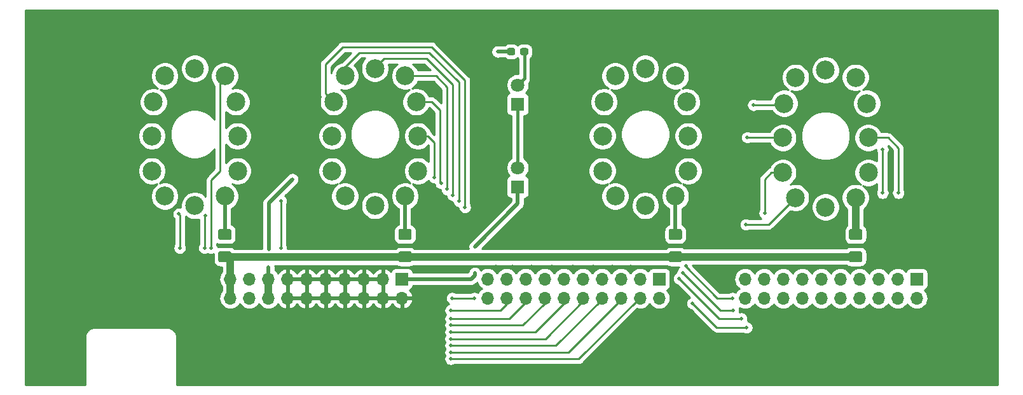
<source format=gbr>
G04 #@! TF.GenerationSoftware,KiCad,Pcbnew,5.1.4*
G04 #@! TF.CreationDate,2019-08-29T18:55:29+02:00*
G04 #@! TF.ProjectId,NixieClock,4e697869-6543-46c6-9f63-6b2e6b696361,rev?*
G04 #@! TF.SameCoordinates,Original*
G04 #@! TF.FileFunction,Copper,L1,Top*
G04 #@! TF.FilePolarity,Positive*
%FSLAX46Y46*%
G04 Gerber Fmt 4.6, Leading zero omitted, Abs format (unit mm)*
G04 Created by KiCad (PCBNEW 5.1.4) date 2019-08-29 18:55:29*
%MOMM*%
%LPD*%
G04 APERTURE LIST*
%ADD10C,2.500000*%
%ADD11C,0.100000*%
%ADD12C,1.425000*%
%ADD13O,1.700000X1.700000*%
%ADD14R,1.700000X1.700000*%
%ADD15C,0.950000*%
%ADD16C,1.800000*%
%ADD17R,1.800000X1.800000*%
%ADD18C,0.500000*%
%ADD19C,1.000000*%
%ADD20C,0.500000*%
%ADD21C,0.250000*%
%ADD22C,0.400000*%
%ADD23C,0.254000*%
G04 APERTURE END LIST*
D10*
X138910000Y-82632000D03*
X146910000Y-82632000D03*
X142910000Y-83882000D03*
X138910000Y-66632000D03*
X146910000Y-66632000D03*
X137210000Y-79282000D03*
X137410000Y-70082000D03*
X148410000Y-70082000D03*
X148610000Y-79282000D03*
X148610000Y-74632000D03*
X137210000Y-74632000D03*
X142910000Y-65632000D03*
D11*
G36*
X147559504Y-89776204D02*
G01*
X147583773Y-89779804D01*
X147607571Y-89785765D01*
X147630671Y-89794030D01*
X147652849Y-89804520D01*
X147673893Y-89817133D01*
X147693598Y-89831747D01*
X147711777Y-89848223D01*
X147728253Y-89866402D01*
X147742867Y-89886107D01*
X147755480Y-89907151D01*
X147765970Y-89929329D01*
X147774235Y-89952429D01*
X147780196Y-89976227D01*
X147783796Y-90000496D01*
X147785000Y-90025000D01*
X147785000Y-90950000D01*
X147783796Y-90974504D01*
X147780196Y-90998773D01*
X147774235Y-91022571D01*
X147765970Y-91045671D01*
X147755480Y-91067849D01*
X147742867Y-91088893D01*
X147728253Y-91108598D01*
X147711777Y-91126777D01*
X147693598Y-91143253D01*
X147673893Y-91157867D01*
X147652849Y-91170480D01*
X147630671Y-91180970D01*
X147607571Y-91189235D01*
X147583773Y-91195196D01*
X147559504Y-91198796D01*
X147535000Y-91200000D01*
X146285000Y-91200000D01*
X146260496Y-91198796D01*
X146236227Y-91195196D01*
X146212429Y-91189235D01*
X146189329Y-91180970D01*
X146167151Y-91170480D01*
X146146107Y-91157867D01*
X146126402Y-91143253D01*
X146108223Y-91126777D01*
X146091747Y-91108598D01*
X146077133Y-91088893D01*
X146064520Y-91067849D01*
X146054030Y-91045671D01*
X146045765Y-91022571D01*
X146039804Y-90998773D01*
X146036204Y-90974504D01*
X146035000Y-90950000D01*
X146035000Y-90025000D01*
X146036204Y-90000496D01*
X146039804Y-89976227D01*
X146045765Y-89952429D01*
X146054030Y-89929329D01*
X146064520Y-89907151D01*
X146077133Y-89886107D01*
X146091747Y-89866402D01*
X146108223Y-89848223D01*
X146126402Y-89831747D01*
X146146107Y-89817133D01*
X146167151Y-89804520D01*
X146189329Y-89794030D01*
X146212429Y-89785765D01*
X146236227Y-89779804D01*
X146260496Y-89776204D01*
X146285000Y-89775000D01*
X147535000Y-89775000D01*
X147559504Y-89776204D01*
X147559504Y-89776204D01*
G37*
D12*
X146910000Y-90487500D03*
D11*
G36*
X147559504Y-86801204D02*
G01*
X147583773Y-86804804D01*
X147607571Y-86810765D01*
X147630671Y-86819030D01*
X147652849Y-86829520D01*
X147673893Y-86842133D01*
X147693598Y-86856747D01*
X147711777Y-86873223D01*
X147728253Y-86891402D01*
X147742867Y-86911107D01*
X147755480Y-86932151D01*
X147765970Y-86954329D01*
X147774235Y-86977429D01*
X147780196Y-87001227D01*
X147783796Y-87025496D01*
X147785000Y-87050000D01*
X147785000Y-87975000D01*
X147783796Y-87999504D01*
X147780196Y-88023773D01*
X147774235Y-88047571D01*
X147765970Y-88070671D01*
X147755480Y-88092849D01*
X147742867Y-88113893D01*
X147728253Y-88133598D01*
X147711777Y-88151777D01*
X147693598Y-88168253D01*
X147673893Y-88182867D01*
X147652849Y-88195480D01*
X147630671Y-88205970D01*
X147607571Y-88214235D01*
X147583773Y-88220196D01*
X147559504Y-88223796D01*
X147535000Y-88225000D01*
X146285000Y-88225000D01*
X146260496Y-88223796D01*
X146236227Y-88220196D01*
X146212429Y-88214235D01*
X146189329Y-88205970D01*
X146167151Y-88195480D01*
X146146107Y-88182867D01*
X146126402Y-88168253D01*
X146108223Y-88151777D01*
X146091747Y-88133598D01*
X146077133Y-88113893D01*
X146064520Y-88092849D01*
X146054030Y-88070671D01*
X146045765Y-88047571D01*
X146039804Y-88023773D01*
X146036204Y-87999504D01*
X146035000Y-87975000D01*
X146035000Y-87050000D01*
X146036204Y-87025496D01*
X146039804Y-87001227D01*
X146045765Y-86977429D01*
X146054030Y-86954329D01*
X146064520Y-86932151D01*
X146077133Y-86911107D01*
X146091747Y-86891402D01*
X146108223Y-86873223D01*
X146126402Y-86856747D01*
X146146107Y-86842133D01*
X146167151Y-86829520D01*
X146189329Y-86819030D01*
X146212429Y-86810765D01*
X146236227Y-86804804D01*
X146260496Y-86801204D01*
X146285000Y-86800000D01*
X147535000Y-86800000D01*
X147559504Y-86801204D01*
X147559504Y-86801204D01*
G37*
D12*
X146910000Y-87512500D03*
D11*
G36*
X123559504Y-89776204D02*
G01*
X123583773Y-89779804D01*
X123607571Y-89785765D01*
X123630671Y-89794030D01*
X123652849Y-89804520D01*
X123673893Y-89817133D01*
X123693598Y-89831747D01*
X123711777Y-89848223D01*
X123728253Y-89866402D01*
X123742867Y-89886107D01*
X123755480Y-89907151D01*
X123765970Y-89929329D01*
X123774235Y-89952429D01*
X123780196Y-89976227D01*
X123783796Y-90000496D01*
X123785000Y-90025000D01*
X123785000Y-90950000D01*
X123783796Y-90974504D01*
X123780196Y-90998773D01*
X123774235Y-91022571D01*
X123765970Y-91045671D01*
X123755480Y-91067849D01*
X123742867Y-91088893D01*
X123728253Y-91108598D01*
X123711777Y-91126777D01*
X123693598Y-91143253D01*
X123673893Y-91157867D01*
X123652849Y-91170480D01*
X123630671Y-91180970D01*
X123607571Y-91189235D01*
X123583773Y-91195196D01*
X123559504Y-91198796D01*
X123535000Y-91200000D01*
X122285000Y-91200000D01*
X122260496Y-91198796D01*
X122236227Y-91195196D01*
X122212429Y-91189235D01*
X122189329Y-91180970D01*
X122167151Y-91170480D01*
X122146107Y-91157867D01*
X122126402Y-91143253D01*
X122108223Y-91126777D01*
X122091747Y-91108598D01*
X122077133Y-91088893D01*
X122064520Y-91067849D01*
X122054030Y-91045671D01*
X122045765Y-91022571D01*
X122039804Y-90998773D01*
X122036204Y-90974504D01*
X122035000Y-90950000D01*
X122035000Y-90025000D01*
X122036204Y-90000496D01*
X122039804Y-89976227D01*
X122045765Y-89952429D01*
X122054030Y-89929329D01*
X122064520Y-89907151D01*
X122077133Y-89886107D01*
X122091747Y-89866402D01*
X122108223Y-89848223D01*
X122126402Y-89831747D01*
X122146107Y-89817133D01*
X122167151Y-89804520D01*
X122189329Y-89794030D01*
X122212429Y-89785765D01*
X122236227Y-89779804D01*
X122260496Y-89776204D01*
X122285000Y-89775000D01*
X123535000Y-89775000D01*
X123559504Y-89776204D01*
X123559504Y-89776204D01*
G37*
D12*
X122910000Y-90487500D03*
D11*
G36*
X123559504Y-86801204D02*
G01*
X123583773Y-86804804D01*
X123607571Y-86810765D01*
X123630671Y-86819030D01*
X123652849Y-86829520D01*
X123673893Y-86842133D01*
X123693598Y-86856747D01*
X123711777Y-86873223D01*
X123728253Y-86891402D01*
X123742867Y-86911107D01*
X123755480Y-86932151D01*
X123765970Y-86954329D01*
X123774235Y-86977429D01*
X123780196Y-87001227D01*
X123783796Y-87025496D01*
X123785000Y-87050000D01*
X123785000Y-87975000D01*
X123783796Y-87999504D01*
X123780196Y-88023773D01*
X123774235Y-88047571D01*
X123765970Y-88070671D01*
X123755480Y-88092849D01*
X123742867Y-88113893D01*
X123728253Y-88133598D01*
X123711777Y-88151777D01*
X123693598Y-88168253D01*
X123673893Y-88182867D01*
X123652849Y-88195480D01*
X123630671Y-88205970D01*
X123607571Y-88214235D01*
X123583773Y-88220196D01*
X123559504Y-88223796D01*
X123535000Y-88225000D01*
X122285000Y-88225000D01*
X122260496Y-88223796D01*
X122236227Y-88220196D01*
X122212429Y-88214235D01*
X122189329Y-88205970D01*
X122167151Y-88195480D01*
X122146107Y-88182867D01*
X122126402Y-88168253D01*
X122108223Y-88151777D01*
X122091747Y-88133598D01*
X122077133Y-88113893D01*
X122064520Y-88092849D01*
X122054030Y-88070671D01*
X122045765Y-88047571D01*
X122039804Y-88023773D01*
X122036204Y-87999504D01*
X122035000Y-87975000D01*
X122035000Y-87050000D01*
X122036204Y-87025496D01*
X122039804Y-87001227D01*
X122045765Y-86977429D01*
X122054030Y-86954329D01*
X122064520Y-86932151D01*
X122077133Y-86911107D01*
X122091747Y-86891402D01*
X122108223Y-86873223D01*
X122126402Y-86856747D01*
X122146107Y-86842133D01*
X122167151Y-86829520D01*
X122189329Y-86819030D01*
X122212429Y-86810765D01*
X122236227Y-86804804D01*
X122260496Y-86801204D01*
X122285000Y-86800000D01*
X123535000Y-86800000D01*
X123559504Y-86801204D01*
X123559504Y-86801204D01*
G37*
D12*
X122910000Y-87512500D03*
D13*
X132200000Y-96002000D03*
X132200000Y-93462000D03*
X134740000Y-96002000D03*
X134740000Y-93462000D03*
X137280000Y-96002000D03*
X137280000Y-93462000D03*
X139820000Y-96002000D03*
X139820000Y-93462000D03*
X142360000Y-96002000D03*
X142360000Y-93462000D03*
X144900000Y-96002000D03*
X144900000Y-93462000D03*
X147440000Y-96002000D03*
X147440000Y-93462000D03*
X149980000Y-96002000D03*
X149980000Y-93462000D03*
X152520000Y-96002000D03*
X152520000Y-93462000D03*
X155060000Y-96002000D03*
D14*
X155060000Y-93462000D03*
D10*
X114910000Y-82422000D03*
X122910000Y-82422000D03*
X118910000Y-83672000D03*
X114910000Y-66422000D03*
X122910000Y-66422000D03*
X113210000Y-79072000D03*
X113410000Y-69872000D03*
X124410000Y-69872000D03*
X124610000Y-79072000D03*
X124610000Y-74422000D03*
X113210000Y-74422000D03*
X118910000Y-65422000D03*
D11*
G36*
X63559504Y-89776204D02*
G01*
X63583773Y-89779804D01*
X63607571Y-89785765D01*
X63630671Y-89794030D01*
X63652849Y-89804520D01*
X63673893Y-89817133D01*
X63693598Y-89831747D01*
X63711777Y-89848223D01*
X63728253Y-89866402D01*
X63742867Y-89886107D01*
X63755480Y-89907151D01*
X63765970Y-89929329D01*
X63774235Y-89952429D01*
X63780196Y-89976227D01*
X63783796Y-90000496D01*
X63785000Y-90025000D01*
X63785000Y-90950000D01*
X63783796Y-90974504D01*
X63780196Y-90998773D01*
X63774235Y-91022571D01*
X63765970Y-91045671D01*
X63755480Y-91067849D01*
X63742867Y-91088893D01*
X63728253Y-91108598D01*
X63711777Y-91126777D01*
X63693598Y-91143253D01*
X63673893Y-91157867D01*
X63652849Y-91170480D01*
X63630671Y-91180970D01*
X63607571Y-91189235D01*
X63583773Y-91195196D01*
X63559504Y-91198796D01*
X63535000Y-91200000D01*
X62285000Y-91200000D01*
X62260496Y-91198796D01*
X62236227Y-91195196D01*
X62212429Y-91189235D01*
X62189329Y-91180970D01*
X62167151Y-91170480D01*
X62146107Y-91157867D01*
X62126402Y-91143253D01*
X62108223Y-91126777D01*
X62091747Y-91108598D01*
X62077133Y-91088893D01*
X62064520Y-91067849D01*
X62054030Y-91045671D01*
X62045765Y-91022571D01*
X62039804Y-90998773D01*
X62036204Y-90974504D01*
X62035000Y-90950000D01*
X62035000Y-90025000D01*
X62036204Y-90000496D01*
X62039804Y-89976227D01*
X62045765Y-89952429D01*
X62054030Y-89929329D01*
X62064520Y-89907151D01*
X62077133Y-89886107D01*
X62091747Y-89866402D01*
X62108223Y-89848223D01*
X62126402Y-89831747D01*
X62146107Y-89817133D01*
X62167151Y-89804520D01*
X62189329Y-89794030D01*
X62212429Y-89785765D01*
X62236227Y-89779804D01*
X62260496Y-89776204D01*
X62285000Y-89775000D01*
X63535000Y-89775000D01*
X63559504Y-89776204D01*
X63559504Y-89776204D01*
G37*
D12*
X62910000Y-90487500D03*
D11*
G36*
X63559504Y-86801204D02*
G01*
X63583773Y-86804804D01*
X63607571Y-86810765D01*
X63630671Y-86819030D01*
X63652849Y-86829520D01*
X63673893Y-86842133D01*
X63693598Y-86856747D01*
X63711777Y-86873223D01*
X63728253Y-86891402D01*
X63742867Y-86911107D01*
X63755480Y-86932151D01*
X63765970Y-86954329D01*
X63774235Y-86977429D01*
X63780196Y-87001227D01*
X63783796Y-87025496D01*
X63785000Y-87050000D01*
X63785000Y-87975000D01*
X63783796Y-87999504D01*
X63780196Y-88023773D01*
X63774235Y-88047571D01*
X63765970Y-88070671D01*
X63755480Y-88092849D01*
X63742867Y-88113893D01*
X63728253Y-88133598D01*
X63711777Y-88151777D01*
X63693598Y-88168253D01*
X63673893Y-88182867D01*
X63652849Y-88195480D01*
X63630671Y-88205970D01*
X63607571Y-88214235D01*
X63583773Y-88220196D01*
X63559504Y-88223796D01*
X63535000Y-88225000D01*
X62285000Y-88225000D01*
X62260496Y-88223796D01*
X62236227Y-88220196D01*
X62212429Y-88214235D01*
X62189329Y-88205970D01*
X62167151Y-88195480D01*
X62146107Y-88182867D01*
X62126402Y-88168253D01*
X62108223Y-88151777D01*
X62091747Y-88133598D01*
X62077133Y-88113893D01*
X62064520Y-88092849D01*
X62054030Y-88070671D01*
X62045765Y-88047571D01*
X62039804Y-88023773D01*
X62036204Y-87999504D01*
X62035000Y-87975000D01*
X62035000Y-87050000D01*
X62036204Y-87025496D01*
X62039804Y-87001227D01*
X62045765Y-86977429D01*
X62054030Y-86954329D01*
X62064520Y-86932151D01*
X62077133Y-86911107D01*
X62091747Y-86891402D01*
X62108223Y-86873223D01*
X62126402Y-86856747D01*
X62146107Y-86842133D01*
X62167151Y-86829520D01*
X62189329Y-86819030D01*
X62212429Y-86810765D01*
X62236227Y-86804804D01*
X62260496Y-86801204D01*
X62285000Y-86800000D01*
X63535000Y-86800000D01*
X63559504Y-86801204D01*
X63559504Y-86801204D01*
G37*
D12*
X62910000Y-87512500D03*
D10*
X54910000Y-82422000D03*
X62910000Y-82422000D03*
X58910000Y-83672000D03*
X54910000Y-66422000D03*
X62910000Y-66422000D03*
X53210000Y-79072000D03*
X53410000Y-69872000D03*
X64410000Y-69872000D03*
X64610000Y-79072000D03*
X64610000Y-74422000D03*
X53210000Y-74422000D03*
X58910000Y-65422000D03*
X78910000Y-82422000D03*
X86910000Y-82422000D03*
X82910000Y-83672000D03*
X78910000Y-66422000D03*
X86910000Y-66422000D03*
X77210000Y-79072000D03*
X77410000Y-69872000D03*
X88410000Y-69872000D03*
X88610000Y-79072000D03*
X88610000Y-74422000D03*
X77210000Y-74422000D03*
X82910000Y-65422000D03*
D11*
G36*
X87559504Y-89776204D02*
G01*
X87583773Y-89779804D01*
X87607571Y-89785765D01*
X87630671Y-89794030D01*
X87652849Y-89804520D01*
X87673893Y-89817133D01*
X87693598Y-89831747D01*
X87711777Y-89848223D01*
X87728253Y-89866402D01*
X87742867Y-89886107D01*
X87755480Y-89907151D01*
X87765970Y-89929329D01*
X87774235Y-89952429D01*
X87780196Y-89976227D01*
X87783796Y-90000496D01*
X87785000Y-90025000D01*
X87785000Y-90950000D01*
X87783796Y-90974504D01*
X87780196Y-90998773D01*
X87774235Y-91022571D01*
X87765970Y-91045671D01*
X87755480Y-91067849D01*
X87742867Y-91088893D01*
X87728253Y-91108598D01*
X87711777Y-91126777D01*
X87693598Y-91143253D01*
X87673893Y-91157867D01*
X87652849Y-91170480D01*
X87630671Y-91180970D01*
X87607571Y-91189235D01*
X87583773Y-91195196D01*
X87559504Y-91198796D01*
X87535000Y-91200000D01*
X86285000Y-91200000D01*
X86260496Y-91198796D01*
X86236227Y-91195196D01*
X86212429Y-91189235D01*
X86189329Y-91180970D01*
X86167151Y-91170480D01*
X86146107Y-91157867D01*
X86126402Y-91143253D01*
X86108223Y-91126777D01*
X86091747Y-91108598D01*
X86077133Y-91088893D01*
X86064520Y-91067849D01*
X86054030Y-91045671D01*
X86045765Y-91022571D01*
X86039804Y-90998773D01*
X86036204Y-90974504D01*
X86035000Y-90950000D01*
X86035000Y-90025000D01*
X86036204Y-90000496D01*
X86039804Y-89976227D01*
X86045765Y-89952429D01*
X86054030Y-89929329D01*
X86064520Y-89907151D01*
X86077133Y-89886107D01*
X86091747Y-89866402D01*
X86108223Y-89848223D01*
X86126402Y-89831747D01*
X86146107Y-89817133D01*
X86167151Y-89804520D01*
X86189329Y-89794030D01*
X86212429Y-89785765D01*
X86236227Y-89779804D01*
X86260496Y-89776204D01*
X86285000Y-89775000D01*
X87535000Y-89775000D01*
X87559504Y-89776204D01*
X87559504Y-89776204D01*
G37*
D12*
X86910000Y-90487500D03*
D11*
G36*
X87559504Y-86801204D02*
G01*
X87583773Y-86804804D01*
X87607571Y-86810765D01*
X87630671Y-86819030D01*
X87652849Y-86829520D01*
X87673893Y-86842133D01*
X87693598Y-86856747D01*
X87711777Y-86873223D01*
X87728253Y-86891402D01*
X87742867Y-86911107D01*
X87755480Y-86932151D01*
X87765970Y-86954329D01*
X87774235Y-86977429D01*
X87780196Y-87001227D01*
X87783796Y-87025496D01*
X87785000Y-87050000D01*
X87785000Y-87975000D01*
X87783796Y-87999504D01*
X87780196Y-88023773D01*
X87774235Y-88047571D01*
X87765970Y-88070671D01*
X87755480Y-88092849D01*
X87742867Y-88113893D01*
X87728253Y-88133598D01*
X87711777Y-88151777D01*
X87693598Y-88168253D01*
X87673893Y-88182867D01*
X87652849Y-88195480D01*
X87630671Y-88205970D01*
X87607571Y-88214235D01*
X87583773Y-88220196D01*
X87559504Y-88223796D01*
X87535000Y-88225000D01*
X86285000Y-88225000D01*
X86260496Y-88223796D01*
X86236227Y-88220196D01*
X86212429Y-88214235D01*
X86189329Y-88205970D01*
X86167151Y-88195480D01*
X86146107Y-88182867D01*
X86126402Y-88168253D01*
X86108223Y-88151777D01*
X86091747Y-88133598D01*
X86077133Y-88113893D01*
X86064520Y-88092849D01*
X86054030Y-88070671D01*
X86045765Y-88047571D01*
X86039804Y-88023773D01*
X86036204Y-87999504D01*
X86035000Y-87975000D01*
X86035000Y-87050000D01*
X86036204Y-87025496D01*
X86039804Y-87001227D01*
X86045765Y-86977429D01*
X86054030Y-86954329D01*
X86064520Y-86932151D01*
X86077133Y-86911107D01*
X86091747Y-86891402D01*
X86108223Y-86873223D01*
X86126402Y-86856747D01*
X86146107Y-86842133D01*
X86167151Y-86829520D01*
X86189329Y-86819030D01*
X86212429Y-86810765D01*
X86236227Y-86804804D01*
X86260496Y-86801204D01*
X86285000Y-86800000D01*
X87535000Y-86800000D01*
X87559504Y-86801204D01*
X87559504Y-86801204D01*
G37*
D12*
X86910000Y-87512500D03*
D11*
G36*
X103095779Y-62698144D02*
G01*
X103118834Y-62701563D01*
X103141443Y-62707227D01*
X103163387Y-62715079D01*
X103184457Y-62725044D01*
X103204448Y-62737026D01*
X103223168Y-62750910D01*
X103240438Y-62766562D01*
X103256090Y-62783832D01*
X103269974Y-62802552D01*
X103281956Y-62822543D01*
X103291921Y-62843613D01*
X103299773Y-62865557D01*
X103305437Y-62888166D01*
X103308856Y-62911221D01*
X103310000Y-62934500D01*
X103310000Y-63409500D01*
X103308856Y-63432779D01*
X103305437Y-63455834D01*
X103299773Y-63478443D01*
X103291921Y-63500387D01*
X103281956Y-63521457D01*
X103269974Y-63541448D01*
X103256090Y-63560168D01*
X103240438Y-63577438D01*
X103223168Y-63593090D01*
X103204448Y-63606974D01*
X103184457Y-63618956D01*
X103163387Y-63628921D01*
X103141443Y-63636773D01*
X103118834Y-63642437D01*
X103095779Y-63645856D01*
X103072500Y-63647000D01*
X102497500Y-63647000D01*
X102474221Y-63645856D01*
X102451166Y-63642437D01*
X102428557Y-63636773D01*
X102406613Y-63628921D01*
X102385543Y-63618956D01*
X102365552Y-63606974D01*
X102346832Y-63593090D01*
X102329562Y-63577438D01*
X102313910Y-63560168D01*
X102300026Y-63541448D01*
X102288044Y-63521457D01*
X102278079Y-63500387D01*
X102270227Y-63478443D01*
X102264563Y-63455834D01*
X102261144Y-63432779D01*
X102260000Y-63409500D01*
X102260000Y-62934500D01*
X102261144Y-62911221D01*
X102264563Y-62888166D01*
X102270227Y-62865557D01*
X102278079Y-62843613D01*
X102288044Y-62822543D01*
X102300026Y-62802552D01*
X102313910Y-62783832D01*
X102329562Y-62766562D01*
X102346832Y-62750910D01*
X102365552Y-62737026D01*
X102385543Y-62725044D01*
X102406613Y-62715079D01*
X102428557Y-62707227D01*
X102451166Y-62701563D01*
X102474221Y-62698144D01*
X102497500Y-62697000D01*
X103072500Y-62697000D01*
X103095779Y-62698144D01*
X103095779Y-62698144D01*
G37*
D15*
X102785000Y-63172000D03*
D11*
G36*
X101345779Y-62698144D02*
G01*
X101368834Y-62701563D01*
X101391443Y-62707227D01*
X101413387Y-62715079D01*
X101434457Y-62725044D01*
X101454448Y-62737026D01*
X101473168Y-62750910D01*
X101490438Y-62766562D01*
X101506090Y-62783832D01*
X101519974Y-62802552D01*
X101531956Y-62822543D01*
X101541921Y-62843613D01*
X101549773Y-62865557D01*
X101555437Y-62888166D01*
X101558856Y-62911221D01*
X101560000Y-62934500D01*
X101560000Y-63409500D01*
X101558856Y-63432779D01*
X101555437Y-63455834D01*
X101549773Y-63478443D01*
X101541921Y-63500387D01*
X101531956Y-63521457D01*
X101519974Y-63541448D01*
X101506090Y-63560168D01*
X101490438Y-63577438D01*
X101473168Y-63593090D01*
X101454448Y-63606974D01*
X101434457Y-63618956D01*
X101413387Y-63628921D01*
X101391443Y-63636773D01*
X101368834Y-63642437D01*
X101345779Y-63645856D01*
X101322500Y-63647000D01*
X100747500Y-63647000D01*
X100724221Y-63645856D01*
X100701166Y-63642437D01*
X100678557Y-63636773D01*
X100656613Y-63628921D01*
X100635543Y-63618956D01*
X100615552Y-63606974D01*
X100596832Y-63593090D01*
X100579562Y-63577438D01*
X100563910Y-63560168D01*
X100550026Y-63541448D01*
X100538044Y-63521457D01*
X100528079Y-63500387D01*
X100520227Y-63478443D01*
X100514563Y-63455834D01*
X100511144Y-63432779D01*
X100510000Y-63409500D01*
X100510000Y-62934500D01*
X100511144Y-62911221D01*
X100514563Y-62888166D01*
X100520227Y-62865557D01*
X100528079Y-62843613D01*
X100538044Y-62822543D01*
X100550026Y-62802552D01*
X100563910Y-62783832D01*
X100579562Y-62766562D01*
X100596832Y-62750910D01*
X100615552Y-62737026D01*
X100635543Y-62725044D01*
X100656613Y-62715079D01*
X100678557Y-62707227D01*
X100701166Y-62701563D01*
X100724221Y-62698144D01*
X100747500Y-62697000D01*
X101322500Y-62697000D01*
X101345779Y-62698144D01*
X101345779Y-62698144D01*
G37*
D15*
X101035000Y-63172000D03*
D16*
X101910000Y-78632000D03*
D17*
X101910000Y-81172000D03*
D13*
X97900000Y-95982000D03*
X97900000Y-93442000D03*
X100440000Y-95982000D03*
X100440000Y-93442000D03*
X102980000Y-95982000D03*
X102980000Y-93442000D03*
X105520000Y-95982000D03*
X105520000Y-93442000D03*
X108060000Y-95982000D03*
X108060000Y-93442000D03*
X110600000Y-95982000D03*
X110600000Y-93442000D03*
X113140000Y-95982000D03*
X113140000Y-93442000D03*
X115680000Y-95982000D03*
X115680000Y-93442000D03*
X118220000Y-95982000D03*
X118220000Y-93442000D03*
X120760000Y-95982000D03*
D14*
X120760000Y-93442000D03*
D16*
X101910000Y-67632000D03*
D17*
X101910000Y-70172000D03*
D13*
X63630000Y-95992000D03*
X63630000Y-93452000D03*
X66170000Y-95992000D03*
X66170000Y-93452000D03*
X68710000Y-95992000D03*
X68710000Y-93452000D03*
X71250000Y-95992000D03*
X71250000Y-93452000D03*
X73790000Y-95992000D03*
X73790000Y-93452000D03*
X76330000Y-95992000D03*
X76330000Y-93452000D03*
X78870000Y-95992000D03*
X78870000Y-93452000D03*
X81410000Y-95992000D03*
X81410000Y-93452000D03*
X83950000Y-95992000D03*
X83950000Y-93452000D03*
X86490000Y-95992000D03*
D14*
X86490000Y-93452000D03*
D18*
X71910000Y-80172000D03*
X68700000Y-91850000D03*
X99250000Y-63200000D03*
X68750000Y-89500000D03*
X96100000Y-96000000D03*
X93200000Y-96000000D03*
X56800000Y-84800000D03*
X93000000Y-104100000D03*
X56900000Y-89300000D03*
X60300000Y-85000000D03*
X93000000Y-103200000D03*
X60200000Y-89300000D03*
X61100000Y-89300000D03*
X93000000Y-102300000D03*
X93000000Y-101400000D03*
X70400000Y-83100000D03*
X70400000Y-89300000D03*
X93000000Y-100500000D03*
X93000000Y-99600000D03*
X93000000Y-98700000D03*
X93000000Y-97600000D03*
X90800000Y-79900000D03*
X91700000Y-80700000D03*
X94900000Y-83900000D03*
X94100000Y-83100000D03*
X93300000Y-82300000D03*
X92500000Y-81500000D03*
X132400000Y-99900000D03*
X125200000Y-96700000D03*
X131700000Y-98700000D03*
X123400000Y-93400000D03*
X123900000Y-92600000D03*
X130600000Y-97600000D03*
X124300000Y-91700000D03*
X130500000Y-96000000D03*
X152600000Y-82000000D03*
X150500000Y-76200000D03*
X150500000Y-82000000D03*
X133300000Y-70300000D03*
X132500000Y-74600000D03*
X134800000Y-84700000D03*
X132300000Y-86200000D03*
X96200000Y-89150000D03*
X96200000Y-92650000D03*
X143910000Y-86172000D03*
X82250000Y-81000000D03*
X148750000Y-99750000D03*
X146250000Y-99750000D03*
X151250000Y-98000000D03*
X158410000Y-98672000D03*
X117500000Y-80500000D03*
X121000000Y-79000000D03*
X140000000Y-100000000D03*
X99000000Y-91750000D03*
X151384000Y-86172000D03*
X65500000Y-84000000D03*
X143500000Y-99750000D03*
X141000000Y-88750000D03*
X143500000Y-88750000D03*
X120500000Y-86250000D03*
X117000000Y-91750000D03*
X111750000Y-81500000D03*
X59750000Y-81000000D03*
X125000000Y-84250000D03*
X101250000Y-91750000D03*
X103750000Y-91750000D03*
X51250000Y-68250000D03*
X143500000Y-80000000D03*
X109250000Y-91750000D03*
X154000000Y-86250000D03*
X106500000Y-91750000D03*
X138500000Y-88750000D03*
X90500000Y-83250000D03*
X148910000Y-86172000D03*
X158410000Y-94172000D03*
X136000000Y-88750000D03*
X127000000Y-70000000D03*
X96160000Y-94672000D03*
X90500000Y-68000000D03*
X114500000Y-91750000D03*
X79000000Y-63500000D03*
X158410000Y-102922000D03*
X112000000Y-91750000D03*
X89500000Y-65500000D03*
X79500000Y-80250000D03*
D19*
X122846500Y-90487500D02*
X146910000Y-90487500D01*
X63630000Y-95992000D02*
X63630000Y-93452000D01*
X86868000Y-90551000D02*
X122783000Y-90551000D01*
X122783000Y-90551000D02*
X122846500Y-90487500D01*
X63630000Y-93452000D02*
X63630000Y-90770000D01*
X63630000Y-90770000D02*
X63849000Y-90551000D01*
X63119000Y-90551000D02*
X63849000Y-90551000D01*
X86910000Y-90509000D02*
X86868000Y-90551000D01*
X62865000Y-90297000D02*
X63119000Y-90551000D01*
X63849000Y-90551000D02*
X86868000Y-90551000D01*
D20*
X68750000Y-89500000D02*
X68750000Y-83332000D01*
X68750000Y-83332000D02*
X71910000Y-80172000D01*
X68710000Y-91860000D02*
X68700000Y-91850000D01*
X99250000Y-63200000D02*
X99278000Y-63172000D01*
X99278000Y-63172000D02*
X101035000Y-63172000D01*
X68710000Y-93452000D02*
X68710000Y-91860000D01*
D19*
X68710000Y-95992000D02*
X68710000Y-93452000D01*
D21*
X96100000Y-96000000D02*
X93200000Y-96000000D01*
X93000000Y-104100000D02*
X110050000Y-104100000D01*
X118168000Y-95982000D02*
X118220000Y-95982000D01*
X56900000Y-89300000D02*
X56900000Y-84900000D01*
X56900000Y-84900000D02*
X56800000Y-84800000D01*
X110050000Y-104100000D02*
X118168000Y-95982000D01*
X115680000Y-96220000D02*
X108700000Y-103200000D01*
X64610000Y-70140000D02*
X64610000Y-69422000D01*
X108700000Y-103200000D02*
X93000000Y-103200000D01*
X115680000Y-95982000D02*
X115680000Y-96220000D01*
X60200000Y-85100000D02*
X60300000Y-85000000D01*
X60200000Y-89300000D02*
X60200000Y-85100000D01*
X107000000Y-102300000D02*
X93000000Y-102300000D01*
X61100000Y-80300000D02*
X62300000Y-79100000D01*
X62300000Y-79100000D02*
X62300000Y-67032000D01*
X61100000Y-89300000D02*
X61100000Y-80300000D01*
X113140000Y-95982000D02*
X113140000Y-96160000D01*
X62300000Y-67032000D02*
X62910000Y-66422000D01*
X113140000Y-96160000D02*
X107000000Y-102300000D01*
X110600000Y-95982000D02*
X110600000Y-96400000D01*
X110600000Y-96400000D02*
X105600000Y-101400000D01*
X105600000Y-101400000D02*
X93000000Y-101400000D01*
X70400000Y-89300000D02*
X70400000Y-83100000D01*
X110600000Y-95982000D02*
X110600000Y-96050000D01*
X108060000Y-96740000D02*
X104300000Y-100500000D01*
X108060000Y-95982000D02*
X108060000Y-96740000D01*
X104300000Y-100500000D02*
X93000000Y-100500000D01*
X105520000Y-95982000D02*
X105520000Y-96680000D01*
X105520000Y-96680000D02*
X102600000Y-99600000D01*
X102600000Y-99600000D02*
X93000000Y-99600000D01*
X102980000Y-96520000D02*
X100800000Y-98700000D01*
X102980000Y-95982000D02*
X102980000Y-96520000D01*
X100800000Y-98700000D02*
X93000000Y-98700000D01*
X99600000Y-97600000D02*
X93000000Y-97600000D01*
X100440000Y-95982000D02*
X100440000Y-96760000D01*
X100440000Y-96760000D02*
X99600000Y-97600000D01*
X89922000Y-74422000D02*
X88610000Y-74422000D01*
X90800000Y-79900000D02*
X90800000Y-75300000D01*
X90800000Y-75300000D02*
X89922000Y-74422000D01*
X91700000Y-80700000D02*
X91600000Y-80600000D01*
X91600000Y-80600000D02*
X91600000Y-71000000D01*
X90472000Y-69872000D02*
X88410000Y-69872000D01*
X91600000Y-71000000D02*
X90472000Y-69872000D01*
X90450000Y-62550000D02*
X78600000Y-62550000D01*
X76300000Y-64850000D02*
X76300000Y-68762000D01*
X94900000Y-67000000D02*
X90450000Y-62550000D01*
X78600000Y-62550000D02*
X76300000Y-64850000D01*
X76300000Y-68762000D02*
X77410000Y-69872000D01*
X94900000Y-83900000D02*
X94900000Y-67000000D01*
X80800000Y-63300000D02*
X78910000Y-65190000D01*
X90150000Y-63300000D02*
X80800000Y-63300000D01*
X94100000Y-67250000D02*
X90150000Y-63300000D01*
X94100000Y-83100000D02*
X94100000Y-67250000D01*
X78910000Y-65190000D02*
X78910000Y-66422000D01*
X89800000Y-64100000D02*
X84100000Y-64100000D01*
X93300000Y-67600000D02*
X89800000Y-64100000D01*
X84100000Y-64100000D02*
X82910000Y-65290000D01*
X82910000Y-65290000D02*
X82910000Y-65422000D01*
X93300000Y-82300000D02*
X93300000Y-67600000D01*
X92500000Y-81500000D02*
X92500000Y-67900000D01*
X91022000Y-66422000D02*
X86910000Y-66422000D01*
X92500000Y-67900000D02*
X91022000Y-66422000D01*
X128400000Y-99900000D02*
X125200000Y-96700000D01*
X132400000Y-99900000D02*
X128400000Y-99900000D01*
X128700000Y-98700000D02*
X131700000Y-98700000D01*
X123400000Y-93400000D02*
X128700000Y-98700000D01*
X128900000Y-97600000D02*
X130600000Y-97600000D01*
X123900000Y-92600000D02*
X128900000Y-97600000D01*
X128500000Y-96000000D02*
X130500000Y-96000000D01*
X124300000Y-91700000D02*
X124300000Y-91800000D01*
X124300000Y-91800000D02*
X128500000Y-96000000D01*
X155060000Y-93465000D02*
X155067000Y-93472000D01*
X155060000Y-93462000D02*
X155060000Y-93465000D01*
X152600000Y-82000000D02*
X152600000Y-76000000D01*
X152600000Y-76000000D02*
X151232000Y-74632000D01*
X151232000Y-74632000D02*
X148610000Y-74632000D01*
X150500000Y-82000000D02*
X150500000Y-76200000D01*
X133300000Y-70300000D02*
X137192000Y-70300000D01*
X137192000Y-70300000D02*
X137410000Y-70082000D01*
X137210000Y-70281000D02*
X137210000Y-69632000D01*
X132532000Y-74632000D02*
X137210000Y-74632000D01*
X132500000Y-74600000D02*
X132532000Y-74632000D01*
X134800000Y-80200000D02*
X135718000Y-79282000D01*
X134800000Y-84700000D02*
X134800000Y-80200000D01*
X135718000Y-79282000D02*
X137210000Y-79282000D01*
X135342000Y-86200000D02*
X138910000Y-82632000D01*
X132300000Y-86200000D02*
X135342000Y-86200000D01*
D20*
X122910000Y-87512500D02*
X122910000Y-82422000D01*
D19*
X146910000Y-87512500D02*
X146910000Y-82632000D01*
D20*
X62910000Y-87512500D02*
X62910000Y-82422000D01*
X86910000Y-87512500D02*
X86910000Y-82422000D01*
D22*
X102785000Y-66757000D02*
X101910000Y-67632000D01*
X102785000Y-63172000D02*
X102785000Y-66757000D01*
X101910000Y-70172000D02*
X101910000Y-78632000D01*
D20*
X95698000Y-93452000D02*
X86490000Y-93452000D01*
X101910000Y-83440000D02*
X96200000Y-89150000D01*
X101910000Y-81172000D02*
X101910000Y-83440000D01*
X96200000Y-92950000D02*
X95698000Y-93452000D01*
X96200000Y-92650000D02*
X96200000Y-92950000D01*
D23*
G36*
X165836513Y-57682666D02*
G01*
X165837001Y-57687310D01*
X165837000Y-107504725D01*
X165836335Y-107511513D01*
X165831699Y-107512000D01*
X56507000Y-107512000D01*
X56507000Y-101154581D01*
X56504242Y-101126581D01*
X56504269Y-101122745D01*
X56503369Y-101113574D01*
X56490414Y-100990323D01*
X56478387Y-100931733D01*
X56467178Y-100872971D01*
X56464514Y-100864149D01*
X56427867Y-100745762D01*
X56404692Y-100690632D01*
X56382278Y-100635153D01*
X56377951Y-100627017D01*
X56319007Y-100518002D01*
X56285565Y-100468422D01*
X56252803Y-100418355D01*
X56246978Y-100411214D01*
X56167982Y-100315724D01*
X56125566Y-100273603D01*
X56083684Y-100230834D01*
X56076584Y-100224961D01*
X55980545Y-100146633D01*
X55930703Y-100113518D01*
X55881362Y-100079733D01*
X55873256Y-100075350D01*
X55763832Y-100017168D01*
X55708554Y-99994384D01*
X55653545Y-99970807D01*
X55644741Y-99968082D01*
X55526101Y-99932262D01*
X55467372Y-99920633D01*
X55408905Y-99908206D01*
X55399747Y-99907244D01*
X55399744Y-99907243D01*
X55399741Y-99907243D01*
X55276402Y-99895150D01*
X55244419Y-99892000D01*
X45549581Y-99892000D01*
X45521581Y-99894758D01*
X45517745Y-99894731D01*
X45508574Y-99895631D01*
X45385323Y-99908586D01*
X45326733Y-99920613D01*
X45267971Y-99931822D01*
X45259149Y-99934486D01*
X45140762Y-99971133D01*
X45085632Y-99994308D01*
X45030153Y-100016722D01*
X45022017Y-100021049D01*
X44913002Y-100079993D01*
X44863422Y-100113435D01*
X44813355Y-100146197D01*
X44806214Y-100152022D01*
X44710724Y-100231018D01*
X44668603Y-100273434D01*
X44625834Y-100315316D01*
X44619961Y-100322416D01*
X44541633Y-100418455D01*
X44508518Y-100468297D01*
X44474733Y-100517638D01*
X44470350Y-100525744D01*
X44412168Y-100635168D01*
X44389384Y-100690446D01*
X44365807Y-100745455D01*
X44363082Y-100754259D01*
X44327262Y-100872899D01*
X44315641Y-100931592D01*
X44303206Y-100990095D01*
X44302244Y-100999253D01*
X44302244Y-100999254D01*
X44302243Y-100999259D01*
X44290150Y-101122598D01*
X44290150Y-101122608D01*
X44287001Y-101154581D01*
X44287000Y-107512000D01*
X36354275Y-107512000D01*
X36347487Y-107511335D01*
X36347000Y-107506699D01*
X36347000Y-78886344D01*
X51325000Y-78886344D01*
X51325000Y-79257656D01*
X51397439Y-79621834D01*
X51539534Y-79964882D01*
X51745825Y-80273618D01*
X52008382Y-80536175D01*
X52317118Y-80742466D01*
X52660166Y-80884561D01*
X53024344Y-80957000D01*
X53395656Y-80957000D01*
X53759834Y-80884561D01*
X53912944Y-80821141D01*
X53708382Y-80957825D01*
X53445825Y-81220382D01*
X53239534Y-81529118D01*
X53097439Y-81872166D01*
X53025000Y-82236344D01*
X53025000Y-82607656D01*
X53097439Y-82971834D01*
X53239534Y-83314882D01*
X53445825Y-83623618D01*
X53708382Y-83886175D01*
X54017118Y-84092466D01*
X54360166Y-84234561D01*
X54724344Y-84307000D01*
X55095656Y-84307000D01*
X55459834Y-84234561D01*
X55802882Y-84092466D01*
X56111618Y-83886175D01*
X56374175Y-83623618D01*
X56580466Y-83314882D01*
X56722561Y-82971834D01*
X56795000Y-82607656D01*
X56795000Y-82236344D01*
X56722561Y-81872166D01*
X56580466Y-81529118D01*
X56374175Y-81220382D01*
X56111618Y-80957825D01*
X55802882Y-80751534D01*
X55459834Y-80609439D01*
X55095656Y-80537000D01*
X54724344Y-80537000D01*
X54360166Y-80609439D01*
X54207056Y-80672859D01*
X54411618Y-80536175D01*
X54674175Y-80273618D01*
X54880466Y-79964882D01*
X55022561Y-79621834D01*
X55095000Y-79257656D01*
X55095000Y-78886344D01*
X55022561Y-78522166D01*
X54880466Y-78179118D01*
X54674175Y-77870382D01*
X54411618Y-77607825D01*
X54102882Y-77401534D01*
X53759834Y-77259439D01*
X53395656Y-77187000D01*
X53024344Y-77187000D01*
X52660166Y-77259439D01*
X52317118Y-77401534D01*
X52008382Y-77607825D01*
X51745825Y-77870382D01*
X51539534Y-78179118D01*
X51397439Y-78522166D01*
X51325000Y-78886344D01*
X36347000Y-78886344D01*
X36347000Y-74236344D01*
X51325000Y-74236344D01*
X51325000Y-74607656D01*
X51397439Y-74971834D01*
X51539534Y-75314882D01*
X51745825Y-75623618D01*
X52008382Y-75886175D01*
X52317118Y-76092466D01*
X52660166Y-76234561D01*
X53024344Y-76307000D01*
X53395656Y-76307000D01*
X53759834Y-76234561D01*
X54102882Y-76092466D01*
X54411618Y-75886175D01*
X54674175Y-75623618D01*
X54880466Y-75314882D01*
X55022561Y-74971834D01*
X55095000Y-74607656D01*
X55095000Y-74236344D01*
X55022561Y-73872166D01*
X55012741Y-73848456D01*
X55625000Y-73848456D01*
X55625000Y-74495544D01*
X55751240Y-75130199D01*
X55998871Y-75728031D01*
X56358374Y-76266066D01*
X56815934Y-76723626D01*
X57353969Y-77083129D01*
X57951801Y-77330760D01*
X58586456Y-77457000D01*
X59233544Y-77457000D01*
X59868199Y-77330760D01*
X60466031Y-77083129D01*
X61004066Y-76723626D01*
X61461626Y-76266066D01*
X61540000Y-76148770D01*
X61540000Y-78785198D01*
X60588998Y-79736201D01*
X60560000Y-79759999D01*
X60536202Y-79788997D01*
X60536201Y-79788998D01*
X60465026Y-79875724D01*
X60394454Y-80007754D01*
X60371073Y-80084835D01*
X60350998Y-80151014D01*
X60348931Y-80172000D01*
X60336324Y-80300000D01*
X60340001Y-80337332D01*
X60340001Y-82436208D01*
X60111618Y-82207825D01*
X59802882Y-82001534D01*
X59459834Y-81859439D01*
X59095656Y-81787000D01*
X58724344Y-81787000D01*
X58360166Y-81859439D01*
X58017118Y-82001534D01*
X57708382Y-82207825D01*
X57445825Y-82470382D01*
X57239534Y-82779118D01*
X57097439Y-83122166D01*
X57025000Y-83486344D01*
X57025000Y-83857656D01*
X57042554Y-83945909D01*
X56887165Y-83915000D01*
X56712835Y-83915000D01*
X56541855Y-83949010D01*
X56380795Y-84015723D01*
X56235845Y-84112576D01*
X56112576Y-84235845D01*
X56015723Y-84380795D01*
X55949010Y-84541855D01*
X55915000Y-84712835D01*
X55915000Y-84887165D01*
X55949010Y-85058145D01*
X56015723Y-85219205D01*
X56112576Y-85364155D01*
X56140001Y-85391580D01*
X56140000Y-88844462D01*
X56115723Y-88880795D01*
X56049010Y-89041855D01*
X56015000Y-89212835D01*
X56015000Y-89387165D01*
X56049010Y-89558145D01*
X56115723Y-89719205D01*
X56212576Y-89864155D01*
X56335845Y-89987424D01*
X56480795Y-90084277D01*
X56641855Y-90150990D01*
X56812835Y-90185000D01*
X56987165Y-90185000D01*
X57158145Y-90150990D01*
X57319205Y-90084277D01*
X57464155Y-89987424D01*
X57587424Y-89864155D01*
X57684277Y-89719205D01*
X57750990Y-89558145D01*
X57785000Y-89387165D01*
X57785000Y-89212835D01*
X57750990Y-89041855D01*
X57684277Y-88880795D01*
X57660000Y-88844462D01*
X57660000Y-85087793D01*
X57708382Y-85136175D01*
X58017118Y-85342466D01*
X58360166Y-85484561D01*
X58724344Y-85557000D01*
X59095656Y-85557000D01*
X59440001Y-85488506D01*
X59440000Y-88844462D01*
X59415723Y-88880795D01*
X59349010Y-89041855D01*
X59315000Y-89212835D01*
X59315000Y-89387165D01*
X59349010Y-89558145D01*
X59415723Y-89719205D01*
X59512576Y-89864155D01*
X59635845Y-89987424D01*
X59780795Y-90084277D01*
X59941855Y-90150990D01*
X60112835Y-90185000D01*
X60287165Y-90185000D01*
X60458145Y-90150990D01*
X60619205Y-90084277D01*
X60650000Y-90063700D01*
X60680795Y-90084277D01*
X60841855Y-90150990D01*
X61012835Y-90185000D01*
X61187165Y-90185000D01*
X61358145Y-90150990D01*
X61396928Y-90134926D01*
X61396928Y-90950000D01*
X61413992Y-91123254D01*
X61464528Y-91289850D01*
X61546595Y-91443386D01*
X61657038Y-91577962D01*
X61791614Y-91688405D01*
X61945150Y-91770472D01*
X62111746Y-91821008D01*
X62285000Y-91838072D01*
X62495001Y-91838072D01*
X62495000Y-92494183D01*
X62389294Y-92622986D01*
X62251401Y-92880966D01*
X62166487Y-93160889D01*
X62137815Y-93452000D01*
X62166487Y-93743111D01*
X62251401Y-94023034D01*
X62389294Y-94281014D01*
X62495001Y-94409818D01*
X62495000Y-95034182D01*
X62389294Y-95162986D01*
X62251401Y-95420966D01*
X62166487Y-95700889D01*
X62137815Y-95992000D01*
X62166487Y-96283111D01*
X62251401Y-96563034D01*
X62389294Y-96821014D01*
X62574866Y-97047134D01*
X62800986Y-97232706D01*
X63058966Y-97370599D01*
X63338889Y-97455513D01*
X63557050Y-97477000D01*
X63702950Y-97477000D01*
X63921111Y-97455513D01*
X64201034Y-97370599D01*
X64459014Y-97232706D01*
X64685134Y-97047134D01*
X64870706Y-96821014D01*
X64900000Y-96766209D01*
X64929294Y-96821014D01*
X65114866Y-97047134D01*
X65340986Y-97232706D01*
X65598966Y-97370599D01*
X65878889Y-97455513D01*
X66097050Y-97477000D01*
X66242950Y-97477000D01*
X66461111Y-97455513D01*
X66741034Y-97370599D01*
X66999014Y-97232706D01*
X67225134Y-97047134D01*
X67410706Y-96821014D01*
X67440000Y-96766209D01*
X67469294Y-96821014D01*
X67654866Y-97047134D01*
X67880986Y-97232706D01*
X68138966Y-97370599D01*
X68418889Y-97455513D01*
X68637050Y-97477000D01*
X68782950Y-97477000D01*
X69001111Y-97455513D01*
X69281034Y-97370599D01*
X69539014Y-97232706D01*
X69765134Y-97047134D01*
X69950706Y-96821014D01*
X69985201Y-96756477D01*
X70054822Y-96873355D01*
X70249731Y-97089588D01*
X70483080Y-97263641D01*
X70745901Y-97388825D01*
X70893110Y-97433476D01*
X71123000Y-97312155D01*
X71123000Y-96119000D01*
X71377000Y-96119000D01*
X71377000Y-97312155D01*
X71606890Y-97433476D01*
X71754099Y-97388825D01*
X72016920Y-97263641D01*
X72250269Y-97089588D01*
X72445178Y-96873355D01*
X72520000Y-96747745D01*
X72594822Y-96873355D01*
X72789731Y-97089588D01*
X73023080Y-97263641D01*
X73285901Y-97388825D01*
X73433110Y-97433476D01*
X73663000Y-97312155D01*
X73663000Y-96119000D01*
X73917000Y-96119000D01*
X73917000Y-97312155D01*
X74146890Y-97433476D01*
X74294099Y-97388825D01*
X74556920Y-97263641D01*
X74790269Y-97089588D01*
X74985178Y-96873355D01*
X75060000Y-96747745D01*
X75134822Y-96873355D01*
X75329731Y-97089588D01*
X75563080Y-97263641D01*
X75825901Y-97388825D01*
X75973110Y-97433476D01*
X76203000Y-97312155D01*
X76203000Y-96119000D01*
X76457000Y-96119000D01*
X76457000Y-97312155D01*
X76686890Y-97433476D01*
X76834099Y-97388825D01*
X77096920Y-97263641D01*
X77330269Y-97089588D01*
X77525178Y-96873355D01*
X77600000Y-96747745D01*
X77674822Y-96873355D01*
X77869731Y-97089588D01*
X78103080Y-97263641D01*
X78365901Y-97388825D01*
X78513110Y-97433476D01*
X78743000Y-97312155D01*
X78743000Y-96119000D01*
X78997000Y-96119000D01*
X78997000Y-97312155D01*
X79226890Y-97433476D01*
X79374099Y-97388825D01*
X79636920Y-97263641D01*
X79870269Y-97089588D01*
X80065178Y-96873355D01*
X80140000Y-96747745D01*
X80214822Y-96873355D01*
X80409731Y-97089588D01*
X80643080Y-97263641D01*
X80905901Y-97388825D01*
X81053110Y-97433476D01*
X81283000Y-97312155D01*
X81283000Y-96119000D01*
X81537000Y-96119000D01*
X81537000Y-97312155D01*
X81766890Y-97433476D01*
X81914099Y-97388825D01*
X82176920Y-97263641D01*
X82410269Y-97089588D01*
X82605178Y-96873355D01*
X82680000Y-96747745D01*
X82754822Y-96873355D01*
X82949731Y-97089588D01*
X83183080Y-97263641D01*
X83445901Y-97388825D01*
X83593110Y-97433476D01*
X83823000Y-97312155D01*
X83823000Y-96119000D01*
X84077000Y-96119000D01*
X84077000Y-97312155D01*
X84306890Y-97433476D01*
X84454099Y-97388825D01*
X84716920Y-97263641D01*
X84950269Y-97089588D01*
X85145178Y-96873355D01*
X85220000Y-96747745D01*
X85294822Y-96873355D01*
X85489731Y-97089588D01*
X85723080Y-97263641D01*
X85985901Y-97388825D01*
X86133110Y-97433476D01*
X86363000Y-97312155D01*
X86363000Y-96119000D01*
X86617000Y-96119000D01*
X86617000Y-97312155D01*
X86846890Y-97433476D01*
X86994099Y-97388825D01*
X87256920Y-97263641D01*
X87490269Y-97089588D01*
X87685178Y-96873355D01*
X87834157Y-96623252D01*
X87931481Y-96348891D01*
X87810814Y-96119000D01*
X86617000Y-96119000D01*
X86363000Y-96119000D01*
X84077000Y-96119000D01*
X83823000Y-96119000D01*
X81537000Y-96119000D01*
X81283000Y-96119000D01*
X78997000Y-96119000D01*
X78743000Y-96119000D01*
X76457000Y-96119000D01*
X76203000Y-96119000D01*
X73917000Y-96119000D01*
X73663000Y-96119000D01*
X71377000Y-96119000D01*
X71123000Y-96119000D01*
X71103000Y-96119000D01*
X71103000Y-95865000D01*
X71123000Y-95865000D01*
X71123000Y-93579000D01*
X71377000Y-93579000D01*
X71377000Y-95865000D01*
X73663000Y-95865000D01*
X73663000Y-93579000D01*
X73917000Y-93579000D01*
X73917000Y-95865000D01*
X76203000Y-95865000D01*
X76203000Y-93579000D01*
X76457000Y-93579000D01*
X76457000Y-95865000D01*
X78743000Y-95865000D01*
X78743000Y-93579000D01*
X78997000Y-93579000D01*
X78997000Y-95865000D01*
X81283000Y-95865000D01*
X81283000Y-93579000D01*
X81537000Y-93579000D01*
X81537000Y-95865000D01*
X83823000Y-95865000D01*
X83823000Y-93579000D01*
X81537000Y-93579000D01*
X81283000Y-93579000D01*
X78997000Y-93579000D01*
X78743000Y-93579000D01*
X76457000Y-93579000D01*
X76203000Y-93579000D01*
X73917000Y-93579000D01*
X73663000Y-93579000D01*
X71377000Y-93579000D01*
X71123000Y-93579000D01*
X71103000Y-93579000D01*
X71103000Y-93325000D01*
X71123000Y-93325000D01*
X71123000Y-92131845D01*
X71377000Y-92131845D01*
X71377000Y-93325000D01*
X73663000Y-93325000D01*
X73663000Y-92131845D01*
X73917000Y-92131845D01*
X73917000Y-93325000D01*
X76203000Y-93325000D01*
X76203000Y-92131845D01*
X76457000Y-92131845D01*
X76457000Y-93325000D01*
X78743000Y-93325000D01*
X78743000Y-92131845D01*
X78997000Y-92131845D01*
X78997000Y-93325000D01*
X81283000Y-93325000D01*
X81283000Y-92131845D01*
X81537000Y-92131845D01*
X81537000Y-93325000D01*
X83823000Y-93325000D01*
X83823000Y-92131845D01*
X84077000Y-92131845D01*
X84077000Y-93325000D01*
X84097000Y-93325000D01*
X84097000Y-93579000D01*
X84077000Y-93579000D01*
X84077000Y-95865000D01*
X86363000Y-95865000D01*
X86363000Y-95845000D01*
X86617000Y-95845000D01*
X86617000Y-95865000D01*
X87810814Y-95865000D01*
X87931481Y-95635109D01*
X87834157Y-95360748D01*
X87685178Y-95110645D01*
X87508374Y-94914498D01*
X87584180Y-94891502D01*
X87694494Y-94832537D01*
X87791185Y-94753185D01*
X87870537Y-94656494D01*
X87929502Y-94546180D01*
X87965812Y-94426482D01*
X87974625Y-94337000D01*
X95654531Y-94337000D01*
X95698000Y-94341281D01*
X95741469Y-94337000D01*
X95741477Y-94337000D01*
X95871490Y-94324195D01*
X96038313Y-94273589D01*
X96192059Y-94191411D01*
X96326817Y-94080817D01*
X96354534Y-94047044D01*
X96490479Y-93911099D01*
X96521401Y-94013034D01*
X96659294Y-94271014D01*
X96844866Y-94497134D01*
X97070986Y-94682706D01*
X97125791Y-94712000D01*
X97070986Y-94741294D01*
X96844866Y-94926866D01*
X96659294Y-95152986D01*
X96597719Y-95268185D01*
X96519205Y-95215723D01*
X96358145Y-95149010D01*
X96187165Y-95115000D01*
X96012835Y-95115000D01*
X95841855Y-95149010D01*
X95680795Y-95215723D01*
X95644462Y-95240000D01*
X93655538Y-95240000D01*
X93619205Y-95215723D01*
X93458145Y-95149010D01*
X93287165Y-95115000D01*
X93112835Y-95115000D01*
X92941855Y-95149010D01*
X92780795Y-95215723D01*
X92635845Y-95312576D01*
X92512576Y-95435845D01*
X92415723Y-95580795D01*
X92349010Y-95741855D01*
X92315000Y-95912835D01*
X92315000Y-96087165D01*
X92349010Y-96258145D01*
X92415723Y-96419205D01*
X92512576Y-96564155D01*
X92635845Y-96687424D01*
X92733311Y-96752549D01*
X92580795Y-96815723D01*
X92435845Y-96912576D01*
X92312576Y-97035845D01*
X92215723Y-97180795D01*
X92149010Y-97341855D01*
X92115000Y-97512835D01*
X92115000Y-97687165D01*
X92149010Y-97858145D01*
X92215723Y-98019205D01*
X92303118Y-98150000D01*
X92215723Y-98280795D01*
X92149010Y-98441855D01*
X92115000Y-98612835D01*
X92115000Y-98787165D01*
X92149010Y-98958145D01*
X92215723Y-99119205D01*
X92236300Y-99150000D01*
X92215723Y-99180795D01*
X92149010Y-99341855D01*
X92115000Y-99512835D01*
X92115000Y-99687165D01*
X92149010Y-99858145D01*
X92215723Y-100019205D01*
X92236300Y-100050000D01*
X92215723Y-100080795D01*
X92149010Y-100241855D01*
X92115000Y-100412835D01*
X92115000Y-100587165D01*
X92149010Y-100758145D01*
X92215723Y-100919205D01*
X92236300Y-100950000D01*
X92215723Y-100980795D01*
X92149010Y-101141855D01*
X92115000Y-101312835D01*
X92115000Y-101487165D01*
X92149010Y-101658145D01*
X92215723Y-101819205D01*
X92236300Y-101850000D01*
X92215723Y-101880795D01*
X92149010Y-102041855D01*
X92115000Y-102212835D01*
X92115000Y-102387165D01*
X92149010Y-102558145D01*
X92215723Y-102719205D01*
X92236300Y-102750000D01*
X92215723Y-102780795D01*
X92149010Y-102941855D01*
X92115000Y-103112835D01*
X92115000Y-103287165D01*
X92149010Y-103458145D01*
X92215723Y-103619205D01*
X92236300Y-103650000D01*
X92215723Y-103680795D01*
X92149010Y-103841855D01*
X92115000Y-104012835D01*
X92115000Y-104187165D01*
X92149010Y-104358145D01*
X92215723Y-104519205D01*
X92312576Y-104664155D01*
X92435845Y-104787424D01*
X92580795Y-104884277D01*
X92741855Y-104950990D01*
X92912835Y-104985000D01*
X93087165Y-104985000D01*
X93258145Y-104950990D01*
X93419205Y-104884277D01*
X93455538Y-104860000D01*
X110012678Y-104860000D01*
X110050000Y-104863676D01*
X110087322Y-104860000D01*
X110087333Y-104860000D01*
X110198986Y-104849003D01*
X110342247Y-104805546D01*
X110474276Y-104734974D01*
X110590001Y-104640001D01*
X110613804Y-104610997D01*
X117814108Y-97410694D01*
X117928889Y-97445513D01*
X118147050Y-97467000D01*
X118292950Y-97467000D01*
X118511111Y-97445513D01*
X118791034Y-97360599D01*
X119049014Y-97222706D01*
X119275134Y-97037134D01*
X119460706Y-96811014D01*
X119490000Y-96756209D01*
X119519294Y-96811014D01*
X119704866Y-97037134D01*
X119930986Y-97222706D01*
X120188966Y-97360599D01*
X120468889Y-97445513D01*
X120687050Y-97467000D01*
X120832950Y-97467000D01*
X121051111Y-97445513D01*
X121331034Y-97360599D01*
X121589014Y-97222706D01*
X121815134Y-97037134D01*
X122000706Y-96811014D01*
X122138599Y-96553034D01*
X122223513Y-96273111D01*
X122252185Y-95982000D01*
X122223513Y-95690889D01*
X122138599Y-95410966D01*
X122000706Y-95152986D01*
X121815134Y-94926866D01*
X121785313Y-94902393D01*
X121854180Y-94881502D01*
X121964494Y-94822537D01*
X122061185Y-94743185D01*
X122140537Y-94646494D01*
X122199502Y-94536180D01*
X122235812Y-94416482D01*
X122248072Y-94292000D01*
X122248072Y-92592000D01*
X122235812Y-92467518D01*
X122199502Y-92347820D01*
X122140537Y-92237506D01*
X122061185Y-92140815D01*
X121964494Y-92061463D01*
X121854180Y-92002498D01*
X121734482Y-91966188D01*
X121610000Y-91953928D01*
X119910000Y-91953928D01*
X119785518Y-91966188D01*
X119665820Y-92002498D01*
X119555506Y-92061463D01*
X119458815Y-92140815D01*
X119379463Y-92237506D01*
X119320498Y-92347820D01*
X119299607Y-92416687D01*
X119275134Y-92386866D01*
X119049014Y-92201294D01*
X118791034Y-92063401D01*
X118511111Y-91978487D01*
X118292950Y-91957000D01*
X118147050Y-91957000D01*
X117928889Y-91978487D01*
X117648966Y-92063401D01*
X117390986Y-92201294D01*
X117164866Y-92386866D01*
X116979294Y-92612986D01*
X116950000Y-92667791D01*
X116920706Y-92612986D01*
X116735134Y-92386866D01*
X116509014Y-92201294D01*
X116251034Y-92063401D01*
X115971111Y-91978487D01*
X115752950Y-91957000D01*
X115607050Y-91957000D01*
X115388889Y-91978487D01*
X115108966Y-92063401D01*
X114850986Y-92201294D01*
X114624866Y-92386866D01*
X114439294Y-92612986D01*
X114410000Y-92667791D01*
X114380706Y-92612986D01*
X114195134Y-92386866D01*
X113969014Y-92201294D01*
X113711034Y-92063401D01*
X113431111Y-91978487D01*
X113212950Y-91957000D01*
X113067050Y-91957000D01*
X112848889Y-91978487D01*
X112568966Y-92063401D01*
X112310986Y-92201294D01*
X112084866Y-92386866D01*
X111899294Y-92612986D01*
X111870000Y-92667791D01*
X111840706Y-92612986D01*
X111655134Y-92386866D01*
X111429014Y-92201294D01*
X111171034Y-92063401D01*
X110891111Y-91978487D01*
X110672950Y-91957000D01*
X110527050Y-91957000D01*
X110308889Y-91978487D01*
X110028966Y-92063401D01*
X109770986Y-92201294D01*
X109544866Y-92386866D01*
X109359294Y-92612986D01*
X109330000Y-92667791D01*
X109300706Y-92612986D01*
X109115134Y-92386866D01*
X108889014Y-92201294D01*
X108631034Y-92063401D01*
X108351111Y-91978487D01*
X108132950Y-91957000D01*
X107987050Y-91957000D01*
X107768889Y-91978487D01*
X107488966Y-92063401D01*
X107230986Y-92201294D01*
X107004866Y-92386866D01*
X106819294Y-92612986D01*
X106790000Y-92667791D01*
X106760706Y-92612986D01*
X106575134Y-92386866D01*
X106349014Y-92201294D01*
X106091034Y-92063401D01*
X105811111Y-91978487D01*
X105592950Y-91957000D01*
X105447050Y-91957000D01*
X105228889Y-91978487D01*
X104948966Y-92063401D01*
X104690986Y-92201294D01*
X104464866Y-92386866D01*
X104279294Y-92612986D01*
X104250000Y-92667791D01*
X104220706Y-92612986D01*
X104035134Y-92386866D01*
X103809014Y-92201294D01*
X103551034Y-92063401D01*
X103271111Y-91978487D01*
X103052950Y-91957000D01*
X102907050Y-91957000D01*
X102688889Y-91978487D01*
X102408966Y-92063401D01*
X102150986Y-92201294D01*
X101924866Y-92386866D01*
X101739294Y-92612986D01*
X101710000Y-92667791D01*
X101680706Y-92612986D01*
X101495134Y-92386866D01*
X101269014Y-92201294D01*
X101011034Y-92063401D01*
X100731111Y-91978487D01*
X100512950Y-91957000D01*
X100367050Y-91957000D01*
X100148889Y-91978487D01*
X99868966Y-92063401D01*
X99610986Y-92201294D01*
X99384866Y-92386866D01*
X99199294Y-92612986D01*
X99170000Y-92667791D01*
X99140706Y-92612986D01*
X98955134Y-92386866D01*
X98729014Y-92201294D01*
X98471034Y-92063401D01*
X98191111Y-91978487D01*
X97972950Y-91957000D01*
X97827050Y-91957000D01*
X97608889Y-91978487D01*
X97328966Y-92063401D01*
X97070986Y-92201294D01*
X96997155Y-92261886D01*
X96984277Y-92230795D01*
X96960004Y-92194467D01*
X96939411Y-92155941D01*
X96911696Y-92122171D01*
X96887424Y-92085845D01*
X96856530Y-92054951D01*
X96828817Y-92021183D01*
X96795051Y-91993472D01*
X96764155Y-91962576D01*
X96727825Y-91938301D01*
X96694058Y-91910589D01*
X96655537Y-91889999D01*
X96619205Y-91865723D01*
X96578831Y-91849000D01*
X96540312Y-91828411D01*
X96498516Y-91815732D01*
X96458145Y-91799010D01*
X96415292Y-91790486D01*
X96373489Y-91777805D01*
X96330013Y-91773523D01*
X96287165Y-91765000D01*
X96243476Y-91765000D01*
X96200000Y-91760718D01*
X96156523Y-91765000D01*
X96112835Y-91765000D01*
X96069987Y-91773523D01*
X96026510Y-91777805D01*
X95984705Y-91790487D01*
X95941855Y-91799010D01*
X95901487Y-91815731D01*
X95859687Y-91828411D01*
X95821165Y-91849001D01*
X95780795Y-91865723D01*
X95744467Y-91889996D01*
X95705941Y-91910589D01*
X95672171Y-91938304D01*
X95635845Y-91962576D01*
X95604951Y-91993470D01*
X95571183Y-92021183D01*
X95543472Y-92054949D01*
X95512576Y-92085845D01*
X95488301Y-92122175D01*
X95460589Y-92155942D01*
X95439999Y-92194463D01*
X95415723Y-92230795D01*
X95399000Y-92271169D01*
X95378411Y-92309688D01*
X95365732Y-92351484D01*
X95349010Y-92391855D01*
X95340486Y-92434708D01*
X95327805Y-92476511D01*
X95323523Y-92519986D01*
X95315000Y-92562835D01*
X95315000Y-92567000D01*
X87974625Y-92567000D01*
X87965812Y-92477518D01*
X87929502Y-92357820D01*
X87870537Y-92247506D01*
X87791185Y-92150815D01*
X87694494Y-92071463D01*
X87584180Y-92012498D01*
X87464482Y-91976188D01*
X87340000Y-91963928D01*
X85640000Y-91963928D01*
X85515518Y-91976188D01*
X85395820Y-92012498D01*
X85285506Y-92071463D01*
X85188815Y-92150815D01*
X85109463Y-92247506D01*
X85050498Y-92357820D01*
X85026034Y-92438466D01*
X84950269Y-92354412D01*
X84716920Y-92180359D01*
X84454099Y-92055175D01*
X84306890Y-92010524D01*
X84077000Y-92131845D01*
X83823000Y-92131845D01*
X83593110Y-92010524D01*
X83445901Y-92055175D01*
X83183080Y-92180359D01*
X82949731Y-92354412D01*
X82754822Y-92570645D01*
X82680000Y-92696255D01*
X82605178Y-92570645D01*
X82410269Y-92354412D01*
X82176920Y-92180359D01*
X81914099Y-92055175D01*
X81766890Y-92010524D01*
X81537000Y-92131845D01*
X81283000Y-92131845D01*
X81053110Y-92010524D01*
X80905901Y-92055175D01*
X80643080Y-92180359D01*
X80409731Y-92354412D01*
X80214822Y-92570645D01*
X80140000Y-92696255D01*
X80065178Y-92570645D01*
X79870269Y-92354412D01*
X79636920Y-92180359D01*
X79374099Y-92055175D01*
X79226890Y-92010524D01*
X78997000Y-92131845D01*
X78743000Y-92131845D01*
X78513110Y-92010524D01*
X78365901Y-92055175D01*
X78103080Y-92180359D01*
X77869731Y-92354412D01*
X77674822Y-92570645D01*
X77600000Y-92696255D01*
X77525178Y-92570645D01*
X77330269Y-92354412D01*
X77096920Y-92180359D01*
X76834099Y-92055175D01*
X76686890Y-92010524D01*
X76457000Y-92131845D01*
X76203000Y-92131845D01*
X75973110Y-92010524D01*
X75825901Y-92055175D01*
X75563080Y-92180359D01*
X75329731Y-92354412D01*
X75134822Y-92570645D01*
X75060000Y-92696255D01*
X74985178Y-92570645D01*
X74790269Y-92354412D01*
X74556920Y-92180359D01*
X74294099Y-92055175D01*
X74146890Y-92010524D01*
X73917000Y-92131845D01*
X73663000Y-92131845D01*
X73433110Y-92010524D01*
X73285901Y-92055175D01*
X73023080Y-92180359D01*
X72789731Y-92354412D01*
X72594822Y-92570645D01*
X72520000Y-92696255D01*
X72445178Y-92570645D01*
X72250269Y-92354412D01*
X72016920Y-92180359D01*
X71754099Y-92055175D01*
X71606890Y-92010524D01*
X71377000Y-92131845D01*
X71123000Y-92131845D01*
X70893110Y-92010524D01*
X70745901Y-92055175D01*
X70483080Y-92180359D01*
X70249731Y-92354412D01*
X70054822Y-92570645D01*
X69985201Y-92687523D01*
X69950706Y-92622986D01*
X69765134Y-92396866D01*
X69595000Y-92257241D01*
X69595000Y-91903465D01*
X69599281Y-91859999D01*
X69595000Y-91816533D01*
X69595000Y-91816523D01*
X69582195Y-91686510D01*
X69582040Y-91686000D01*
X85788683Y-91686000D01*
X85791614Y-91688405D01*
X85945150Y-91770472D01*
X86111746Y-91821008D01*
X86285000Y-91838072D01*
X87535000Y-91838072D01*
X87708254Y-91821008D01*
X87874850Y-91770472D01*
X88028386Y-91688405D01*
X88031317Y-91686000D01*
X121788683Y-91686000D01*
X121791614Y-91688405D01*
X121945150Y-91770472D01*
X122111746Y-91821008D01*
X122285000Y-91838072D01*
X123425126Y-91838072D01*
X123427733Y-91851178D01*
X123335845Y-91912576D01*
X123212576Y-92035845D01*
X123115723Y-92180795D01*
X123049010Y-92341855D01*
X123015000Y-92512835D01*
X123015000Y-92601555D01*
X122980795Y-92615723D01*
X122835845Y-92712576D01*
X122712576Y-92835845D01*
X122615723Y-92980795D01*
X122549010Y-93141855D01*
X122515000Y-93312835D01*
X122515000Y-93487165D01*
X122549010Y-93658145D01*
X122615723Y-93819205D01*
X122712576Y-93964155D01*
X122835845Y-94087424D01*
X122980795Y-94184277D01*
X123141855Y-94250990D01*
X123184714Y-94259515D01*
X124823311Y-95898112D01*
X124780795Y-95915723D01*
X124635845Y-96012576D01*
X124512576Y-96135845D01*
X124415723Y-96280795D01*
X124349010Y-96441855D01*
X124315000Y-96612835D01*
X124315000Y-96787165D01*
X124349010Y-96958145D01*
X124415723Y-97119205D01*
X124512576Y-97264155D01*
X124635845Y-97387424D01*
X124780795Y-97484277D01*
X124941855Y-97550990D01*
X124984714Y-97559515D01*
X127836205Y-100411008D01*
X127859999Y-100440001D01*
X127888992Y-100463795D01*
X127888996Y-100463799D01*
X127957756Y-100520228D01*
X127975724Y-100534974D01*
X128107753Y-100605546D01*
X128251014Y-100649003D01*
X128362667Y-100660000D01*
X128362676Y-100660000D01*
X128399999Y-100663676D01*
X128437322Y-100660000D01*
X131944462Y-100660000D01*
X131980795Y-100684277D01*
X132141855Y-100750990D01*
X132312835Y-100785000D01*
X132487165Y-100785000D01*
X132658145Y-100750990D01*
X132819205Y-100684277D01*
X132964155Y-100587424D01*
X133087424Y-100464155D01*
X133184277Y-100319205D01*
X133250990Y-100158145D01*
X133285000Y-99987165D01*
X133285000Y-99812835D01*
X133250990Y-99641855D01*
X133184277Y-99480795D01*
X133087424Y-99335845D01*
X132964155Y-99212576D01*
X132819205Y-99115723D01*
X132658145Y-99049010D01*
X132524374Y-99022401D01*
X132550990Y-98958145D01*
X132585000Y-98787165D01*
X132585000Y-98612835D01*
X132550990Y-98441855D01*
X132484277Y-98280795D01*
X132387424Y-98135845D01*
X132264155Y-98012576D01*
X132119205Y-97915723D01*
X131958145Y-97849010D01*
X131787165Y-97815000D01*
X131612835Y-97815000D01*
X131453258Y-97846742D01*
X131485000Y-97687165D01*
X131485000Y-97512835D01*
X131450990Y-97341855D01*
X131420993Y-97269435D01*
X131628966Y-97380599D01*
X131908889Y-97465513D01*
X132127050Y-97487000D01*
X132272950Y-97487000D01*
X132491111Y-97465513D01*
X132771034Y-97380599D01*
X133029014Y-97242706D01*
X133255134Y-97057134D01*
X133440706Y-96831014D01*
X133470000Y-96776209D01*
X133499294Y-96831014D01*
X133684866Y-97057134D01*
X133910986Y-97242706D01*
X134168966Y-97380599D01*
X134448889Y-97465513D01*
X134667050Y-97487000D01*
X134812950Y-97487000D01*
X135031111Y-97465513D01*
X135311034Y-97380599D01*
X135569014Y-97242706D01*
X135795134Y-97057134D01*
X135980706Y-96831014D01*
X136010000Y-96776209D01*
X136039294Y-96831014D01*
X136224866Y-97057134D01*
X136450986Y-97242706D01*
X136708966Y-97380599D01*
X136988889Y-97465513D01*
X137207050Y-97487000D01*
X137352950Y-97487000D01*
X137571111Y-97465513D01*
X137851034Y-97380599D01*
X138109014Y-97242706D01*
X138335134Y-97057134D01*
X138520706Y-96831014D01*
X138550000Y-96776209D01*
X138579294Y-96831014D01*
X138764866Y-97057134D01*
X138990986Y-97242706D01*
X139248966Y-97380599D01*
X139528889Y-97465513D01*
X139747050Y-97487000D01*
X139892950Y-97487000D01*
X140111111Y-97465513D01*
X140391034Y-97380599D01*
X140649014Y-97242706D01*
X140875134Y-97057134D01*
X141060706Y-96831014D01*
X141090000Y-96776209D01*
X141119294Y-96831014D01*
X141304866Y-97057134D01*
X141530986Y-97242706D01*
X141788966Y-97380599D01*
X142068889Y-97465513D01*
X142287050Y-97487000D01*
X142432950Y-97487000D01*
X142651111Y-97465513D01*
X142931034Y-97380599D01*
X143189014Y-97242706D01*
X143415134Y-97057134D01*
X143600706Y-96831014D01*
X143630000Y-96776209D01*
X143659294Y-96831014D01*
X143844866Y-97057134D01*
X144070986Y-97242706D01*
X144328966Y-97380599D01*
X144608889Y-97465513D01*
X144827050Y-97487000D01*
X144972950Y-97487000D01*
X145191111Y-97465513D01*
X145471034Y-97380599D01*
X145729014Y-97242706D01*
X145955134Y-97057134D01*
X146140706Y-96831014D01*
X146170000Y-96776209D01*
X146199294Y-96831014D01*
X146384866Y-97057134D01*
X146610986Y-97242706D01*
X146868966Y-97380599D01*
X147148889Y-97465513D01*
X147367050Y-97487000D01*
X147512950Y-97487000D01*
X147731111Y-97465513D01*
X148011034Y-97380599D01*
X148269014Y-97242706D01*
X148495134Y-97057134D01*
X148680706Y-96831014D01*
X148710000Y-96776209D01*
X148739294Y-96831014D01*
X148924866Y-97057134D01*
X149150986Y-97242706D01*
X149408966Y-97380599D01*
X149688889Y-97465513D01*
X149907050Y-97487000D01*
X150052950Y-97487000D01*
X150271111Y-97465513D01*
X150551034Y-97380599D01*
X150809014Y-97242706D01*
X151035134Y-97057134D01*
X151220706Y-96831014D01*
X151250000Y-96776209D01*
X151279294Y-96831014D01*
X151464866Y-97057134D01*
X151690986Y-97242706D01*
X151948966Y-97380599D01*
X152228889Y-97465513D01*
X152447050Y-97487000D01*
X152592950Y-97487000D01*
X152811111Y-97465513D01*
X153091034Y-97380599D01*
X153349014Y-97242706D01*
X153575134Y-97057134D01*
X153760706Y-96831014D01*
X153790000Y-96776209D01*
X153819294Y-96831014D01*
X154004866Y-97057134D01*
X154230986Y-97242706D01*
X154488966Y-97380599D01*
X154768889Y-97465513D01*
X154987050Y-97487000D01*
X155132950Y-97487000D01*
X155351111Y-97465513D01*
X155631034Y-97380599D01*
X155889014Y-97242706D01*
X156115134Y-97057134D01*
X156300706Y-96831014D01*
X156438599Y-96573034D01*
X156523513Y-96293111D01*
X156552185Y-96002000D01*
X156523513Y-95710889D01*
X156438599Y-95430966D01*
X156300706Y-95172986D01*
X156115134Y-94946866D01*
X156085313Y-94922393D01*
X156154180Y-94901502D01*
X156264494Y-94842537D01*
X156361185Y-94763185D01*
X156440537Y-94666494D01*
X156499502Y-94556180D01*
X156535812Y-94436482D01*
X156548072Y-94312000D01*
X156548072Y-92612000D01*
X156535812Y-92487518D01*
X156499502Y-92367820D01*
X156440537Y-92257506D01*
X156361185Y-92160815D01*
X156264494Y-92081463D01*
X156154180Y-92022498D01*
X156034482Y-91986188D01*
X155910000Y-91973928D01*
X154210000Y-91973928D01*
X154085518Y-91986188D01*
X153965820Y-92022498D01*
X153855506Y-92081463D01*
X153758815Y-92160815D01*
X153679463Y-92257506D01*
X153620498Y-92367820D01*
X153599607Y-92436687D01*
X153575134Y-92406866D01*
X153349014Y-92221294D01*
X153091034Y-92083401D01*
X152811111Y-91998487D01*
X152592950Y-91977000D01*
X152447050Y-91977000D01*
X152228889Y-91998487D01*
X151948966Y-92083401D01*
X151690986Y-92221294D01*
X151464866Y-92406866D01*
X151279294Y-92632986D01*
X151250000Y-92687791D01*
X151220706Y-92632986D01*
X151035134Y-92406866D01*
X150809014Y-92221294D01*
X150551034Y-92083401D01*
X150271111Y-91998487D01*
X150052950Y-91977000D01*
X149907050Y-91977000D01*
X149688889Y-91998487D01*
X149408966Y-92083401D01*
X149150986Y-92221294D01*
X148924866Y-92406866D01*
X148739294Y-92632986D01*
X148710000Y-92687791D01*
X148680706Y-92632986D01*
X148495134Y-92406866D01*
X148269014Y-92221294D01*
X148011034Y-92083401D01*
X147731111Y-91998487D01*
X147512950Y-91977000D01*
X147367050Y-91977000D01*
X147148889Y-91998487D01*
X146868966Y-92083401D01*
X146610986Y-92221294D01*
X146384866Y-92406866D01*
X146199294Y-92632986D01*
X146170000Y-92687791D01*
X146140706Y-92632986D01*
X145955134Y-92406866D01*
X145729014Y-92221294D01*
X145471034Y-92083401D01*
X145191111Y-91998487D01*
X144972950Y-91977000D01*
X144827050Y-91977000D01*
X144608889Y-91998487D01*
X144328966Y-92083401D01*
X144070986Y-92221294D01*
X143844866Y-92406866D01*
X143659294Y-92632986D01*
X143630000Y-92687791D01*
X143600706Y-92632986D01*
X143415134Y-92406866D01*
X143189014Y-92221294D01*
X142931034Y-92083401D01*
X142651111Y-91998487D01*
X142432950Y-91977000D01*
X142287050Y-91977000D01*
X142068889Y-91998487D01*
X141788966Y-92083401D01*
X141530986Y-92221294D01*
X141304866Y-92406866D01*
X141119294Y-92632986D01*
X141090000Y-92687791D01*
X141060706Y-92632986D01*
X140875134Y-92406866D01*
X140649014Y-92221294D01*
X140391034Y-92083401D01*
X140111111Y-91998487D01*
X139892950Y-91977000D01*
X139747050Y-91977000D01*
X139528889Y-91998487D01*
X139248966Y-92083401D01*
X138990986Y-92221294D01*
X138764866Y-92406866D01*
X138579294Y-92632986D01*
X138550000Y-92687791D01*
X138520706Y-92632986D01*
X138335134Y-92406866D01*
X138109014Y-92221294D01*
X137851034Y-92083401D01*
X137571111Y-91998487D01*
X137352950Y-91977000D01*
X137207050Y-91977000D01*
X136988889Y-91998487D01*
X136708966Y-92083401D01*
X136450986Y-92221294D01*
X136224866Y-92406866D01*
X136039294Y-92632986D01*
X136010000Y-92687791D01*
X135980706Y-92632986D01*
X135795134Y-92406866D01*
X135569014Y-92221294D01*
X135311034Y-92083401D01*
X135031111Y-91998487D01*
X134812950Y-91977000D01*
X134667050Y-91977000D01*
X134448889Y-91998487D01*
X134168966Y-92083401D01*
X133910986Y-92221294D01*
X133684866Y-92406866D01*
X133499294Y-92632986D01*
X133470000Y-92687791D01*
X133440706Y-92632986D01*
X133255134Y-92406866D01*
X133029014Y-92221294D01*
X132771034Y-92083401D01*
X132491111Y-91998487D01*
X132272950Y-91977000D01*
X132127050Y-91977000D01*
X131908889Y-91998487D01*
X131628966Y-92083401D01*
X131370986Y-92221294D01*
X131144866Y-92406866D01*
X130959294Y-92632986D01*
X130821401Y-92890966D01*
X130736487Y-93170889D01*
X130707815Y-93462000D01*
X130736487Y-93753111D01*
X130821401Y-94033034D01*
X130959294Y-94291014D01*
X131144866Y-94517134D01*
X131370986Y-94702706D01*
X131425791Y-94732000D01*
X131370986Y-94761294D01*
X131144866Y-94946866D01*
X130959294Y-95172986D01*
X130931912Y-95224214D01*
X130919205Y-95215723D01*
X130758145Y-95149010D01*
X130587165Y-95115000D01*
X130412835Y-95115000D01*
X130241855Y-95149010D01*
X130080795Y-95215723D01*
X130044462Y-95240000D01*
X128814802Y-95240000D01*
X125197301Y-91622500D01*
X145711308Y-91622500D01*
X145791614Y-91688405D01*
X145945150Y-91770472D01*
X146111746Y-91821008D01*
X146285000Y-91838072D01*
X147535000Y-91838072D01*
X147708254Y-91821008D01*
X147874850Y-91770472D01*
X148028386Y-91688405D01*
X148162962Y-91577962D01*
X148273405Y-91443386D01*
X148355472Y-91289850D01*
X148406008Y-91123254D01*
X148423072Y-90950000D01*
X148423072Y-90025000D01*
X148406008Y-89851746D01*
X148355472Y-89685150D01*
X148273405Y-89531614D01*
X148162962Y-89397038D01*
X148028386Y-89286595D01*
X147874850Y-89204528D01*
X147708254Y-89153992D01*
X147535000Y-89136928D01*
X146285000Y-89136928D01*
X146111746Y-89153992D01*
X145945150Y-89204528D01*
X145791614Y-89286595D01*
X145711308Y-89352500D01*
X124108692Y-89352500D01*
X124028386Y-89286595D01*
X123874850Y-89204528D01*
X123708254Y-89153992D01*
X123535000Y-89136928D01*
X122285000Y-89136928D01*
X122111746Y-89153992D01*
X121945150Y-89204528D01*
X121791614Y-89286595D01*
X121657038Y-89397038D01*
X121641476Y-89416000D01*
X97185578Y-89416000D01*
X102505049Y-84096530D01*
X102538817Y-84068817D01*
X102607605Y-83985000D01*
X102649410Y-83934060D01*
X102649411Y-83934059D01*
X102731589Y-83780313D01*
X102782195Y-83613490D01*
X102795000Y-83483477D01*
X102795000Y-83483467D01*
X102799281Y-83440001D01*
X102795000Y-83396535D01*
X102795000Y-82710072D01*
X102810000Y-82710072D01*
X102934482Y-82697812D01*
X103054180Y-82661502D01*
X103164494Y-82602537D01*
X103261185Y-82523185D01*
X103340537Y-82426494D01*
X103399502Y-82316180D01*
X103435812Y-82196482D01*
X103448072Y-82072000D01*
X103448072Y-80272000D01*
X103435812Y-80147518D01*
X103399502Y-80027820D01*
X103340537Y-79917506D01*
X103261185Y-79820815D01*
X103164494Y-79741463D01*
X103054180Y-79682498D01*
X103035873Y-79676944D01*
X103102312Y-79610505D01*
X103270299Y-79359095D01*
X103386011Y-79079743D01*
X103424480Y-78886344D01*
X111325000Y-78886344D01*
X111325000Y-79257656D01*
X111397439Y-79621834D01*
X111539534Y-79964882D01*
X111745825Y-80273618D01*
X112008382Y-80536175D01*
X112317118Y-80742466D01*
X112660166Y-80884561D01*
X113024344Y-80957000D01*
X113395656Y-80957000D01*
X113759834Y-80884561D01*
X113912944Y-80821141D01*
X113708382Y-80957825D01*
X113445825Y-81220382D01*
X113239534Y-81529118D01*
X113097439Y-81872166D01*
X113025000Y-82236344D01*
X113025000Y-82607656D01*
X113097439Y-82971834D01*
X113239534Y-83314882D01*
X113445825Y-83623618D01*
X113708382Y-83886175D01*
X114017118Y-84092466D01*
X114360166Y-84234561D01*
X114724344Y-84307000D01*
X115095656Y-84307000D01*
X115459834Y-84234561D01*
X115802882Y-84092466D01*
X116111618Y-83886175D01*
X116374175Y-83623618D01*
X116465898Y-83486344D01*
X117025000Y-83486344D01*
X117025000Y-83857656D01*
X117097439Y-84221834D01*
X117239534Y-84564882D01*
X117445825Y-84873618D01*
X117708382Y-85136175D01*
X118017118Y-85342466D01*
X118360166Y-85484561D01*
X118724344Y-85557000D01*
X119095656Y-85557000D01*
X119459834Y-85484561D01*
X119802882Y-85342466D01*
X120111618Y-85136175D01*
X120374175Y-84873618D01*
X120580466Y-84564882D01*
X120722561Y-84221834D01*
X120795000Y-83857656D01*
X120795000Y-83486344D01*
X120722561Y-83122166D01*
X120580466Y-82779118D01*
X120374175Y-82470382D01*
X120140137Y-82236344D01*
X121025000Y-82236344D01*
X121025000Y-82607656D01*
X121097439Y-82971834D01*
X121239534Y-83314882D01*
X121445825Y-83623618D01*
X121708382Y-83886175D01*
X122017118Y-84092466D01*
X122025001Y-84095731D01*
X122025000Y-86205306D01*
X121945150Y-86229528D01*
X121791614Y-86311595D01*
X121657038Y-86422038D01*
X121546595Y-86556614D01*
X121464528Y-86710150D01*
X121413992Y-86876746D01*
X121396928Y-87050000D01*
X121396928Y-87975000D01*
X121413992Y-88148254D01*
X121464528Y-88314850D01*
X121546595Y-88468386D01*
X121657038Y-88602962D01*
X121791614Y-88713405D01*
X121945150Y-88795472D01*
X122111746Y-88846008D01*
X122285000Y-88863072D01*
X123535000Y-88863072D01*
X123708254Y-88846008D01*
X123874850Y-88795472D01*
X124028386Y-88713405D01*
X124162962Y-88602962D01*
X124273405Y-88468386D01*
X124355472Y-88314850D01*
X124406008Y-88148254D01*
X124423072Y-87975000D01*
X124423072Y-87050000D01*
X124406008Y-86876746D01*
X124355472Y-86710150D01*
X124273405Y-86556614D01*
X124162962Y-86422038D01*
X124028386Y-86311595D01*
X123874850Y-86229528D01*
X123795000Y-86205306D01*
X123795000Y-86112835D01*
X131415000Y-86112835D01*
X131415000Y-86287165D01*
X131449010Y-86458145D01*
X131515723Y-86619205D01*
X131612576Y-86764155D01*
X131735845Y-86887424D01*
X131880795Y-86984277D01*
X132041855Y-87050990D01*
X132212835Y-87085000D01*
X132387165Y-87085000D01*
X132558145Y-87050990D01*
X132719205Y-86984277D01*
X132755538Y-86960000D01*
X135304678Y-86960000D01*
X135342000Y-86963676D01*
X135379322Y-86960000D01*
X135379333Y-86960000D01*
X135490986Y-86949003D01*
X135634247Y-86905546D01*
X135766276Y-86834974D01*
X135882001Y-86740001D01*
X135905804Y-86710997D01*
X138227283Y-84389519D01*
X138360166Y-84444561D01*
X138724344Y-84517000D01*
X139095656Y-84517000D01*
X139459834Y-84444561D01*
X139802882Y-84302466D01*
X140111618Y-84096175D01*
X140374175Y-83833618D01*
X140465898Y-83696344D01*
X141025000Y-83696344D01*
X141025000Y-84067656D01*
X141097439Y-84431834D01*
X141239534Y-84774882D01*
X141445825Y-85083618D01*
X141708382Y-85346175D01*
X142017118Y-85552466D01*
X142360166Y-85694561D01*
X142724344Y-85767000D01*
X143095656Y-85767000D01*
X143459834Y-85694561D01*
X143802882Y-85552466D01*
X144111618Y-85346175D01*
X144374175Y-85083618D01*
X144580466Y-84774882D01*
X144722561Y-84431834D01*
X144795000Y-84067656D01*
X144795000Y-83696344D01*
X144722561Y-83332166D01*
X144580466Y-82989118D01*
X144374175Y-82680382D01*
X144140137Y-82446344D01*
X145025000Y-82446344D01*
X145025000Y-82817656D01*
X145097439Y-83181834D01*
X145239534Y-83524882D01*
X145445825Y-83833618D01*
X145708382Y-84096175D01*
X145775001Y-84140688D01*
X145775000Y-86325229D01*
X145657038Y-86422038D01*
X145546595Y-86556614D01*
X145464528Y-86710150D01*
X145413992Y-86876746D01*
X145396928Y-87050000D01*
X145396928Y-87975000D01*
X145413992Y-88148254D01*
X145464528Y-88314850D01*
X145546595Y-88468386D01*
X145657038Y-88602962D01*
X145791614Y-88713405D01*
X145945150Y-88795472D01*
X146111746Y-88846008D01*
X146285000Y-88863072D01*
X147535000Y-88863072D01*
X147708254Y-88846008D01*
X147874850Y-88795472D01*
X148028386Y-88713405D01*
X148162962Y-88602962D01*
X148273405Y-88468386D01*
X148355472Y-88314850D01*
X148406008Y-88148254D01*
X148423072Y-87975000D01*
X148423072Y-87050000D01*
X148406008Y-86876746D01*
X148355472Y-86710150D01*
X148273405Y-86556614D01*
X148162962Y-86422038D01*
X148045000Y-86325230D01*
X148045000Y-84140688D01*
X148111618Y-84096175D01*
X148374175Y-83833618D01*
X148580466Y-83524882D01*
X148722561Y-83181834D01*
X148795000Y-82817656D01*
X148795000Y-82446344D01*
X148722561Y-82082166D01*
X148580466Y-81739118D01*
X148374175Y-81430382D01*
X148111618Y-81167825D01*
X147907056Y-81031141D01*
X148060166Y-81094561D01*
X148424344Y-81167000D01*
X148795656Y-81167000D01*
X149159834Y-81094561D01*
X149502882Y-80952466D01*
X149740000Y-80794029D01*
X149740000Y-81544462D01*
X149715723Y-81580795D01*
X149649010Y-81741855D01*
X149615000Y-81912835D01*
X149615000Y-82087165D01*
X149649010Y-82258145D01*
X149715723Y-82419205D01*
X149812576Y-82564155D01*
X149935845Y-82687424D01*
X150080795Y-82784277D01*
X150241855Y-82850990D01*
X150412835Y-82885000D01*
X150587165Y-82885000D01*
X150758145Y-82850990D01*
X150919205Y-82784277D01*
X151064155Y-82687424D01*
X151187424Y-82564155D01*
X151284277Y-82419205D01*
X151350990Y-82258145D01*
X151385000Y-82087165D01*
X151385000Y-81912835D01*
X151350990Y-81741855D01*
X151284277Y-81580795D01*
X151260000Y-81544462D01*
X151260000Y-76655538D01*
X151284277Y-76619205D01*
X151350990Y-76458145D01*
X151385000Y-76287165D01*
X151385000Y-76112835D01*
X151350990Y-75941855D01*
X151284277Y-75780795D01*
X151240546Y-75715348D01*
X151840001Y-76314803D01*
X151840000Y-81544462D01*
X151815723Y-81580795D01*
X151749010Y-81741855D01*
X151715000Y-81912835D01*
X151715000Y-82087165D01*
X151749010Y-82258145D01*
X151815723Y-82419205D01*
X151912576Y-82564155D01*
X152035845Y-82687424D01*
X152180795Y-82784277D01*
X152341855Y-82850990D01*
X152512835Y-82885000D01*
X152687165Y-82885000D01*
X152858145Y-82850990D01*
X153019205Y-82784277D01*
X153164155Y-82687424D01*
X153287424Y-82564155D01*
X153384277Y-82419205D01*
X153450990Y-82258145D01*
X153485000Y-82087165D01*
X153485000Y-81912835D01*
X153450990Y-81741855D01*
X153384277Y-81580795D01*
X153360000Y-81544462D01*
X153360000Y-76037322D01*
X153363676Y-75999999D01*
X153360000Y-75962676D01*
X153360000Y-75962667D01*
X153349003Y-75851014D01*
X153305546Y-75707753D01*
X153267110Y-75635845D01*
X153234974Y-75575723D01*
X153163799Y-75488997D01*
X153140001Y-75459999D01*
X153111003Y-75436201D01*
X151795804Y-74121003D01*
X151772001Y-74091999D01*
X151656276Y-73997026D01*
X151524247Y-73926454D01*
X151380986Y-73882997D01*
X151269333Y-73872000D01*
X151269322Y-73872000D01*
X151232000Y-73868324D01*
X151194678Y-73872000D01*
X150335507Y-73872000D01*
X150280466Y-73739118D01*
X150074175Y-73430382D01*
X149811618Y-73167825D01*
X149502882Y-72961534D01*
X149159834Y-72819439D01*
X148795656Y-72747000D01*
X148424344Y-72747000D01*
X148060166Y-72819439D01*
X147717118Y-72961534D01*
X147408382Y-73167825D01*
X147145825Y-73430382D01*
X146939534Y-73739118D01*
X146797439Y-74082166D01*
X146725000Y-74446344D01*
X146725000Y-74817656D01*
X146797439Y-75181834D01*
X146939534Y-75524882D01*
X147145825Y-75833618D01*
X147408382Y-76096175D01*
X147717118Y-76302466D01*
X148060166Y-76444561D01*
X148424344Y-76517000D01*
X148795656Y-76517000D01*
X149159834Y-76444561D01*
X149502882Y-76302466D01*
X149615000Y-76227551D01*
X149615000Y-76287165D01*
X149649010Y-76458145D01*
X149715723Y-76619205D01*
X149740001Y-76655539D01*
X149740001Y-77769972D01*
X149502882Y-77611534D01*
X149159834Y-77469439D01*
X148795656Y-77397000D01*
X148424344Y-77397000D01*
X148060166Y-77469439D01*
X147717118Y-77611534D01*
X147408382Y-77817825D01*
X147145825Y-78080382D01*
X146939534Y-78389118D01*
X146797439Y-78732166D01*
X146725000Y-79096344D01*
X146725000Y-79467656D01*
X146797439Y-79831834D01*
X146939534Y-80174882D01*
X147145825Y-80483618D01*
X147408382Y-80746175D01*
X147612944Y-80882859D01*
X147459834Y-80819439D01*
X147095656Y-80747000D01*
X146724344Y-80747000D01*
X146360166Y-80819439D01*
X146017118Y-80961534D01*
X145708382Y-81167825D01*
X145445825Y-81430382D01*
X145239534Y-81739118D01*
X145097439Y-82082166D01*
X145025000Y-82446344D01*
X144140137Y-82446344D01*
X144111618Y-82417825D01*
X143802882Y-82211534D01*
X143459834Y-82069439D01*
X143095656Y-81997000D01*
X142724344Y-81997000D01*
X142360166Y-82069439D01*
X142017118Y-82211534D01*
X141708382Y-82417825D01*
X141445825Y-82680382D01*
X141239534Y-82989118D01*
X141097439Y-83332166D01*
X141025000Y-83696344D01*
X140465898Y-83696344D01*
X140580466Y-83524882D01*
X140722561Y-83181834D01*
X140795000Y-82817656D01*
X140795000Y-82446344D01*
X140722561Y-82082166D01*
X140580466Y-81739118D01*
X140374175Y-81430382D01*
X140111618Y-81167825D01*
X139802882Y-80961534D01*
X139459834Y-80819439D01*
X139095656Y-80747000D01*
X138724344Y-80747000D01*
X138360166Y-80819439D01*
X138207056Y-80882859D01*
X138411618Y-80746175D01*
X138674175Y-80483618D01*
X138880466Y-80174882D01*
X139022561Y-79831834D01*
X139095000Y-79467656D01*
X139095000Y-79096344D01*
X139022561Y-78732166D01*
X138880466Y-78389118D01*
X138674175Y-78080382D01*
X138411618Y-77817825D01*
X138102882Y-77611534D01*
X137759834Y-77469439D01*
X137395656Y-77397000D01*
X137024344Y-77397000D01*
X136660166Y-77469439D01*
X136317118Y-77611534D01*
X136008382Y-77817825D01*
X135745825Y-78080382D01*
X135539534Y-78389118D01*
X135467137Y-78563901D01*
X135425753Y-78576454D01*
X135293723Y-78647026D01*
X135262051Y-78673019D01*
X135177999Y-78741999D01*
X135154201Y-78770997D01*
X134288998Y-79636201D01*
X134260000Y-79659999D01*
X134236202Y-79688997D01*
X134236201Y-79688998D01*
X134165026Y-79775724D01*
X134094454Y-79907754D01*
X134070366Y-79987165D01*
X134051614Y-80048985D01*
X134050998Y-80051015D01*
X134036324Y-80200000D01*
X134040001Y-80237332D01*
X134040000Y-84244462D01*
X134015723Y-84280795D01*
X133949010Y-84441855D01*
X133915000Y-84612835D01*
X133915000Y-84787165D01*
X133949010Y-84958145D01*
X134015723Y-85119205D01*
X134112576Y-85264155D01*
X134235845Y-85387424D01*
X134314530Y-85440000D01*
X132755538Y-85440000D01*
X132719205Y-85415723D01*
X132558145Y-85349010D01*
X132387165Y-85315000D01*
X132212835Y-85315000D01*
X132041855Y-85349010D01*
X131880795Y-85415723D01*
X131735845Y-85512576D01*
X131612576Y-85635845D01*
X131515723Y-85780795D01*
X131449010Y-85941855D01*
X131415000Y-86112835D01*
X123795000Y-86112835D01*
X123795000Y-84095731D01*
X123802882Y-84092466D01*
X124111618Y-83886175D01*
X124374175Y-83623618D01*
X124580466Y-83314882D01*
X124722561Y-82971834D01*
X124795000Y-82607656D01*
X124795000Y-82236344D01*
X124722561Y-81872166D01*
X124580466Y-81529118D01*
X124374175Y-81220382D01*
X124111618Y-80957825D01*
X123907056Y-80821141D01*
X124060166Y-80884561D01*
X124424344Y-80957000D01*
X124795656Y-80957000D01*
X125159834Y-80884561D01*
X125502882Y-80742466D01*
X125811618Y-80536175D01*
X126074175Y-80273618D01*
X126280466Y-79964882D01*
X126422561Y-79621834D01*
X126495000Y-79257656D01*
X126495000Y-78886344D01*
X126422561Y-78522166D01*
X126280466Y-78179118D01*
X126074175Y-77870382D01*
X125811618Y-77607825D01*
X125502882Y-77401534D01*
X125159834Y-77259439D01*
X124795656Y-77187000D01*
X124424344Y-77187000D01*
X124060166Y-77259439D01*
X123717118Y-77401534D01*
X123408382Y-77607825D01*
X123145825Y-77870382D01*
X122939534Y-78179118D01*
X122797439Y-78522166D01*
X122725000Y-78886344D01*
X122725000Y-79257656D01*
X122797439Y-79621834D01*
X122939534Y-79964882D01*
X123145825Y-80273618D01*
X123408382Y-80536175D01*
X123612944Y-80672859D01*
X123459834Y-80609439D01*
X123095656Y-80537000D01*
X122724344Y-80537000D01*
X122360166Y-80609439D01*
X122017118Y-80751534D01*
X121708382Y-80957825D01*
X121445825Y-81220382D01*
X121239534Y-81529118D01*
X121097439Y-81872166D01*
X121025000Y-82236344D01*
X120140137Y-82236344D01*
X120111618Y-82207825D01*
X119802882Y-82001534D01*
X119459834Y-81859439D01*
X119095656Y-81787000D01*
X118724344Y-81787000D01*
X118360166Y-81859439D01*
X118017118Y-82001534D01*
X117708382Y-82207825D01*
X117445825Y-82470382D01*
X117239534Y-82779118D01*
X117097439Y-83122166D01*
X117025000Y-83486344D01*
X116465898Y-83486344D01*
X116580466Y-83314882D01*
X116722561Y-82971834D01*
X116795000Y-82607656D01*
X116795000Y-82236344D01*
X116722561Y-81872166D01*
X116580466Y-81529118D01*
X116374175Y-81220382D01*
X116111618Y-80957825D01*
X115802882Y-80751534D01*
X115459834Y-80609439D01*
X115095656Y-80537000D01*
X114724344Y-80537000D01*
X114360166Y-80609439D01*
X114207056Y-80672859D01*
X114411618Y-80536175D01*
X114674175Y-80273618D01*
X114880466Y-79964882D01*
X115022561Y-79621834D01*
X115095000Y-79257656D01*
X115095000Y-78886344D01*
X115022561Y-78522166D01*
X114880466Y-78179118D01*
X114674175Y-77870382D01*
X114411618Y-77607825D01*
X114102882Y-77401534D01*
X113759834Y-77259439D01*
X113395656Y-77187000D01*
X113024344Y-77187000D01*
X112660166Y-77259439D01*
X112317118Y-77401534D01*
X112008382Y-77607825D01*
X111745825Y-77870382D01*
X111539534Y-78179118D01*
X111397439Y-78522166D01*
X111325000Y-78886344D01*
X103424480Y-78886344D01*
X103445000Y-78783184D01*
X103445000Y-78480816D01*
X103386011Y-78184257D01*
X103270299Y-77904905D01*
X103102312Y-77653495D01*
X102888505Y-77439688D01*
X102745000Y-77343801D01*
X102745000Y-74236344D01*
X111325000Y-74236344D01*
X111325000Y-74607656D01*
X111397439Y-74971834D01*
X111539534Y-75314882D01*
X111745825Y-75623618D01*
X112008382Y-75886175D01*
X112317118Y-76092466D01*
X112660166Y-76234561D01*
X113024344Y-76307000D01*
X113395656Y-76307000D01*
X113759834Y-76234561D01*
X114102882Y-76092466D01*
X114411618Y-75886175D01*
X114674175Y-75623618D01*
X114880466Y-75314882D01*
X115022561Y-74971834D01*
X115095000Y-74607656D01*
X115095000Y-74236344D01*
X115022561Y-73872166D01*
X115012741Y-73848456D01*
X115625000Y-73848456D01*
X115625000Y-74495544D01*
X115751240Y-75130199D01*
X115998871Y-75728031D01*
X116358374Y-76266066D01*
X116815934Y-76723626D01*
X117353969Y-77083129D01*
X117951801Y-77330760D01*
X118586456Y-77457000D01*
X119233544Y-77457000D01*
X119868199Y-77330760D01*
X120466031Y-77083129D01*
X121004066Y-76723626D01*
X121461626Y-76266066D01*
X121821129Y-75728031D01*
X122068760Y-75130199D01*
X122195000Y-74495544D01*
X122195000Y-74236344D01*
X122725000Y-74236344D01*
X122725000Y-74607656D01*
X122797439Y-74971834D01*
X122939534Y-75314882D01*
X123145825Y-75623618D01*
X123408382Y-75886175D01*
X123717118Y-76092466D01*
X124060166Y-76234561D01*
X124424344Y-76307000D01*
X124795656Y-76307000D01*
X125159834Y-76234561D01*
X125502882Y-76092466D01*
X125811618Y-75886175D01*
X126074175Y-75623618D01*
X126280466Y-75314882D01*
X126422561Y-74971834D01*
X126495000Y-74607656D01*
X126495000Y-74512835D01*
X131615000Y-74512835D01*
X131615000Y-74687165D01*
X131649010Y-74858145D01*
X131715723Y-75019205D01*
X131812576Y-75164155D01*
X131935845Y-75287424D01*
X132080795Y-75384277D01*
X132241855Y-75450990D01*
X132412835Y-75485000D01*
X132587165Y-75485000D01*
X132758145Y-75450990D01*
X132900560Y-75392000D01*
X135484493Y-75392000D01*
X135539534Y-75524882D01*
X135745825Y-75833618D01*
X136008382Y-76096175D01*
X136317118Y-76302466D01*
X136660166Y-76444561D01*
X137024344Y-76517000D01*
X137395656Y-76517000D01*
X137759834Y-76444561D01*
X138102882Y-76302466D01*
X138411618Y-76096175D01*
X138674175Y-75833618D01*
X138880466Y-75524882D01*
X139022561Y-75181834D01*
X139095000Y-74817656D01*
X139095000Y-74446344D01*
X139022561Y-74082166D01*
X139012741Y-74058456D01*
X139625000Y-74058456D01*
X139625000Y-74705544D01*
X139751240Y-75340199D01*
X139998871Y-75938031D01*
X140358374Y-76476066D01*
X140815934Y-76933626D01*
X141353969Y-77293129D01*
X141951801Y-77540760D01*
X142586456Y-77667000D01*
X143233544Y-77667000D01*
X143868199Y-77540760D01*
X144466031Y-77293129D01*
X145004066Y-76933626D01*
X145461626Y-76476066D01*
X145821129Y-75938031D01*
X146068760Y-75340199D01*
X146195000Y-74705544D01*
X146195000Y-74058456D01*
X146068760Y-73423801D01*
X145821129Y-72825969D01*
X145461626Y-72287934D01*
X145004066Y-71830374D01*
X144466031Y-71470871D01*
X143868199Y-71223240D01*
X143233544Y-71097000D01*
X142586456Y-71097000D01*
X141951801Y-71223240D01*
X141353969Y-71470871D01*
X140815934Y-71830374D01*
X140358374Y-72287934D01*
X139998871Y-72825969D01*
X139751240Y-73423801D01*
X139625000Y-74058456D01*
X139012741Y-74058456D01*
X138880466Y-73739118D01*
X138674175Y-73430382D01*
X138411618Y-73167825D01*
X138102882Y-72961534D01*
X137759834Y-72819439D01*
X137395656Y-72747000D01*
X137024344Y-72747000D01*
X136660166Y-72819439D01*
X136317118Y-72961534D01*
X136008382Y-73167825D01*
X135745825Y-73430382D01*
X135539534Y-73739118D01*
X135484493Y-73872000D01*
X133003429Y-73872000D01*
X132919205Y-73815723D01*
X132758145Y-73749010D01*
X132587165Y-73715000D01*
X132412835Y-73715000D01*
X132241855Y-73749010D01*
X132080795Y-73815723D01*
X131935845Y-73912576D01*
X131812576Y-74035845D01*
X131715723Y-74180795D01*
X131649010Y-74341855D01*
X131615000Y-74512835D01*
X126495000Y-74512835D01*
X126495000Y-74236344D01*
X126422561Y-73872166D01*
X126280466Y-73529118D01*
X126074175Y-73220382D01*
X125811618Y-72957825D01*
X125502882Y-72751534D01*
X125159834Y-72609439D01*
X124795656Y-72537000D01*
X124424344Y-72537000D01*
X124060166Y-72609439D01*
X123717118Y-72751534D01*
X123408382Y-72957825D01*
X123145825Y-73220382D01*
X122939534Y-73529118D01*
X122797439Y-73872166D01*
X122725000Y-74236344D01*
X122195000Y-74236344D01*
X122195000Y-73848456D01*
X122068760Y-73213801D01*
X121821129Y-72615969D01*
X121461626Y-72077934D01*
X121004066Y-71620374D01*
X120466031Y-71260871D01*
X119868199Y-71013240D01*
X119233544Y-70887000D01*
X118586456Y-70887000D01*
X117951801Y-71013240D01*
X117353969Y-71260871D01*
X116815934Y-71620374D01*
X116358374Y-72077934D01*
X115998871Y-72615969D01*
X115751240Y-73213801D01*
X115625000Y-73848456D01*
X115012741Y-73848456D01*
X114880466Y-73529118D01*
X114674175Y-73220382D01*
X114411618Y-72957825D01*
X114102882Y-72751534D01*
X113759834Y-72609439D01*
X113395656Y-72537000D01*
X113024344Y-72537000D01*
X112660166Y-72609439D01*
X112317118Y-72751534D01*
X112008382Y-72957825D01*
X111745825Y-73220382D01*
X111539534Y-73529118D01*
X111397439Y-73872166D01*
X111325000Y-74236344D01*
X102745000Y-74236344D01*
X102745000Y-71710072D01*
X102810000Y-71710072D01*
X102934482Y-71697812D01*
X103054180Y-71661502D01*
X103164494Y-71602537D01*
X103261185Y-71523185D01*
X103340537Y-71426494D01*
X103399502Y-71316180D01*
X103435812Y-71196482D01*
X103448072Y-71072000D01*
X103448072Y-69686344D01*
X111525000Y-69686344D01*
X111525000Y-70057656D01*
X111597439Y-70421834D01*
X111739534Y-70764882D01*
X111945825Y-71073618D01*
X112208382Y-71336175D01*
X112517118Y-71542466D01*
X112860166Y-71684561D01*
X113224344Y-71757000D01*
X113595656Y-71757000D01*
X113959834Y-71684561D01*
X114302882Y-71542466D01*
X114611618Y-71336175D01*
X114874175Y-71073618D01*
X115080466Y-70764882D01*
X115222561Y-70421834D01*
X115295000Y-70057656D01*
X115295000Y-69686344D01*
X115222561Y-69322166D01*
X115080466Y-68979118D01*
X114874175Y-68670382D01*
X114611618Y-68407825D01*
X114339498Y-68226000D01*
X114360166Y-68234561D01*
X114724344Y-68307000D01*
X115095656Y-68307000D01*
X115459834Y-68234561D01*
X115802882Y-68092466D01*
X116111618Y-67886175D01*
X116374175Y-67623618D01*
X116580466Y-67314882D01*
X116722561Y-66971834D01*
X116795000Y-66607656D01*
X116795000Y-66236344D01*
X116722561Y-65872166D01*
X116580466Y-65529118D01*
X116384841Y-65236344D01*
X117025000Y-65236344D01*
X117025000Y-65607656D01*
X117097439Y-65971834D01*
X117239534Y-66314882D01*
X117445825Y-66623618D01*
X117708382Y-66886175D01*
X118017118Y-67092466D01*
X118360166Y-67234561D01*
X118724344Y-67307000D01*
X119095656Y-67307000D01*
X119459834Y-67234561D01*
X119802882Y-67092466D01*
X120111618Y-66886175D01*
X120374175Y-66623618D01*
X120580466Y-66314882D01*
X120612997Y-66236344D01*
X121025000Y-66236344D01*
X121025000Y-66607656D01*
X121097439Y-66971834D01*
X121239534Y-67314882D01*
X121445825Y-67623618D01*
X121708382Y-67886175D01*
X122017118Y-68092466D01*
X122360166Y-68234561D01*
X122724344Y-68307000D01*
X123095656Y-68307000D01*
X123459834Y-68234561D01*
X123480502Y-68226000D01*
X123208382Y-68407825D01*
X122945825Y-68670382D01*
X122739534Y-68979118D01*
X122597439Y-69322166D01*
X122525000Y-69686344D01*
X122525000Y-70057656D01*
X122597439Y-70421834D01*
X122739534Y-70764882D01*
X122945825Y-71073618D01*
X123208382Y-71336175D01*
X123517118Y-71542466D01*
X123860166Y-71684561D01*
X124224344Y-71757000D01*
X124595656Y-71757000D01*
X124959834Y-71684561D01*
X125302882Y-71542466D01*
X125611618Y-71336175D01*
X125874175Y-71073618D01*
X126080466Y-70764882D01*
X126222561Y-70421834D01*
X126264133Y-70212835D01*
X132415000Y-70212835D01*
X132415000Y-70387165D01*
X132449010Y-70558145D01*
X132515723Y-70719205D01*
X132612576Y-70864155D01*
X132735845Y-70987424D01*
X132880795Y-71084277D01*
X133041855Y-71150990D01*
X133212835Y-71185000D01*
X133387165Y-71185000D01*
X133558145Y-71150990D01*
X133719205Y-71084277D01*
X133755538Y-71060000D01*
X135796408Y-71060000D01*
X135945825Y-71283618D01*
X136208382Y-71546175D01*
X136517118Y-71752466D01*
X136860166Y-71894561D01*
X137224344Y-71967000D01*
X137595656Y-71967000D01*
X137959834Y-71894561D01*
X138302882Y-71752466D01*
X138611618Y-71546175D01*
X138874175Y-71283618D01*
X139080466Y-70974882D01*
X139222561Y-70631834D01*
X139295000Y-70267656D01*
X139295000Y-69896344D01*
X139222561Y-69532166D01*
X139080466Y-69189118D01*
X138874175Y-68880382D01*
X138611618Y-68617825D01*
X138339498Y-68436000D01*
X138360166Y-68444561D01*
X138724344Y-68517000D01*
X139095656Y-68517000D01*
X139459834Y-68444561D01*
X139802882Y-68302466D01*
X140111618Y-68096175D01*
X140374175Y-67833618D01*
X140580466Y-67524882D01*
X140722561Y-67181834D01*
X140795000Y-66817656D01*
X140795000Y-66446344D01*
X140722561Y-66082166D01*
X140580466Y-65739118D01*
X140384841Y-65446344D01*
X141025000Y-65446344D01*
X141025000Y-65817656D01*
X141097439Y-66181834D01*
X141239534Y-66524882D01*
X141445825Y-66833618D01*
X141708382Y-67096175D01*
X142017118Y-67302466D01*
X142360166Y-67444561D01*
X142724344Y-67517000D01*
X143095656Y-67517000D01*
X143459834Y-67444561D01*
X143802882Y-67302466D01*
X144111618Y-67096175D01*
X144374175Y-66833618D01*
X144580466Y-66524882D01*
X144612997Y-66446344D01*
X145025000Y-66446344D01*
X145025000Y-66817656D01*
X145097439Y-67181834D01*
X145239534Y-67524882D01*
X145445825Y-67833618D01*
X145708382Y-68096175D01*
X146017118Y-68302466D01*
X146360166Y-68444561D01*
X146724344Y-68517000D01*
X147095656Y-68517000D01*
X147459834Y-68444561D01*
X147480502Y-68436000D01*
X147208382Y-68617825D01*
X146945825Y-68880382D01*
X146739534Y-69189118D01*
X146597439Y-69532166D01*
X146525000Y-69896344D01*
X146525000Y-70267656D01*
X146597439Y-70631834D01*
X146739534Y-70974882D01*
X146945825Y-71283618D01*
X147208382Y-71546175D01*
X147517118Y-71752466D01*
X147860166Y-71894561D01*
X148224344Y-71967000D01*
X148595656Y-71967000D01*
X148959834Y-71894561D01*
X149302882Y-71752466D01*
X149611618Y-71546175D01*
X149874175Y-71283618D01*
X150080466Y-70974882D01*
X150222561Y-70631834D01*
X150295000Y-70267656D01*
X150295000Y-69896344D01*
X150222561Y-69532166D01*
X150080466Y-69189118D01*
X149874175Y-68880382D01*
X149611618Y-68617825D01*
X149302882Y-68411534D01*
X148959834Y-68269439D01*
X148595656Y-68197000D01*
X148224344Y-68197000D01*
X147860166Y-68269439D01*
X147839498Y-68278000D01*
X148111618Y-68096175D01*
X148374175Y-67833618D01*
X148580466Y-67524882D01*
X148722561Y-67181834D01*
X148795000Y-66817656D01*
X148795000Y-66446344D01*
X148722561Y-66082166D01*
X148580466Y-65739118D01*
X148374175Y-65430382D01*
X148111618Y-65167825D01*
X147802882Y-64961534D01*
X147459834Y-64819439D01*
X147095656Y-64747000D01*
X146724344Y-64747000D01*
X146360166Y-64819439D01*
X146017118Y-64961534D01*
X145708382Y-65167825D01*
X145445825Y-65430382D01*
X145239534Y-65739118D01*
X145097439Y-66082166D01*
X145025000Y-66446344D01*
X144612997Y-66446344D01*
X144722561Y-66181834D01*
X144795000Y-65817656D01*
X144795000Y-65446344D01*
X144722561Y-65082166D01*
X144580466Y-64739118D01*
X144374175Y-64430382D01*
X144111618Y-64167825D01*
X143802882Y-63961534D01*
X143459834Y-63819439D01*
X143095656Y-63747000D01*
X142724344Y-63747000D01*
X142360166Y-63819439D01*
X142017118Y-63961534D01*
X141708382Y-64167825D01*
X141445825Y-64430382D01*
X141239534Y-64739118D01*
X141097439Y-65082166D01*
X141025000Y-65446344D01*
X140384841Y-65446344D01*
X140374175Y-65430382D01*
X140111618Y-65167825D01*
X139802882Y-64961534D01*
X139459834Y-64819439D01*
X139095656Y-64747000D01*
X138724344Y-64747000D01*
X138360166Y-64819439D01*
X138017118Y-64961534D01*
X137708382Y-65167825D01*
X137445825Y-65430382D01*
X137239534Y-65739118D01*
X137097439Y-66082166D01*
X137025000Y-66446344D01*
X137025000Y-66817656D01*
X137097439Y-67181834D01*
X137239534Y-67524882D01*
X137445825Y-67833618D01*
X137708382Y-68096175D01*
X137980502Y-68278000D01*
X137959834Y-68269439D01*
X137595656Y-68197000D01*
X137224344Y-68197000D01*
X136860166Y-68269439D01*
X136517118Y-68411534D01*
X136208382Y-68617825D01*
X135945825Y-68880382D01*
X135739534Y-69189118D01*
X135597439Y-69532166D01*
X135595881Y-69540000D01*
X133755538Y-69540000D01*
X133719205Y-69515723D01*
X133558145Y-69449010D01*
X133387165Y-69415000D01*
X133212835Y-69415000D01*
X133041855Y-69449010D01*
X132880795Y-69515723D01*
X132735845Y-69612576D01*
X132612576Y-69735845D01*
X132515723Y-69880795D01*
X132449010Y-70041855D01*
X132415000Y-70212835D01*
X126264133Y-70212835D01*
X126295000Y-70057656D01*
X126295000Y-69686344D01*
X126222561Y-69322166D01*
X126080466Y-68979118D01*
X125874175Y-68670382D01*
X125611618Y-68407825D01*
X125302882Y-68201534D01*
X124959834Y-68059439D01*
X124595656Y-67987000D01*
X124224344Y-67987000D01*
X123860166Y-68059439D01*
X123839498Y-68068000D01*
X124111618Y-67886175D01*
X124374175Y-67623618D01*
X124580466Y-67314882D01*
X124722561Y-66971834D01*
X124795000Y-66607656D01*
X124795000Y-66236344D01*
X124722561Y-65872166D01*
X124580466Y-65529118D01*
X124374175Y-65220382D01*
X124111618Y-64957825D01*
X123802882Y-64751534D01*
X123459834Y-64609439D01*
X123095656Y-64537000D01*
X122724344Y-64537000D01*
X122360166Y-64609439D01*
X122017118Y-64751534D01*
X121708382Y-64957825D01*
X121445825Y-65220382D01*
X121239534Y-65529118D01*
X121097439Y-65872166D01*
X121025000Y-66236344D01*
X120612997Y-66236344D01*
X120722561Y-65971834D01*
X120795000Y-65607656D01*
X120795000Y-65236344D01*
X120722561Y-64872166D01*
X120580466Y-64529118D01*
X120374175Y-64220382D01*
X120111618Y-63957825D01*
X119802882Y-63751534D01*
X119459834Y-63609439D01*
X119095656Y-63537000D01*
X118724344Y-63537000D01*
X118360166Y-63609439D01*
X118017118Y-63751534D01*
X117708382Y-63957825D01*
X117445825Y-64220382D01*
X117239534Y-64529118D01*
X117097439Y-64872166D01*
X117025000Y-65236344D01*
X116384841Y-65236344D01*
X116374175Y-65220382D01*
X116111618Y-64957825D01*
X115802882Y-64751534D01*
X115459834Y-64609439D01*
X115095656Y-64537000D01*
X114724344Y-64537000D01*
X114360166Y-64609439D01*
X114017118Y-64751534D01*
X113708382Y-64957825D01*
X113445825Y-65220382D01*
X113239534Y-65529118D01*
X113097439Y-65872166D01*
X113025000Y-66236344D01*
X113025000Y-66607656D01*
X113097439Y-66971834D01*
X113239534Y-67314882D01*
X113445825Y-67623618D01*
X113708382Y-67886175D01*
X113980502Y-68068000D01*
X113959834Y-68059439D01*
X113595656Y-67987000D01*
X113224344Y-67987000D01*
X112860166Y-68059439D01*
X112517118Y-68201534D01*
X112208382Y-68407825D01*
X111945825Y-68670382D01*
X111739534Y-68979118D01*
X111597439Y-69322166D01*
X111525000Y-69686344D01*
X103448072Y-69686344D01*
X103448072Y-69272000D01*
X103435812Y-69147518D01*
X103399502Y-69027820D01*
X103340537Y-68917506D01*
X103261185Y-68820815D01*
X103164494Y-68741463D01*
X103054180Y-68682498D01*
X103035873Y-68676944D01*
X103102312Y-68610505D01*
X103270299Y-68359095D01*
X103386011Y-68079743D01*
X103445000Y-67783184D01*
X103445000Y-67480816D01*
X103411088Y-67310328D01*
X103482636Y-67223146D01*
X103560172Y-67078087D01*
X103607918Y-66920689D01*
X103624040Y-66757000D01*
X103620000Y-66715982D01*
X103620000Y-64087403D01*
X103691623Y-64028623D01*
X103800512Y-63895942D01*
X103881423Y-63744567D01*
X103931248Y-63580316D01*
X103948072Y-63409500D01*
X103948072Y-62934500D01*
X103931248Y-62763684D01*
X103881423Y-62599433D01*
X103800512Y-62448058D01*
X103691623Y-62315377D01*
X103558942Y-62206488D01*
X103407567Y-62125577D01*
X103243316Y-62075752D01*
X103072500Y-62058928D01*
X102497500Y-62058928D01*
X102326684Y-62075752D01*
X102162433Y-62125577D01*
X102011058Y-62206488D01*
X101910000Y-62289425D01*
X101808942Y-62206488D01*
X101657567Y-62125577D01*
X101493316Y-62075752D01*
X101322500Y-62058928D01*
X100747500Y-62058928D01*
X100576684Y-62075752D01*
X100412433Y-62125577D01*
X100261058Y-62206488D01*
X100162954Y-62287000D01*
X99321469Y-62287000D01*
X99278000Y-62282719D01*
X99234531Y-62287000D01*
X99234523Y-62287000D01*
X99104510Y-62299805D01*
X98937687Y-62350411D01*
X98783941Y-62432589D01*
X98689248Y-62510302D01*
X98685845Y-62512576D01*
X98682951Y-62515470D01*
X98649183Y-62543183D01*
X98621470Y-62576951D01*
X98562576Y-62635845D01*
X98538300Y-62672176D01*
X98510590Y-62705941D01*
X98490001Y-62744460D01*
X98465723Y-62780795D01*
X98448998Y-62821173D01*
X98428412Y-62859687D01*
X98415734Y-62901480D01*
X98399010Y-62941855D01*
X98390486Y-62984707D01*
X98377805Y-63026510D01*
X98373523Y-63069985D01*
X98365000Y-63112835D01*
X98365000Y-63156531D01*
X98360719Y-63200000D01*
X98365000Y-63243469D01*
X98365000Y-63287165D01*
X98373523Y-63330015D01*
X98377805Y-63373490D01*
X98390486Y-63415293D01*
X98399010Y-63458145D01*
X98415734Y-63498520D01*
X98428412Y-63540313D01*
X98448998Y-63578827D01*
X98465723Y-63619205D01*
X98490001Y-63655540D01*
X98510590Y-63694059D01*
X98538301Y-63727824D01*
X98562576Y-63764155D01*
X98593472Y-63795051D01*
X98621183Y-63828817D01*
X98654949Y-63856528D01*
X98685845Y-63887424D01*
X98722176Y-63911699D01*
X98755941Y-63939410D01*
X98794460Y-63959999D01*
X98830795Y-63984277D01*
X98871173Y-64001002D01*
X98909687Y-64021588D01*
X98951480Y-64034266D01*
X98991855Y-64050990D01*
X99034707Y-64059514D01*
X99076510Y-64072195D01*
X99119985Y-64076477D01*
X99162835Y-64085000D01*
X99206531Y-64085000D01*
X99250000Y-64089281D01*
X99293469Y-64085000D01*
X99337165Y-64085000D01*
X99380015Y-64076477D01*
X99423490Y-64072195D01*
X99465293Y-64059514D01*
X99477931Y-64057000D01*
X100162954Y-64057000D01*
X100261058Y-64137512D01*
X100412433Y-64218423D01*
X100576684Y-64268248D01*
X100747500Y-64285072D01*
X101322500Y-64285072D01*
X101493316Y-64268248D01*
X101657567Y-64218423D01*
X101808942Y-64137512D01*
X101910000Y-64054575D01*
X101950000Y-64087403D01*
X101950001Y-66097000D01*
X101758816Y-66097000D01*
X101462257Y-66155989D01*
X101182905Y-66271701D01*
X100931495Y-66439688D01*
X100717688Y-66653495D01*
X100549701Y-66904905D01*
X100433989Y-67184257D01*
X100375000Y-67480816D01*
X100375000Y-67783184D01*
X100433989Y-68079743D01*
X100549701Y-68359095D01*
X100717688Y-68610505D01*
X100784127Y-68676944D01*
X100765820Y-68682498D01*
X100655506Y-68741463D01*
X100558815Y-68820815D01*
X100479463Y-68917506D01*
X100420498Y-69027820D01*
X100384188Y-69147518D01*
X100371928Y-69272000D01*
X100371928Y-71072000D01*
X100384188Y-71196482D01*
X100420498Y-71316180D01*
X100479463Y-71426494D01*
X100558815Y-71523185D01*
X100655506Y-71602537D01*
X100765820Y-71661502D01*
X100885518Y-71697812D01*
X101010000Y-71710072D01*
X101075000Y-71710072D01*
X101075001Y-77343800D01*
X100931495Y-77439688D01*
X100717688Y-77653495D01*
X100549701Y-77904905D01*
X100433989Y-78184257D01*
X100375000Y-78480816D01*
X100375000Y-78783184D01*
X100433989Y-79079743D01*
X100549701Y-79359095D01*
X100717688Y-79610505D01*
X100784127Y-79676944D01*
X100765820Y-79682498D01*
X100655506Y-79741463D01*
X100558815Y-79820815D01*
X100479463Y-79917506D01*
X100420498Y-80027820D01*
X100384188Y-80147518D01*
X100371928Y-80272000D01*
X100371928Y-82072000D01*
X100384188Y-82196482D01*
X100420498Y-82316180D01*
X100479463Y-82426494D01*
X100558815Y-82523185D01*
X100655506Y-82602537D01*
X100765820Y-82661502D01*
X100885518Y-82697812D01*
X101010000Y-82710072D01*
X101025001Y-82710072D01*
X101025001Y-83073420D01*
X95635848Y-88462574D01*
X95635845Y-88462576D01*
X95512576Y-88585845D01*
X95488300Y-88622176D01*
X95460590Y-88655941D01*
X95440001Y-88694460D01*
X95415723Y-88730795D01*
X95398998Y-88771173D01*
X95378412Y-88809687D01*
X95365734Y-88851480D01*
X95349010Y-88891855D01*
X95340486Y-88934707D01*
X95327805Y-88976510D01*
X95323523Y-89019985D01*
X95315000Y-89062835D01*
X95315000Y-89106531D01*
X95310719Y-89150000D01*
X95315000Y-89193469D01*
X95315000Y-89237165D01*
X95323523Y-89280015D01*
X95327805Y-89323490D01*
X95340486Y-89365293D01*
X95349010Y-89408145D01*
X95352264Y-89416000D01*
X88178524Y-89416000D01*
X88162962Y-89397038D01*
X88028386Y-89286595D01*
X87874850Y-89204528D01*
X87708254Y-89153992D01*
X87535000Y-89136928D01*
X86285000Y-89136928D01*
X86111746Y-89153992D01*
X85945150Y-89204528D01*
X85791614Y-89286595D01*
X85657038Y-89397038D01*
X85641476Y-89416000D01*
X71279264Y-89416000D01*
X71285000Y-89387165D01*
X71285000Y-89212835D01*
X71250990Y-89041855D01*
X71184277Y-88880795D01*
X71160000Y-88844462D01*
X71160000Y-83555538D01*
X71184277Y-83519205D01*
X71250990Y-83358145D01*
X71285000Y-83187165D01*
X71285000Y-83012835D01*
X71250990Y-82841855D01*
X71184277Y-82680795D01*
X71087424Y-82535845D01*
X70964155Y-82412576D01*
X70938287Y-82395291D01*
X72566532Y-80767047D01*
X72597424Y-80736155D01*
X72621696Y-80699830D01*
X72649411Y-80666059D01*
X72670003Y-80627533D01*
X72694277Y-80591205D01*
X72711000Y-80550833D01*
X72731588Y-80512314D01*
X72744267Y-80470518D01*
X72760990Y-80430145D01*
X72769514Y-80387293D01*
X72782195Y-80345490D01*
X72786477Y-80302015D01*
X72795000Y-80259165D01*
X72795000Y-80215469D01*
X72799281Y-80172000D01*
X72795000Y-80128531D01*
X72795000Y-80084835D01*
X72786477Y-80041985D01*
X72782195Y-79998510D01*
X72769514Y-79956707D01*
X72760990Y-79913855D01*
X72744266Y-79873480D01*
X72731588Y-79831687D01*
X72711001Y-79793171D01*
X72694277Y-79752795D01*
X72670002Y-79716466D01*
X72649411Y-79677941D01*
X72621696Y-79644171D01*
X72597424Y-79607845D01*
X72566530Y-79576951D01*
X72538817Y-79543183D01*
X72505049Y-79515470D01*
X72474155Y-79484576D01*
X72437829Y-79460304D01*
X72404059Y-79432589D01*
X72365534Y-79411998D01*
X72329205Y-79387723D01*
X72288829Y-79370999D01*
X72250313Y-79350412D01*
X72208520Y-79337734D01*
X72168145Y-79321010D01*
X72125293Y-79312486D01*
X72083490Y-79299805D01*
X72040015Y-79295523D01*
X71997165Y-79287000D01*
X71953469Y-79287000D01*
X71910000Y-79282719D01*
X71866531Y-79287000D01*
X71822835Y-79287000D01*
X71779985Y-79295523D01*
X71736510Y-79299805D01*
X71694707Y-79312486D01*
X71651855Y-79321010D01*
X71611482Y-79337733D01*
X71569686Y-79350412D01*
X71531167Y-79371000D01*
X71490795Y-79387723D01*
X71454467Y-79411997D01*
X71415941Y-79432589D01*
X71382170Y-79460304D01*
X71345845Y-79484576D01*
X71314953Y-79515468D01*
X68154951Y-82675471D01*
X68121184Y-82703183D01*
X68093471Y-82736951D01*
X68093468Y-82736954D01*
X68010590Y-82837941D01*
X67928412Y-82991687D01*
X67877805Y-83158510D01*
X67860719Y-83332000D01*
X67865001Y-83375479D01*
X67865000Y-89412835D01*
X67865000Y-89416000D01*
X64178524Y-89416000D01*
X64162962Y-89397038D01*
X64028386Y-89286595D01*
X63874850Y-89204528D01*
X63708254Y-89153992D01*
X63535000Y-89136928D01*
X62285000Y-89136928D01*
X62111746Y-89153992D01*
X61981174Y-89193600D01*
X61950990Y-89041855D01*
X61884277Y-88880795D01*
X61860000Y-88844462D01*
X61860000Y-88749958D01*
X61945150Y-88795472D01*
X62111746Y-88846008D01*
X62285000Y-88863072D01*
X63535000Y-88863072D01*
X63708254Y-88846008D01*
X63874850Y-88795472D01*
X64028386Y-88713405D01*
X64162962Y-88602962D01*
X64273405Y-88468386D01*
X64355472Y-88314850D01*
X64406008Y-88148254D01*
X64423072Y-87975000D01*
X64423072Y-87050000D01*
X64406008Y-86876746D01*
X64355472Y-86710150D01*
X64273405Y-86556614D01*
X64162962Y-86422038D01*
X64028386Y-86311595D01*
X63874850Y-86229528D01*
X63795000Y-86205306D01*
X63795000Y-84095731D01*
X63802882Y-84092466D01*
X64111618Y-83886175D01*
X64374175Y-83623618D01*
X64580466Y-83314882D01*
X64722561Y-82971834D01*
X64795000Y-82607656D01*
X64795000Y-82236344D01*
X64722561Y-81872166D01*
X64580466Y-81529118D01*
X64374175Y-81220382D01*
X64111618Y-80957825D01*
X63907056Y-80821141D01*
X64060166Y-80884561D01*
X64424344Y-80957000D01*
X64795656Y-80957000D01*
X65159834Y-80884561D01*
X65502882Y-80742466D01*
X65811618Y-80536175D01*
X66074175Y-80273618D01*
X66280466Y-79964882D01*
X66422561Y-79621834D01*
X66495000Y-79257656D01*
X66495000Y-78886344D01*
X75325000Y-78886344D01*
X75325000Y-79257656D01*
X75397439Y-79621834D01*
X75539534Y-79964882D01*
X75745825Y-80273618D01*
X76008382Y-80536175D01*
X76317118Y-80742466D01*
X76660166Y-80884561D01*
X77024344Y-80957000D01*
X77395656Y-80957000D01*
X77759834Y-80884561D01*
X77912944Y-80821141D01*
X77708382Y-80957825D01*
X77445825Y-81220382D01*
X77239534Y-81529118D01*
X77097439Y-81872166D01*
X77025000Y-82236344D01*
X77025000Y-82607656D01*
X77097439Y-82971834D01*
X77239534Y-83314882D01*
X77445825Y-83623618D01*
X77708382Y-83886175D01*
X78017118Y-84092466D01*
X78360166Y-84234561D01*
X78724344Y-84307000D01*
X79095656Y-84307000D01*
X79459834Y-84234561D01*
X79802882Y-84092466D01*
X80111618Y-83886175D01*
X80374175Y-83623618D01*
X80465898Y-83486344D01*
X81025000Y-83486344D01*
X81025000Y-83857656D01*
X81097439Y-84221834D01*
X81239534Y-84564882D01*
X81445825Y-84873618D01*
X81708382Y-85136175D01*
X82017118Y-85342466D01*
X82360166Y-85484561D01*
X82724344Y-85557000D01*
X83095656Y-85557000D01*
X83459834Y-85484561D01*
X83802882Y-85342466D01*
X84111618Y-85136175D01*
X84374175Y-84873618D01*
X84580466Y-84564882D01*
X84722561Y-84221834D01*
X84795000Y-83857656D01*
X84795000Y-83486344D01*
X84722561Y-83122166D01*
X84580466Y-82779118D01*
X84374175Y-82470382D01*
X84111618Y-82207825D01*
X83802882Y-82001534D01*
X83459834Y-81859439D01*
X83095656Y-81787000D01*
X82724344Y-81787000D01*
X82360166Y-81859439D01*
X82017118Y-82001534D01*
X81708382Y-82207825D01*
X81445825Y-82470382D01*
X81239534Y-82779118D01*
X81097439Y-83122166D01*
X81025000Y-83486344D01*
X80465898Y-83486344D01*
X80580466Y-83314882D01*
X80722561Y-82971834D01*
X80795000Y-82607656D01*
X80795000Y-82236344D01*
X80722561Y-81872166D01*
X80580466Y-81529118D01*
X80374175Y-81220382D01*
X80111618Y-80957825D01*
X79802882Y-80751534D01*
X79459834Y-80609439D01*
X79095656Y-80537000D01*
X78724344Y-80537000D01*
X78360166Y-80609439D01*
X78207056Y-80672859D01*
X78411618Y-80536175D01*
X78674175Y-80273618D01*
X78880466Y-79964882D01*
X79022561Y-79621834D01*
X79095000Y-79257656D01*
X79095000Y-78886344D01*
X79022561Y-78522166D01*
X78880466Y-78179118D01*
X78674175Y-77870382D01*
X78411618Y-77607825D01*
X78102882Y-77401534D01*
X77759834Y-77259439D01*
X77395656Y-77187000D01*
X77024344Y-77187000D01*
X76660166Y-77259439D01*
X76317118Y-77401534D01*
X76008382Y-77607825D01*
X75745825Y-77870382D01*
X75539534Y-78179118D01*
X75397439Y-78522166D01*
X75325000Y-78886344D01*
X66495000Y-78886344D01*
X66422561Y-78522166D01*
X66280466Y-78179118D01*
X66074175Y-77870382D01*
X65811618Y-77607825D01*
X65502882Y-77401534D01*
X65159834Y-77259439D01*
X64795656Y-77187000D01*
X64424344Y-77187000D01*
X64060166Y-77259439D01*
X63717118Y-77401534D01*
X63408382Y-77607825D01*
X63145825Y-77870382D01*
X63060000Y-77998828D01*
X63060000Y-75495172D01*
X63145825Y-75623618D01*
X63408382Y-75886175D01*
X63717118Y-76092466D01*
X64060166Y-76234561D01*
X64424344Y-76307000D01*
X64795656Y-76307000D01*
X65159834Y-76234561D01*
X65502882Y-76092466D01*
X65811618Y-75886175D01*
X66074175Y-75623618D01*
X66280466Y-75314882D01*
X66422561Y-74971834D01*
X66495000Y-74607656D01*
X66495000Y-74236344D01*
X75325000Y-74236344D01*
X75325000Y-74607656D01*
X75397439Y-74971834D01*
X75539534Y-75314882D01*
X75745825Y-75623618D01*
X76008382Y-75886175D01*
X76317118Y-76092466D01*
X76660166Y-76234561D01*
X77024344Y-76307000D01*
X77395656Y-76307000D01*
X77759834Y-76234561D01*
X78102882Y-76092466D01*
X78411618Y-75886175D01*
X78674175Y-75623618D01*
X78880466Y-75314882D01*
X79022561Y-74971834D01*
X79095000Y-74607656D01*
X79095000Y-74236344D01*
X79022561Y-73872166D01*
X79012741Y-73848456D01*
X79625000Y-73848456D01*
X79625000Y-74495544D01*
X79751240Y-75130199D01*
X79998871Y-75728031D01*
X80358374Y-76266066D01*
X80815934Y-76723626D01*
X81353969Y-77083129D01*
X81951801Y-77330760D01*
X82586456Y-77457000D01*
X83233544Y-77457000D01*
X83868199Y-77330760D01*
X84466031Y-77083129D01*
X85004066Y-76723626D01*
X85461626Y-76266066D01*
X85821129Y-75728031D01*
X86068760Y-75130199D01*
X86195000Y-74495544D01*
X86195000Y-73848456D01*
X86068760Y-73213801D01*
X85821129Y-72615969D01*
X85461626Y-72077934D01*
X85004066Y-71620374D01*
X84466031Y-71260871D01*
X83868199Y-71013240D01*
X83233544Y-70887000D01*
X82586456Y-70887000D01*
X81951801Y-71013240D01*
X81353969Y-71260871D01*
X80815934Y-71620374D01*
X80358374Y-72077934D01*
X79998871Y-72615969D01*
X79751240Y-73213801D01*
X79625000Y-73848456D01*
X79012741Y-73848456D01*
X78880466Y-73529118D01*
X78674175Y-73220382D01*
X78411618Y-72957825D01*
X78102882Y-72751534D01*
X77759834Y-72609439D01*
X77395656Y-72537000D01*
X77024344Y-72537000D01*
X76660166Y-72609439D01*
X76317118Y-72751534D01*
X76008382Y-72957825D01*
X75745825Y-73220382D01*
X75539534Y-73529118D01*
X75397439Y-73872166D01*
X75325000Y-74236344D01*
X66495000Y-74236344D01*
X66422561Y-73872166D01*
X66280466Y-73529118D01*
X66074175Y-73220382D01*
X65811618Y-72957825D01*
X65502882Y-72751534D01*
X65159834Y-72609439D01*
X64795656Y-72537000D01*
X64424344Y-72537000D01*
X64060166Y-72609439D01*
X63717118Y-72751534D01*
X63408382Y-72957825D01*
X63145825Y-73220382D01*
X63060000Y-73348828D01*
X63060000Y-71187793D01*
X63208382Y-71336175D01*
X63517118Y-71542466D01*
X63860166Y-71684561D01*
X64224344Y-71757000D01*
X64595656Y-71757000D01*
X64959834Y-71684561D01*
X65302882Y-71542466D01*
X65611618Y-71336175D01*
X65874175Y-71073618D01*
X66080466Y-70764882D01*
X66222561Y-70421834D01*
X66295000Y-70057656D01*
X66295000Y-69686344D01*
X75525000Y-69686344D01*
X75525000Y-70057656D01*
X75597439Y-70421834D01*
X75739534Y-70764882D01*
X75945825Y-71073618D01*
X76208382Y-71336175D01*
X76517118Y-71542466D01*
X76860166Y-71684561D01*
X77224344Y-71757000D01*
X77595656Y-71757000D01*
X77959834Y-71684561D01*
X78302882Y-71542466D01*
X78611618Y-71336175D01*
X78874175Y-71073618D01*
X79080466Y-70764882D01*
X79222561Y-70421834D01*
X79295000Y-70057656D01*
X79295000Y-69686344D01*
X79222561Y-69322166D01*
X79080466Y-68979118D01*
X78874175Y-68670382D01*
X78611618Y-68407825D01*
X78339498Y-68226000D01*
X78360166Y-68234561D01*
X78724344Y-68307000D01*
X79095656Y-68307000D01*
X79459834Y-68234561D01*
X79802882Y-68092466D01*
X80111618Y-67886175D01*
X80374175Y-67623618D01*
X80580466Y-67314882D01*
X80722561Y-66971834D01*
X80795000Y-66607656D01*
X80795000Y-66236344D01*
X80722561Y-65872166D01*
X80580466Y-65529118D01*
X80374175Y-65220382D01*
X80164297Y-65010504D01*
X81114802Y-64060000D01*
X81606207Y-64060000D01*
X81445825Y-64220382D01*
X81239534Y-64529118D01*
X81097439Y-64872166D01*
X81025000Y-65236344D01*
X81025000Y-65607656D01*
X81097439Y-65971834D01*
X81239534Y-66314882D01*
X81445825Y-66623618D01*
X81708382Y-66886175D01*
X82017118Y-67092466D01*
X82360166Y-67234561D01*
X82724344Y-67307000D01*
X83095656Y-67307000D01*
X83459834Y-67234561D01*
X83802882Y-67092466D01*
X84111618Y-66886175D01*
X84374175Y-66623618D01*
X84580466Y-66314882D01*
X84722561Y-65971834D01*
X84795000Y-65607656D01*
X84795000Y-65236344D01*
X84722561Y-64872166D01*
X84717522Y-64860000D01*
X85854787Y-64860000D01*
X85708382Y-64957825D01*
X85445825Y-65220382D01*
X85239534Y-65529118D01*
X85097439Y-65872166D01*
X85025000Y-66236344D01*
X85025000Y-66607656D01*
X85097439Y-66971834D01*
X85239534Y-67314882D01*
X85445825Y-67623618D01*
X85708382Y-67886175D01*
X86017118Y-68092466D01*
X86360166Y-68234561D01*
X86724344Y-68307000D01*
X87095656Y-68307000D01*
X87459834Y-68234561D01*
X87480502Y-68226000D01*
X87208382Y-68407825D01*
X86945825Y-68670382D01*
X86739534Y-68979118D01*
X86597439Y-69322166D01*
X86525000Y-69686344D01*
X86525000Y-70057656D01*
X86597439Y-70421834D01*
X86739534Y-70764882D01*
X86945825Y-71073618D01*
X87208382Y-71336175D01*
X87517118Y-71542466D01*
X87860166Y-71684561D01*
X88224344Y-71757000D01*
X88595656Y-71757000D01*
X88959834Y-71684561D01*
X89302882Y-71542466D01*
X89611618Y-71336175D01*
X89874175Y-71073618D01*
X90080466Y-70764882D01*
X90135507Y-70632000D01*
X90157199Y-70632000D01*
X90840001Y-71314803D01*
X90840001Y-74265199D01*
X90485803Y-73911002D01*
X90462001Y-73881999D01*
X90408420Y-73838026D01*
X90280466Y-73529118D01*
X90074175Y-73220382D01*
X89811618Y-72957825D01*
X89502882Y-72751534D01*
X89159834Y-72609439D01*
X88795656Y-72537000D01*
X88424344Y-72537000D01*
X88060166Y-72609439D01*
X87717118Y-72751534D01*
X87408382Y-72957825D01*
X87145825Y-73220382D01*
X86939534Y-73529118D01*
X86797439Y-73872166D01*
X86725000Y-74236344D01*
X86725000Y-74607656D01*
X86797439Y-74971834D01*
X86939534Y-75314882D01*
X87145825Y-75623618D01*
X87408382Y-75886175D01*
X87717118Y-76092466D01*
X88060166Y-76234561D01*
X88424344Y-76307000D01*
X88795656Y-76307000D01*
X89159834Y-76234561D01*
X89502882Y-76092466D01*
X89811618Y-75886175D01*
X90040001Y-75657792D01*
X90040000Y-77836207D01*
X89811618Y-77607825D01*
X89502882Y-77401534D01*
X89159834Y-77259439D01*
X88795656Y-77187000D01*
X88424344Y-77187000D01*
X88060166Y-77259439D01*
X87717118Y-77401534D01*
X87408382Y-77607825D01*
X87145825Y-77870382D01*
X86939534Y-78179118D01*
X86797439Y-78522166D01*
X86725000Y-78886344D01*
X86725000Y-79257656D01*
X86797439Y-79621834D01*
X86939534Y-79964882D01*
X87145825Y-80273618D01*
X87408382Y-80536175D01*
X87612944Y-80672859D01*
X87459834Y-80609439D01*
X87095656Y-80537000D01*
X86724344Y-80537000D01*
X86360166Y-80609439D01*
X86017118Y-80751534D01*
X85708382Y-80957825D01*
X85445825Y-81220382D01*
X85239534Y-81529118D01*
X85097439Y-81872166D01*
X85025000Y-82236344D01*
X85025000Y-82607656D01*
X85097439Y-82971834D01*
X85239534Y-83314882D01*
X85445825Y-83623618D01*
X85708382Y-83886175D01*
X86017118Y-84092466D01*
X86025001Y-84095731D01*
X86025000Y-86205306D01*
X85945150Y-86229528D01*
X85791614Y-86311595D01*
X85657038Y-86422038D01*
X85546595Y-86556614D01*
X85464528Y-86710150D01*
X85413992Y-86876746D01*
X85396928Y-87050000D01*
X85396928Y-87975000D01*
X85413992Y-88148254D01*
X85464528Y-88314850D01*
X85546595Y-88468386D01*
X85657038Y-88602962D01*
X85791614Y-88713405D01*
X85945150Y-88795472D01*
X86111746Y-88846008D01*
X86285000Y-88863072D01*
X87535000Y-88863072D01*
X87708254Y-88846008D01*
X87874850Y-88795472D01*
X88028386Y-88713405D01*
X88162962Y-88602962D01*
X88273405Y-88468386D01*
X88355472Y-88314850D01*
X88406008Y-88148254D01*
X88423072Y-87975000D01*
X88423072Y-87050000D01*
X88406008Y-86876746D01*
X88355472Y-86710150D01*
X88273405Y-86556614D01*
X88162962Y-86422038D01*
X88028386Y-86311595D01*
X87874850Y-86229528D01*
X87795000Y-86205306D01*
X87795000Y-84095731D01*
X87802882Y-84092466D01*
X88111618Y-83886175D01*
X88374175Y-83623618D01*
X88580466Y-83314882D01*
X88722561Y-82971834D01*
X88795000Y-82607656D01*
X88795000Y-82236344D01*
X88722561Y-81872166D01*
X88580466Y-81529118D01*
X88374175Y-81220382D01*
X88111618Y-80957825D01*
X87907056Y-80821141D01*
X88060166Y-80884561D01*
X88424344Y-80957000D01*
X88795656Y-80957000D01*
X89159834Y-80884561D01*
X89502882Y-80742466D01*
X89811618Y-80536175D01*
X90020876Y-80326917D01*
X90112576Y-80464155D01*
X90235845Y-80587424D01*
X90380795Y-80684277D01*
X90541855Y-80750990D01*
X90712835Y-80785000D01*
X90815000Y-80785000D01*
X90815000Y-80787165D01*
X90849010Y-80958145D01*
X90915723Y-81119205D01*
X91012576Y-81264155D01*
X91135845Y-81387424D01*
X91280795Y-81484277D01*
X91441855Y-81550990D01*
X91612835Y-81585000D01*
X91615000Y-81585000D01*
X91615000Y-81587165D01*
X91649010Y-81758145D01*
X91715723Y-81919205D01*
X91812576Y-82064155D01*
X91935845Y-82187424D01*
X92080795Y-82284277D01*
X92241855Y-82350990D01*
X92412835Y-82385000D01*
X92415000Y-82385000D01*
X92415000Y-82387165D01*
X92449010Y-82558145D01*
X92515723Y-82719205D01*
X92612576Y-82864155D01*
X92735845Y-82987424D01*
X92880795Y-83084277D01*
X93041855Y-83150990D01*
X93212835Y-83185000D01*
X93215000Y-83185000D01*
X93215000Y-83187165D01*
X93249010Y-83358145D01*
X93315723Y-83519205D01*
X93412576Y-83664155D01*
X93535845Y-83787424D01*
X93680795Y-83884277D01*
X93841855Y-83950990D01*
X94012835Y-83985000D01*
X94015000Y-83985000D01*
X94015000Y-83987165D01*
X94049010Y-84158145D01*
X94115723Y-84319205D01*
X94212576Y-84464155D01*
X94335845Y-84587424D01*
X94480795Y-84684277D01*
X94641855Y-84750990D01*
X94812835Y-84785000D01*
X94987165Y-84785000D01*
X95158145Y-84750990D01*
X95319205Y-84684277D01*
X95464155Y-84587424D01*
X95587424Y-84464155D01*
X95684277Y-84319205D01*
X95750990Y-84158145D01*
X95785000Y-83987165D01*
X95785000Y-83812835D01*
X95750990Y-83641855D01*
X95684277Y-83480795D01*
X95660000Y-83444462D01*
X95660000Y-67037322D01*
X95663676Y-66999999D01*
X95660000Y-66962676D01*
X95660000Y-66962667D01*
X95649003Y-66851014D01*
X95605546Y-66707753D01*
X95534974Y-66575724D01*
X95440001Y-66459999D01*
X95411003Y-66436201D01*
X91013804Y-62039003D01*
X90990001Y-62009999D01*
X90874276Y-61915026D01*
X90742247Y-61844454D01*
X90598986Y-61800997D01*
X90487333Y-61790000D01*
X90487322Y-61790000D01*
X90450000Y-61786324D01*
X90412678Y-61790000D01*
X78637322Y-61790000D01*
X78599999Y-61786324D01*
X78562676Y-61790000D01*
X78562667Y-61790000D01*
X78451014Y-61800997D01*
X78307753Y-61844454D01*
X78175724Y-61915026D01*
X78059999Y-62009999D01*
X78036201Y-62038997D01*
X75789003Y-64286196D01*
X75759999Y-64309999D01*
X75704871Y-64377174D01*
X75665026Y-64425724D01*
X75612348Y-64524277D01*
X75594454Y-64557754D01*
X75550997Y-64701015D01*
X75540000Y-64812668D01*
X75540000Y-64812678D01*
X75536324Y-64850000D01*
X75540000Y-64887323D01*
X75540001Y-68724668D01*
X75536324Y-68762000D01*
X75550998Y-68910985D01*
X75594454Y-69054246D01*
X75658660Y-69174366D01*
X75597439Y-69322166D01*
X75525000Y-69686344D01*
X66295000Y-69686344D01*
X66222561Y-69322166D01*
X66080466Y-68979118D01*
X65874175Y-68670382D01*
X65611618Y-68407825D01*
X65302882Y-68201534D01*
X64959834Y-68059439D01*
X64595656Y-67987000D01*
X64224344Y-67987000D01*
X63860166Y-68059439D01*
X63839498Y-68068000D01*
X64111618Y-67886175D01*
X64374175Y-67623618D01*
X64580466Y-67314882D01*
X64722561Y-66971834D01*
X64795000Y-66607656D01*
X64795000Y-66236344D01*
X64722561Y-65872166D01*
X64580466Y-65529118D01*
X64374175Y-65220382D01*
X64111618Y-64957825D01*
X63802882Y-64751534D01*
X63459834Y-64609439D01*
X63095656Y-64537000D01*
X62724344Y-64537000D01*
X62360166Y-64609439D01*
X62017118Y-64751534D01*
X61708382Y-64957825D01*
X61445825Y-65220382D01*
X61239534Y-65529118D01*
X61097439Y-65872166D01*
X61025000Y-66236344D01*
X61025000Y-66607656D01*
X61097439Y-66971834D01*
X61239534Y-67314882D01*
X61445825Y-67623618D01*
X61540001Y-67717794D01*
X61540001Y-72195230D01*
X61461626Y-72077934D01*
X61004066Y-71620374D01*
X60466031Y-71260871D01*
X59868199Y-71013240D01*
X59233544Y-70887000D01*
X58586456Y-70887000D01*
X57951801Y-71013240D01*
X57353969Y-71260871D01*
X56815934Y-71620374D01*
X56358374Y-72077934D01*
X55998871Y-72615969D01*
X55751240Y-73213801D01*
X55625000Y-73848456D01*
X55012741Y-73848456D01*
X54880466Y-73529118D01*
X54674175Y-73220382D01*
X54411618Y-72957825D01*
X54102882Y-72751534D01*
X53759834Y-72609439D01*
X53395656Y-72537000D01*
X53024344Y-72537000D01*
X52660166Y-72609439D01*
X52317118Y-72751534D01*
X52008382Y-72957825D01*
X51745825Y-73220382D01*
X51539534Y-73529118D01*
X51397439Y-73872166D01*
X51325000Y-74236344D01*
X36347000Y-74236344D01*
X36347000Y-69686344D01*
X51525000Y-69686344D01*
X51525000Y-70057656D01*
X51597439Y-70421834D01*
X51739534Y-70764882D01*
X51945825Y-71073618D01*
X52208382Y-71336175D01*
X52517118Y-71542466D01*
X52860166Y-71684561D01*
X53224344Y-71757000D01*
X53595656Y-71757000D01*
X53959834Y-71684561D01*
X54302882Y-71542466D01*
X54611618Y-71336175D01*
X54874175Y-71073618D01*
X55080466Y-70764882D01*
X55222561Y-70421834D01*
X55295000Y-70057656D01*
X55295000Y-69686344D01*
X55222561Y-69322166D01*
X55080466Y-68979118D01*
X54874175Y-68670382D01*
X54611618Y-68407825D01*
X54339498Y-68226000D01*
X54360166Y-68234561D01*
X54724344Y-68307000D01*
X55095656Y-68307000D01*
X55459834Y-68234561D01*
X55802882Y-68092466D01*
X56111618Y-67886175D01*
X56374175Y-67623618D01*
X56580466Y-67314882D01*
X56722561Y-66971834D01*
X56795000Y-66607656D01*
X56795000Y-66236344D01*
X56722561Y-65872166D01*
X56580466Y-65529118D01*
X56384841Y-65236344D01*
X57025000Y-65236344D01*
X57025000Y-65607656D01*
X57097439Y-65971834D01*
X57239534Y-66314882D01*
X57445825Y-66623618D01*
X57708382Y-66886175D01*
X58017118Y-67092466D01*
X58360166Y-67234561D01*
X58724344Y-67307000D01*
X59095656Y-67307000D01*
X59459834Y-67234561D01*
X59802882Y-67092466D01*
X60111618Y-66886175D01*
X60374175Y-66623618D01*
X60580466Y-66314882D01*
X60722561Y-65971834D01*
X60795000Y-65607656D01*
X60795000Y-65236344D01*
X60722561Y-64872166D01*
X60580466Y-64529118D01*
X60374175Y-64220382D01*
X60111618Y-63957825D01*
X59802882Y-63751534D01*
X59459834Y-63609439D01*
X59095656Y-63537000D01*
X58724344Y-63537000D01*
X58360166Y-63609439D01*
X58017118Y-63751534D01*
X57708382Y-63957825D01*
X57445825Y-64220382D01*
X57239534Y-64529118D01*
X57097439Y-64872166D01*
X57025000Y-65236344D01*
X56384841Y-65236344D01*
X56374175Y-65220382D01*
X56111618Y-64957825D01*
X55802882Y-64751534D01*
X55459834Y-64609439D01*
X55095656Y-64537000D01*
X54724344Y-64537000D01*
X54360166Y-64609439D01*
X54017118Y-64751534D01*
X53708382Y-64957825D01*
X53445825Y-65220382D01*
X53239534Y-65529118D01*
X53097439Y-65872166D01*
X53025000Y-66236344D01*
X53025000Y-66607656D01*
X53097439Y-66971834D01*
X53239534Y-67314882D01*
X53445825Y-67623618D01*
X53708382Y-67886175D01*
X53980502Y-68068000D01*
X53959834Y-68059439D01*
X53595656Y-67987000D01*
X53224344Y-67987000D01*
X52860166Y-68059439D01*
X52517118Y-68201534D01*
X52208382Y-68407825D01*
X51945825Y-68670382D01*
X51739534Y-68979118D01*
X51597439Y-69322166D01*
X51525000Y-69686344D01*
X36347000Y-69686344D01*
X36347000Y-57689275D01*
X36347666Y-57682487D01*
X36352301Y-57682000D01*
X165829725Y-57682000D01*
X165836513Y-57682666D01*
X165836513Y-57682666D01*
G37*
X165836513Y-57682666D02*
X165837001Y-57687310D01*
X165837000Y-107504725D01*
X165836335Y-107511513D01*
X165831699Y-107512000D01*
X56507000Y-107512000D01*
X56507000Y-101154581D01*
X56504242Y-101126581D01*
X56504269Y-101122745D01*
X56503369Y-101113574D01*
X56490414Y-100990323D01*
X56478387Y-100931733D01*
X56467178Y-100872971D01*
X56464514Y-100864149D01*
X56427867Y-100745762D01*
X56404692Y-100690632D01*
X56382278Y-100635153D01*
X56377951Y-100627017D01*
X56319007Y-100518002D01*
X56285565Y-100468422D01*
X56252803Y-100418355D01*
X56246978Y-100411214D01*
X56167982Y-100315724D01*
X56125566Y-100273603D01*
X56083684Y-100230834D01*
X56076584Y-100224961D01*
X55980545Y-100146633D01*
X55930703Y-100113518D01*
X55881362Y-100079733D01*
X55873256Y-100075350D01*
X55763832Y-100017168D01*
X55708554Y-99994384D01*
X55653545Y-99970807D01*
X55644741Y-99968082D01*
X55526101Y-99932262D01*
X55467372Y-99920633D01*
X55408905Y-99908206D01*
X55399747Y-99907244D01*
X55399744Y-99907243D01*
X55399741Y-99907243D01*
X55276402Y-99895150D01*
X55244419Y-99892000D01*
X45549581Y-99892000D01*
X45521581Y-99894758D01*
X45517745Y-99894731D01*
X45508574Y-99895631D01*
X45385323Y-99908586D01*
X45326733Y-99920613D01*
X45267971Y-99931822D01*
X45259149Y-99934486D01*
X45140762Y-99971133D01*
X45085632Y-99994308D01*
X45030153Y-100016722D01*
X45022017Y-100021049D01*
X44913002Y-100079993D01*
X44863422Y-100113435D01*
X44813355Y-100146197D01*
X44806214Y-100152022D01*
X44710724Y-100231018D01*
X44668603Y-100273434D01*
X44625834Y-100315316D01*
X44619961Y-100322416D01*
X44541633Y-100418455D01*
X44508518Y-100468297D01*
X44474733Y-100517638D01*
X44470350Y-100525744D01*
X44412168Y-100635168D01*
X44389384Y-100690446D01*
X44365807Y-100745455D01*
X44363082Y-100754259D01*
X44327262Y-100872899D01*
X44315641Y-100931592D01*
X44303206Y-100990095D01*
X44302244Y-100999253D01*
X44302244Y-100999254D01*
X44302243Y-100999259D01*
X44290150Y-101122598D01*
X44290150Y-101122608D01*
X44287001Y-101154581D01*
X44287000Y-107512000D01*
X36354275Y-107512000D01*
X36347487Y-107511335D01*
X36347000Y-107506699D01*
X36347000Y-78886344D01*
X51325000Y-78886344D01*
X51325000Y-79257656D01*
X51397439Y-79621834D01*
X51539534Y-79964882D01*
X51745825Y-80273618D01*
X52008382Y-80536175D01*
X52317118Y-80742466D01*
X52660166Y-80884561D01*
X53024344Y-80957000D01*
X53395656Y-80957000D01*
X53759834Y-80884561D01*
X53912944Y-80821141D01*
X53708382Y-80957825D01*
X53445825Y-81220382D01*
X53239534Y-81529118D01*
X53097439Y-81872166D01*
X53025000Y-82236344D01*
X53025000Y-82607656D01*
X53097439Y-82971834D01*
X53239534Y-83314882D01*
X53445825Y-83623618D01*
X53708382Y-83886175D01*
X54017118Y-84092466D01*
X54360166Y-84234561D01*
X54724344Y-84307000D01*
X55095656Y-84307000D01*
X55459834Y-84234561D01*
X55802882Y-84092466D01*
X56111618Y-83886175D01*
X56374175Y-83623618D01*
X56580466Y-83314882D01*
X56722561Y-82971834D01*
X56795000Y-82607656D01*
X56795000Y-82236344D01*
X56722561Y-81872166D01*
X56580466Y-81529118D01*
X56374175Y-81220382D01*
X56111618Y-80957825D01*
X55802882Y-80751534D01*
X55459834Y-80609439D01*
X55095656Y-80537000D01*
X54724344Y-80537000D01*
X54360166Y-80609439D01*
X54207056Y-80672859D01*
X54411618Y-80536175D01*
X54674175Y-80273618D01*
X54880466Y-79964882D01*
X55022561Y-79621834D01*
X55095000Y-79257656D01*
X55095000Y-78886344D01*
X55022561Y-78522166D01*
X54880466Y-78179118D01*
X54674175Y-77870382D01*
X54411618Y-77607825D01*
X54102882Y-77401534D01*
X53759834Y-77259439D01*
X53395656Y-77187000D01*
X53024344Y-77187000D01*
X52660166Y-77259439D01*
X52317118Y-77401534D01*
X52008382Y-77607825D01*
X51745825Y-77870382D01*
X51539534Y-78179118D01*
X51397439Y-78522166D01*
X51325000Y-78886344D01*
X36347000Y-78886344D01*
X36347000Y-74236344D01*
X51325000Y-74236344D01*
X51325000Y-74607656D01*
X51397439Y-74971834D01*
X51539534Y-75314882D01*
X51745825Y-75623618D01*
X52008382Y-75886175D01*
X52317118Y-76092466D01*
X52660166Y-76234561D01*
X53024344Y-76307000D01*
X53395656Y-76307000D01*
X53759834Y-76234561D01*
X54102882Y-76092466D01*
X54411618Y-75886175D01*
X54674175Y-75623618D01*
X54880466Y-75314882D01*
X55022561Y-74971834D01*
X55095000Y-74607656D01*
X55095000Y-74236344D01*
X55022561Y-73872166D01*
X55012741Y-73848456D01*
X55625000Y-73848456D01*
X55625000Y-74495544D01*
X55751240Y-75130199D01*
X55998871Y-75728031D01*
X56358374Y-76266066D01*
X56815934Y-76723626D01*
X57353969Y-77083129D01*
X57951801Y-77330760D01*
X58586456Y-77457000D01*
X59233544Y-77457000D01*
X59868199Y-77330760D01*
X60466031Y-77083129D01*
X61004066Y-76723626D01*
X61461626Y-76266066D01*
X61540000Y-76148770D01*
X61540000Y-78785198D01*
X60588998Y-79736201D01*
X60560000Y-79759999D01*
X60536202Y-79788997D01*
X60536201Y-79788998D01*
X60465026Y-79875724D01*
X60394454Y-80007754D01*
X60371073Y-80084835D01*
X60350998Y-80151014D01*
X60348931Y-80172000D01*
X60336324Y-80300000D01*
X60340001Y-80337332D01*
X60340001Y-82436208D01*
X60111618Y-82207825D01*
X59802882Y-82001534D01*
X59459834Y-81859439D01*
X59095656Y-81787000D01*
X58724344Y-81787000D01*
X58360166Y-81859439D01*
X58017118Y-82001534D01*
X57708382Y-82207825D01*
X57445825Y-82470382D01*
X57239534Y-82779118D01*
X57097439Y-83122166D01*
X57025000Y-83486344D01*
X57025000Y-83857656D01*
X57042554Y-83945909D01*
X56887165Y-83915000D01*
X56712835Y-83915000D01*
X56541855Y-83949010D01*
X56380795Y-84015723D01*
X56235845Y-84112576D01*
X56112576Y-84235845D01*
X56015723Y-84380795D01*
X55949010Y-84541855D01*
X55915000Y-84712835D01*
X55915000Y-84887165D01*
X55949010Y-85058145D01*
X56015723Y-85219205D01*
X56112576Y-85364155D01*
X56140001Y-85391580D01*
X56140000Y-88844462D01*
X56115723Y-88880795D01*
X56049010Y-89041855D01*
X56015000Y-89212835D01*
X56015000Y-89387165D01*
X56049010Y-89558145D01*
X56115723Y-89719205D01*
X56212576Y-89864155D01*
X56335845Y-89987424D01*
X56480795Y-90084277D01*
X56641855Y-90150990D01*
X56812835Y-90185000D01*
X56987165Y-90185000D01*
X57158145Y-90150990D01*
X57319205Y-90084277D01*
X57464155Y-89987424D01*
X57587424Y-89864155D01*
X57684277Y-89719205D01*
X57750990Y-89558145D01*
X57785000Y-89387165D01*
X57785000Y-89212835D01*
X57750990Y-89041855D01*
X57684277Y-88880795D01*
X57660000Y-88844462D01*
X57660000Y-85087793D01*
X57708382Y-85136175D01*
X58017118Y-85342466D01*
X58360166Y-85484561D01*
X58724344Y-85557000D01*
X59095656Y-85557000D01*
X59440001Y-85488506D01*
X59440000Y-88844462D01*
X59415723Y-88880795D01*
X59349010Y-89041855D01*
X59315000Y-89212835D01*
X59315000Y-89387165D01*
X59349010Y-89558145D01*
X59415723Y-89719205D01*
X59512576Y-89864155D01*
X59635845Y-89987424D01*
X59780795Y-90084277D01*
X59941855Y-90150990D01*
X60112835Y-90185000D01*
X60287165Y-90185000D01*
X60458145Y-90150990D01*
X60619205Y-90084277D01*
X60650000Y-90063700D01*
X60680795Y-90084277D01*
X60841855Y-90150990D01*
X61012835Y-90185000D01*
X61187165Y-90185000D01*
X61358145Y-90150990D01*
X61396928Y-90134926D01*
X61396928Y-90950000D01*
X61413992Y-91123254D01*
X61464528Y-91289850D01*
X61546595Y-91443386D01*
X61657038Y-91577962D01*
X61791614Y-91688405D01*
X61945150Y-91770472D01*
X62111746Y-91821008D01*
X62285000Y-91838072D01*
X62495001Y-91838072D01*
X62495000Y-92494183D01*
X62389294Y-92622986D01*
X62251401Y-92880966D01*
X62166487Y-93160889D01*
X62137815Y-93452000D01*
X62166487Y-93743111D01*
X62251401Y-94023034D01*
X62389294Y-94281014D01*
X62495001Y-94409818D01*
X62495000Y-95034182D01*
X62389294Y-95162986D01*
X62251401Y-95420966D01*
X62166487Y-95700889D01*
X62137815Y-95992000D01*
X62166487Y-96283111D01*
X62251401Y-96563034D01*
X62389294Y-96821014D01*
X62574866Y-97047134D01*
X62800986Y-97232706D01*
X63058966Y-97370599D01*
X63338889Y-97455513D01*
X63557050Y-97477000D01*
X63702950Y-97477000D01*
X63921111Y-97455513D01*
X64201034Y-97370599D01*
X64459014Y-97232706D01*
X64685134Y-97047134D01*
X64870706Y-96821014D01*
X64900000Y-96766209D01*
X64929294Y-96821014D01*
X65114866Y-97047134D01*
X65340986Y-97232706D01*
X65598966Y-97370599D01*
X65878889Y-97455513D01*
X66097050Y-97477000D01*
X66242950Y-97477000D01*
X66461111Y-97455513D01*
X66741034Y-97370599D01*
X66999014Y-97232706D01*
X67225134Y-97047134D01*
X67410706Y-96821014D01*
X67440000Y-96766209D01*
X67469294Y-96821014D01*
X67654866Y-97047134D01*
X67880986Y-97232706D01*
X68138966Y-97370599D01*
X68418889Y-97455513D01*
X68637050Y-97477000D01*
X68782950Y-97477000D01*
X69001111Y-97455513D01*
X69281034Y-97370599D01*
X69539014Y-97232706D01*
X69765134Y-97047134D01*
X69950706Y-96821014D01*
X69985201Y-96756477D01*
X70054822Y-96873355D01*
X70249731Y-97089588D01*
X70483080Y-97263641D01*
X70745901Y-97388825D01*
X70893110Y-97433476D01*
X71123000Y-97312155D01*
X71123000Y-96119000D01*
X71377000Y-96119000D01*
X71377000Y-97312155D01*
X71606890Y-97433476D01*
X71754099Y-97388825D01*
X72016920Y-97263641D01*
X72250269Y-97089588D01*
X72445178Y-96873355D01*
X72520000Y-96747745D01*
X72594822Y-96873355D01*
X72789731Y-97089588D01*
X73023080Y-97263641D01*
X73285901Y-97388825D01*
X73433110Y-97433476D01*
X73663000Y-97312155D01*
X73663000Y-96119000D01*
X73917000Y-96119000D01*
X73917000Y-97312155D01*
X74146890Y-97433476D01*
X74294099Y-97388825D01*
X74556920Y-97263641D01*
X74790269Y-97089588D01*
X74985178Y-96873355D01*
X75060000Y-96747745D01*
X75134822Y-96873355D01*
X75329731Y-97089588D01*
X75563080Y-97263641D01*
X75825901Y-97388825D01*
X75973110Y-97433476D01*
X76203000Y-97312155D01*
X76203000Y-96119000D01*
X76457000Y-96119000D01*
X76457000Y-97312155D01*
X76686890Y-97433476D01*
X76834099Y-97388825D01*
X77096920Y-97263641D01*
X77330269Y-97089588D01*
X77525178Y-96873355D01*
X77600000Y-96747745D01*
X77674822Y-96873355D01*
X77869731Y-97089588D01*
X78103080Y-97263641D01*
X78365901Y-97388825D01*
X78513110Y-97433476D01*
X78743000Y-97312155D01*
X78743000Y-96119000D01*
X78997000Y-96119000D01*
X78997000Y-97312155D01*
X79226890Y-97433476D01*
X79374099Y-97388825D01*
X79636920Y-97263641D01*
X79870269Y-97089588D01*
X80065178Y-96873355D01*
X80140000Y-96747745D01*
X80214822Y-96873355D01*
X80409731Y-97089588D01*
X80643080Y-97263641D01*
X80905901Y-97388825D01*
X81053110Y-97433476D01*
X81283000Y-97312155D01*
X81283000Y-96119000D01*
X81537000Y-96119000D01*
X81537000Y-97312155D01*
X81766890Y-97433476D01*
X81914099Y-97388825D01*
X82176920Y-97263641D01*
X82410269Y-97089588D01*
X82605178Y-96873355D01*
X82680000Y-96747745D01*
X82754822Y-96873355D01*
X82949731Y-97089588D01*
X83183080Y-97263641D01*
X83445901Y-97388825D01*
X83593110Y-97433476D01*
X83823000Y-97312155D01*
X83823000Y-96119000D01*
X84077000Y-96119000D01*
X84077000Y-97312155D01*
X84306890Y-97433476D01*
X84454099Y-97388825D01*
X84716920Y-97263641D01*
X84950269Y-97089588D01*
X85145178Y-96873355D01*
X85220000Y-96747745D01*
X85294822Y-96873355D01*
X85489731Y-97089588D01*
X85723080Y-97263641D01*
X85985901Y-97388825D01*
X86133110Y-97433476D01*
X86363000Y-97312155D01*
X86363000Y-96119000D01*
X86617000Y-96119000D01*
X86617000Y-97312155D01*
X86846890Y-97433476D01*
X86994099Y-97388825D01*
X87256920Y-97263641D01*
X87490269Y-97089588D01*
X87685178Y-96873355D01*
X87834157Y-96623252D01*
X87931481Y-96348891D01*
X87810814Y-96119000D01*
X86617000Y-96119000D01*
X86363000Y-96119000D01*
X84077000Y-96119000D01*
X83823000Y-96119000D01*
X81537000Y-96119000D01*
X81283000Y-96119000D01*
X78997000Y-96119000D01*
X78743000Y-96119000D01*
X76457000Y-96119000D01*
X76203000Y-96119000D01*
X73917000Y-96119000D01*
X73663000Y-96119000D01*
X71377000Y-96119000D01*
X71123000Y-96119000D01*
X71103000Y-96119000D01*
X71103000Y-95865000D01*
X71123000Y-95865000D01*
X71123000Y-93579000D01*
X71377000Y-93579000D01*
X71377000Y-95865000D01*
X73663000Y-95865000D01*
X73663000Y-93579000D01*
X73917000Y-93579000D01*
X73917000Y-95865000D01*
X76203000Y-95865000D01*
X76203000Y-93579000D01*
X76457000Y-93579000D01*
X76457000Y-95865000D01*
X78743000Y-95865000D01*
X78743000Y-93579000D01*
X78997000Y-93579000D01*
X78997000Y-95865000D01*
X81283000Y-95865000D01*
X81283000Y-93579000D01*
X81537000Y-93579000D01*
X81537000Y-95865000D01*
X83823000Y-95865000D01*
X83823000Y-93579000D01*
X81537000Y-93579000D01*
X81283000Y-93579000D01*
X78997000Y-93579000D01*
X78743000Y-93579000D01*
X76457000Y-93579000D01*
X76203000Y-93579000D01*
X73917000Y-93579000D01*
X73663000Y-93579000D01*
X71377000Y-93579000D01*
X71123000Y-93579000D01*
X71103000Y-93579000D01*
X71103000Y-93325000D01*
X71123000Y-93325000D01*
X71123000Y-92131845D01*
X71377000Y-92131845D01*
X71377000Y-93325000D01*
X73663000Y-93325000D01*
X73663000Y-92131845D01*
X73917000Y-92131845D01*
X73917000Y-93325000D01*
X76203000Y-93325000D01*
X76203000Y-92131845D01*
X76457000Y-92131845D01*
X76457000Y-93325000D01*
X78743000Y-93325000D01*
X78743000Y-92131845D01*
X78997000Y-92131845D01*
X78997000Y-93325000D01*
X81283000Y-93325000D01*
X81283000Y-92131845D01*
X81537000Y-92131845D01*
X81537000Y-93325000D01*
X83823000Y-93325000D01*
X83823000Y-92131845D01*
X84077000Y-92131845D01*
X84077000Y-93325000D01*
X84097000Y-93325000D01*
X84097000Y-93579000D01*
X84077000Y-93579000D01*
X84077000Y-95865000D01*
X86363000Y-95865000D01*
X86363000Y-95845000D01*
X86617000Y-95845000D01*
X86617000Y-95865000D01*
X87810814Y-95865000D01*
X87931481Y-95635109D01*
X87834157Y-95360748D01*
X87685178Y-95110645D01*
X87508374Y-94914498D01*
X87584180Y-94891502D01*
X87694494Y-94832537D01*
X87791185Y-94753185D01*
X87870537Y-94656494D01*
X87929502Y-94546180D01*
X87965812Y-94426482D01*
X87974625Y-94337000D01*
X95654531Y-94337000D01*
X95698000Y-94341281D01*
X95741469Y-94337000D01*
X95741477Y-94337000D01*
X95871490Y-94324195D01*
X96038313Y-94273589D01*
X96192059Y-94191411D01*
X96326817Y-94080817D01*
X96354534Y-94047044D01*
X96490479Y-93911099D01*
X96521401Y-94013034D01*
X96659294Y-94271014D01*
X96844866Y-94497134D01*
X97070986Y-94682706D01*
X97125791Y-94712000D01*
X97070986Y-94741294D01*
X96844866Y-94926866D01*
X96659294Y-95152986D01*
X96597719Y-95268185D01*
X96519205Y-95215723D01*
X96358145Y-95149010D01*
X96187165Y-95115000D01*
X96012835Y-95115000D01*
X95841855Y-95149010D01*
X95680795Y-95215723D01*
X95644462Y-95240000D01*
X93655538Y-95240000D01*
X93619205Y-95215723D01*
X93458145Y-95149010D01*
X93287165Y-95115000D01*
X93112835Y-95115000D01*
X92941855Y-95149010D01*
X92780795Y-95215723D01*
X92635845Y-95312576D01*
X92512576Y-95435845D01*
X92415723Y-95580795D01*
X92349010Y-95741855D01*
X92315000Y-95912835D01*
X92315000Y-96087165D01*
X92349010Y-96258145D01*
X92415723Y-96419205D01*
X92512576Y-96564155D01*
X92635845Y-96687424D01*
X92733311Y-96752549D01*
X92580795Y-96815723D01*
X92435845Y-96912576D01*
X92312576Y-97035845D01*
X92215723Y-97180795D01*
X92149010Y-97341855D01*
X92115000Y-97512835D01*
X92115000Y-97687165D01*
X92149010Y-97858145D01*
X92215723Y-98019205D01*
X92303118Y-98150000D01*
X92215723Y-98280795D01*
X92149010Y-98441855D01*
X92115000Y-98612835D01*
X92115000Y-98787165D01*
X92149010Y-98958145D01*
X92215723Y-99119205D01*
X92236300Y-99150000D01*
X92215723Y-99180795D01*
X92149010Y-99341855D01*
X92115000Y-99512835D01*
X92115000Y-99687165D01*
X92149010Y-99858145D01*
X92215723Y-100019205D01*
X92236300Y-100050000D01*
X92215723Y-100080795D01*
X92149010Y-100241855D01*
X92115000Y-100412835D01*
X92115000Y-100587165D01*
X92149010Y-100758145D01*
X92215723Y-100919205D01*
X92236300Y-100950000D01*
X92215723Y-100980795D01*
X92149010Y-101141855D01*
X92115000Y-101312835D01*
X92115000Y-101487165D01*
X92149010Y-101658145D01*
X92215723Y-101819205D01*
X92236300Y-101850000D01*
X92215723Y-101880795D01*
X92149010Y-102041855D01*
X92115000Y-102212835D01*
X92115000Y-102387165D01*
X92149010Y-102558145D01*
X92215723Y-102719205D01*
X92236300Y-102750000D01*
X92215723Y-102780795D01*
X92149010Y-102941855D01*
X92115000Y-103112835D01*
X92115000Y-103287165D01*
X92149010Y-103458145D01*
X92215723Y-103619205D01*
X92236300Y-103650000D01*
X92215723Y-103680795D01*
X92149010Y-103841855D01*
X92115000Y-104012835D01*
X92115000Y-104187165D01*
X92149010Y-104358145D01*
X92215723Y-104519205D01*
X92312576Y-104664155D01*
X92435845Y-104787424D01*
X92580795Y-104884277D01*
X92741855Y-104950990D01*
X92912835Y-104985000D01*
X93087165Y-104985000D01*
X93258145Y-104950990D01*
X93419205Y-104884277D01*
X93455538Y-104860000D01*
X110012678Y-104860000D01*
X110050000Y-104863676D01*
X110087322Y-104860000D01*
X110087333Y-104860000D01*
X110198986Y-104849003D01*
X110342247Y-104805546D01*
X110474276Y-104734974D01*
X110590001Y-104640001D01*
X110613804Y-104610997D01*
X117814108Y-97410694D01*
X117928889Y-97445513D01*
X118147050Y-97467000D01*
X118292950Y-97467000D01*
X118511111Y-97445513D01*
X118791034Y-97360599D01*
X119049014Y-97222706D01*
X119275134Y-97037134D01*
X119460706Y-96811014D01*
X119490000Y-96756209D01*
X119519294Y-96811014D01*
X119704866Y-97037134D01*
X119930986Y-97222706D01*
X120188966Y-97360599D01*
X120468889Y-97445513D01*
X120687050Y-97467000D01*
X120832950Y-97467000D01*
X121051111Y-97445513D01*
X121331034Y-97360599D01*
X121589014Y-97222706D01*
X121815134Y-97037134D01*
X122000706Y-96811014D01*
X122138599Y-96553034D01*
X122223513Y-96273111D01*
X122252185Y-95982000D01*
X122223513Y-95690889D01*
X122138599Y-95410966D01*
X122000706Y-95152986D01*
X121815134Y-94926866D01*
X121785313Y-94902393D01*
X121854180Y-94881502D01*
X121964494Y-94822537D01*
X122061185Y-94743185D01*
X122140537Y-94646494D01*
X122199502Y-94536180D01*
X122235812Y-94416482D01*
X122248072Y-94292000D01*
X122248072Y-92592000D01*
X122235812Y-92467518D01*
X122199502Y-92347820D01*
X122140537Y-92237506D01*
X122061185Y-92140815D01*
X121964494Y-92061463D01*
X121854180Y-92002498D01*
X121734482Y-91966188D01*
X121610000Y-91953928D01*
X119910000Y-91953928D01*
X119785518Y-91966188D01*
X119665820Y-92002498D01*
X119555506Y-92061463D01*
X119458815Y-92140815D01*
X119379463Y-92237506D01*
X119320498Y-92347820D01*
X119299607Y-92416687D01*
X119275134Y-92386866D01*
X119049014Y-92201294D01*
X118791034Y-92063401D01*
X118511111Y-91978487D01*
X118292950Y-91957000D01*
X118147050Y-91957000D01*
X117928889Y-91978487D01*
X117648966Y-92063401D01*
X117390986Y-92201294D01*
X117164866Y-92386866D01*
X116979294Y-92612986D01*
X116950000Y-92667791D01*
X116920706Y-92612986D01*
X116735134Y-92386866D01*
X116509014Y-92201294D01*
X116251034Y-92063401D01*
X115971111Y-91978487D01*
X115752950Y-91957000D01*
X115607050Y-91957000D01*
X115388889Y-91978487D01*
X115108966Y-92063401D01*
X114850986Y-92201294D01*
X114624866Y-92386866D01*
X114439294Y-92612986D01*
X114410000Y-92667791D01*
X114380706Y-92612986D01*
X114195134Y-92386866D01*
X113969014Y-92201294D01*
X113711034Y-92063401D01*
X113431111Y-91978487D01*
X113212950Y-91957000D01*
X113067050Y-91957000D01*
X112848889Y-91978487D01*
X112568966Y-92063401D01*
X112310986Y-92201294D01*
X112084866Y-92386866D01*
X111899294Y-92612986D01*
X111870000Y-92667791D01*
X111840706Y-92612986D01*
X111655134Y-92386866D01*
X111429014Y-92201294D01*
X111171034Y-92063401D01*
X110891111Y-91978487D01*
X110672950Y-91957000D01*
X110527050Y-91957000D01*
X110308889Y-91978487D01*
X110028966Y-92063401D01*
X109770986Y-92201294D01*
X109544866Y-92386866D01*
X109359294Y-92612986D01*
X109330000Y-92667791D01*
X109300706Y-92612986D01*
X109115134Y-92386866D01*
X108889014Y-92201294D01*
X108631034Y-92063401D01*
X108351111Y-91978487D01*
X108132950Y-91957000D01*
X107987050Y-91957000D01*
X107768889Y-91978487D01*
X107488966Y-92063401D01*
X107230986Y-92201294D01*
X107004866Y-92386866D01*
X106819294Y-92612986D01*
X106790000Y-92667791D01*
X106760706Y-92612986D01*
X106575134Y-92386866D01*
X106349014Y-92201294D01*
X106091034Y-92063401D01*
X105811111Y-91978487D01*
X105592950Y-91957000D01*
X105447050Y-91957000D01*
X105228889Y-91978487D01*
X104948966Y-92063401D01*
X104690986Y-92201294D01*
X104464866Y-92386866D01*
X104279294Y-92612986D01*
X104250000Y-92667791D01*
X104220706Y-92612986D01*
X104035134Y-92386866D01*
X103809014Y-92201294D01*
X103551034Y-92063401D01*
X103271111Y-91978487D01*
X103052950Y-91957000D01*
X102907050Y-91957000D01*
X102688889Y-91978487D01*
X102408966Y-92063401D01*
X102150986Y-92201294D01*
X101924866Y-92386866D01*
X101739294Y-92612986D01*
X101710000Y-92667791D01*
X101680706Y-92612986D01*
X101495134Y-92386866D01*
X101269014Y-92201294D01*
X101011034Y-92063401D01*
X100731111Y-91978487D01*
X100512950Y-91957000D01*
X100367050Y-91957000D01*
X100148889Y-91978487D01*
X99868966Y-92063401D01*
X99610986Y-92201294D01*
X99384866Y-92386866D01*
X99199294Y-92612986D01*
X99170000Y-92667791D01*
X99140706Y-92612986D01*
X98955134Y-92386866D01*
X98729014Y-92201294D01*
X98471034Y-92063401D01*
X98191111Y-91978487D01*
X97972950Y-91957000D01*
X97827050Y-91957000D01*
X97608889Y-91978487D01*
X97328966Y-92063401D01*
X97070986Y-92201294D01*
X96997155Y-92261886D01*
X96984277Y-92230795D01*
X96960004Y-92194467D01*
X96939411Y-92155941D01*
X96911696Y-92122171D01*
X96887424Y-92085845D01*
X96856530Y-92054951D01*
X96828817Y-92021183D01*
X96795051Y-91993472D01*
X96764155Y-91962576D01*
X96727825Y-91938301D01*
X96694058Y-91910589D01*
X96655537Y-91889999D01*
X96619205Y-91865723D01*
X96578831Y-91849000D01*
X96540312Y-91828411D01*
X96498516Y-91815732D01*
X96458145Y-91799010D01*
X96415292Y-91790486D01*
X96373489Y-91777805D01*
X96330013Y-91773523D01*
X96287165Y-91765000D01*
X96243476Y-91765000D01*
X96200000Y-91760718D01*
X96156523Y-91765000D01*
X96112835Y-91765000D01*
X96069987Y-91773523D01*
X96026510Y-91777805D01*
X95984705Y-91790487D01*
X95941855Y-91799010D01*
X95901487Y-91815731D01*
X95859687Y-91828411D01*
X95821165Y-91849001D01*
X95780795Y-91865723D01*
X95744467Y-91889996D01*
X95705941Y-91910589D01*
X95672171Y-91938304D01*
X95635845Y-91962576D01*
X95604951Y-91993470D01*
X95571183Y-92021183D01*
X95543472Y-92054949D01*
X95512576Y-92085845D01*
X95488301Y-92122175D01*
X95460589Y-92155942D01*
X95439999Y-92194463D01*
X95415723Y-92230795D01*
X95399000Y-92271169D01*
X95378411Y-92309688D01*
X95365732Y-92351484D01*
X95349010Y-92391855D01*
X95340486Y-92434708D01*
X95327805Y-92476511D01*
X95323523Y-92519986D01*
X95315000Y-92562835D01*
X95315000Y-92567000D01*
X87974625Y-92567000D01*
X87965812Y-92477518D01*
X87929502Y-92357820D01*
X87870537Y-92247506D01*
X87791185Y-92150815D01*
X87694494Y-92071463D01*
X87584180Y-92012498D01*
X87464482Y-91976188D01*
X87340000Y-91963928D01*
X85640000Y-91963928D01*
X85515518Y-91976188D01*
X85395820Y-92012498D01*
X85285506Y-92071463D01*
X85188815Y-92150815D01*
X85109463Y-92247506D01*
X85050498Y-92357820D01*
X85026034Y-92438466D01*
X84950269Y-92354412D01*
X84716920Y-92180359D01*
X84454099Y-92055175D01*
X84306890Y-92010524D01*
X84077000Y-92131845D01*
X83823000Y-92131845D01*
X83593110Y-92010524D01*
X83445901Y-92055175D01*
X83183080Y-92180359D01*
X82949731Y-92354412D01*
X82754822Y-92570645D01*
X82680000Y-92696255D01*
X82605178Y-92570645D01*
X82410269Y-92354412D01*
X82176920Y-92180359D01*
X81914099Y-92055175D01*
X81766890Y-92010524D01*
X81537000Y-92131845D01*
X81283000Y-92131845D01*
X81053110Y-92010524D01*
X80905901Y-92055175D01*
X80643080Y-92180359D01*
X80409731Y-92354412D01*
X80214822Y-92570645D01*
X80140000Y-92696255D01*
X80065178Y-92570645D01*
X79870269Y-92354412D01*
X79636920Y-92180359D01*
X79374099Y-92055175D01*
X79226890Y-92010524D01*
X78997000Y-92131845D01*
X78743000Y-92131845D01*
X78513110Y-92010524D01*
X78365901Y-92055175D01*
X78103080Y-92180359D01*
X77869731Y-92354412D01*
X77674822Y-92570645D01*
X77600000Y-92696255D01*
X77525178Y-92570645D01*
X77330269Y-92354412D01*
X77096920Y-92180359D01*
X76834099Y-92055175D01*
X76686890Y-92010524D01*
X76457000Y-92131845D01*
X76203000Y-92131845D01*
X75973110Y-92010524D01*
X75825901Y-92055175D01*
X75563080Y-92180359D01*
X75329731Y-92354412D01*
X75134822Y-92570645D01*
X75060000Y-92696255D01*
X74985178Y-92570645D01*
X74790269Y-92354412D01*
X74556920Y-92180359D01*
X74294099Y-92055175D01*
X74146890Y-92010524D01*
X73917000Y-92131845D01*
X73663000Y-92131845D01*
X73433110Y-92010524D01*
X73285901Y-92055175D01*
X73023080Y-92180359D01*
X72789731Y-92354412D01*
X72594822Y-92570645D01*
X72520000Y-92696255D01*
X72445178Y-92570645D01*
X72250269Y-92354412D01*
X72016920Y-92180359D01*
X71754099Y-92055175D01*
X71606890Y-92010524D01*
X71377000Y-92131845D01*
X71123000Y-92131845D01*
X70893110Y-92010524D01*
X70745901Y-92055175D01*
X70483080Y-92180359D01*
X70249731Y-92354412D01*
X70054822Y-92570645D01*
X69985201Y-92687523D01*
X69950706Y-92622986D01*
X69765134Y-92396866D01*
X69595000Y-92257241D01*
X69595000Y-91903465D01*
X69599281Y-91859999D01*
X69595000Y-91816533D01*
X69595000Y-91816523D01*
X69582195Y-91686510D01*
X69582040Y-91686000D01*
X85788683Y-91686000D01*
X85791614Y-91688405D01*
X85945150Y-91770472D01*
X86111746Y-91821008D01*
X86285000Y-91838072D01*
X87535000Y-91838072D01*
X87708254Y-91821008D01*
X87874850Y-91770472D01*
X88028386Y-91688405D01*
X88031317Y-91686000D01*
X121788683Y-91686000D01*
X121791614Y-91688405D01*
X121945150Y-91770472D01*
X122111746Y-91821008D01*
X122285000Y-91838072D01*
X123425126Y-91838072D01*
X123427733Y-91851178D01*
X123335845Y-91912576D01*
X123212576Y-92035845D01*
X123115723Y-92180795D01*
X123049010Y-92341855D01*
X123015000Y-92512835D01*
X123015000Y-92601555D01*
X122980795Y-92615723D01*
X122835845Y-92712576D01*
X122712576Y-92835845D01*
X122615723Y-92980795D01*
X122549010Y-93141855D01*
X122515000Y-93312835D01*
X122515000Y-93487165D01*
X122549010Y-93658145D01*
X122615723Y-93819205D01*
X122712576Y-93964155D01*
X122835845Y-94087424D01*
X122980795Y-94184277D01*
X123141855Y-94250990D01*
X123184714Y-94259515D01*
X124823311Y-95898112D01*
X124780795Y-95915723D01*
X124635845Y-96012576D01*
X124512576Y-96135845D01*
X124415723Y-96280795D01*
X124349010Y-96441855D01*
X124315000Y-96612835D01*
X124315000Y-96787165D01*
X124349010Y-96958145D01*
X124415723Y-97119205D01*
X124512576Y-97264155D01*
X124635845Y-97387424D01*
X124780795Y-97484277D01*
X124941855Y-97550990D01*
X124984714Y-97559515D01*
X127836205Y-100411008D01*
X127859999Y-100440001D01*
X127888992Y-100463795D01*
X127888996Y-100463799D01*
X127957756Y-100520228D01*
X127975724Y-100534974D01*
X128107753Y-100605546D01*
X128251014Y-100649003D01*
X128362667Y-100660000D01*
X128362676Y-100660000D01*
X128399999Y-100663676D01*
X128437322Y-100660000D01*
X131944462Y-100660000D01*
X131980795Y-100684277D01*
X132141855Y-100750990D01*
X132312835Y-100785000D01*
X132487165Y-100785000D01*
X132658145Y-100750990D01*
X132819205Y-100684277D01*
X132964155Y-100587424D01*
X133087424Y-100464155D01*
X133184277Y-100319205D01*
X133250990Y-100158145D01*
X133285000Y-99987165D01*
X133285000Y-99812835D01*
X133250990Y-99641855D01*
X133184277Y-99480795D01*
X133087424Y-99335845D01*
X132964155Y-99212576D01*
X132819205Y-99115723D01*
X132658145Y-99049010D01*
X132524374Y-99022401D01*
X132550990Y-98958145D01*
X132585000Y-98787165D01*
X132585000Y-98612835D01*
X132550990Y-98441855D01*
X132484277Y-98280795D01*
X132387424Y-98135845D01*
X132264155Y-98012576D01*
X132119205Y-97915723D01*
X131958145Y-97849010D01*
X131787165Y-97815000D01*
X131612835Y-97815000D01*
X131453258Y-97846742D01*
X131485000Y-97687165D01*
X131485000Y-97512835D01*
X131450990Y-97341855D01*
X131420993Y-97269435D01*
X131628966Y-97380599D01*
X131908889Y-97465513D01*
X132127050Y-97487000D01*
X132272950Y-97487000D01*
X132491111Y-97465513D01*
X132771034Y-97380599D01*
X133029014Y-97242706D01*
X133255134Y-97057134D01*
X133440706Y-96831014D01*
X133470000Y-96776209D01*
X133499294Y-96831014D01*
X133684866Y-97057134D01*
X133910986Y-97242706D01*
X134168966Y-97380599D01*
X134448889Y-97465513D01*
X134667050Y-97487000D01*
X134812950Y-97487000D01*
X135031111Y-97465513D01*
X135311034Y-97380599D01*
X135569014Y-97242706D01*
X135795134Y-97057134D01*
X135980706Y-96831014D01*
X136010000Y-96776209D01*
X136039294Y-96831014D01*
X136224866Y-97057134D01*
X136450986Y-97242706D01*
X136708966Y-97380599D01*
X136988889Y-97465513D01*
X137207050Y-97487000D01*
X137352950Y-97487000D01*
X137571111Y-97465513D01*
X137851034Y-97380599D01*
X138109014Y-97242706D01*
X138335134Y-97057134D01*
X138520706Y-96831014D01*
X138550000Y-96776209D01*
X138579294Y-96831014D01*
X138764866Y-97057134D01*
X138990986Y-97242706D01*
X139248966Y-97380599D01*
X139528889Y-97465513D01*
X139747050Y-97487000D01*
X139892950Y-97487000D01*
X140111111Y-97465513D01*
X140391034Y-97380599D01*
X140649014Y-97242706D01*
X140875134Y-97057134D01*
X141060706Y-96831014D01*
X141090000Y-96776209D01*
X141119294Y-96831014D01*
X141304866Y-97057134D01*
X141530986Y-97242706D01*
X141788966Y-97380599D01*
X142068889Y-97465513D01*
X142287050Y-97487000D01*
X142432950Y-97487000D01*
X142651111Y-97465513D01*
X142931034Y-97380599D01*
X143189014Y-97242706D01*
X143415134Y-97057134D01*
X143600706Y-96831014D01*
X143630000Y-96776209D01*
X143659294Y-96831014D01*
X143844866Y-97057134D01*
X144070986Y-97242706D01*
X144328966Y-97380599D01*
X144608889Y-97465513D01*
X144827050Y-97487000D01*
X144972950Y-97487000D01*
X145191111Y-97465513D01*
X145471034Y-97380599D01*
X145729014Y-97242706D01*
X145955134Y-97057134D01*
X146140706Y-96831014D01*
X146170000Y-96776209D01*
X146199294Y-96831014D01*
X146384866Y-97057134D01*
X146610986Y-97242706D01*
X146868966Y-97380599D01*
X147148889Y-97465513D01*
X147367050Y-97487000D01*
X147512950Y-97487000D01*
X147731111Y-97465513D01*
X148011034Y-97380599D01*
X148269014Y-97242706D01*
X148495134Y-97057134D01*
X148680706Y-96831014D01*
X148710000Y-96776209D01*
X148739294Y-96831014D01*
X148924866Y-97057134D01*
X149150986Y-97242706D01*
X149408966Y-97380599D01*
X149688889Y-97465513D01*
X149907050Y-97487000D01*
X150052950Y-97487000D01*
X150271111Y-97465513D01*
X150551034Y-97380599D01*
X150809014Y-97242706D01*
X151035134Y-97057134D01*
X151220706Y-96831014D01*
X151250000Y-96776209D01*
X151279294Y-96831014D01*
X151464866Y-97057134D01*
X151690986Y-97242706D01*
X151948966Y-97380599D01*
X152228889Y-97465513D01*
X152447050Y-97487000D01*
X152592950Y-97487000D01*
X152811111Y-97465513D01*
X153091034Y-97380599D01*
X153349014Y-97242706D01*
X153575134Y-97057134D01*
X153760706Y-96831014D01*
X153790000Y-96776209D01*
X153819294Y-96831014D01*
X154004866Y-97057134D01*
X154230986Y-97242706D01*
X154488966Y-97380599D01*
X154768889Y-97465513D01*
X154987050Y-97487000D01*
X155132950Y-97487000D01*
X155351111Y-97465513D01*
X155631034Y-97380599D01*
X155889014Y-97242706D01*
X156115134Y-97057134D01*
X156300706Y-96831014D01*
X156438599Y-96573034D01*
X156523513Y-96293111D01*
X156552185Y-96002000D01*
X156523513Y-95710889D01*
X156438599Y-95430966D01*
X156300706Y-95172986D01*
X156115134Y-94946866D01*
X156085313Y-94922393D01*
X156154180Y-94901502D01*
X156264494Y-94842537D01*
X156361185Y-94763185D01*
X156440537Y-94666494D01*
X156499502Y-94556180D01*
X156535812Y-94436482D01*
X156548072Y-94312000D01*
X156548072Y-92612000D01*
X156535812Y-92487518D01*
X156499502Y-92367820D01*
X156440537Y-92257506D01*
X156361185Y-92160815D01*
X156264494Y-92081463D01*
X156154180Y-92022498D01*
X156034482Y-91986188D01*
X155910000Y-91973928D01*
X154210000Y-91973928D01*
X154085518Y-91986188D01*
X153965820Y-92022498D01*
X153855506Y-92081463D01*
X153758815Y-92160815D01*
X153679463Y-92257506D01*
X153620498Y-92367820D01*
X153599607Y-92436687D01*
X153575134Y-92406866D01*
X153349014Y-92221294D01*
X153091034Y-92083401D01*
X152811111Y-91998487D01*
X152592950Y-91977000D01*
X152447050Y-91977000D01*
X152228889Y-91998487D01*
X151948966Y-92083401D01*
X151690986Y-92221294D01*
X151464866Y-92406866D01*
X151279294Y-92632986D01*
X151250000Y-92687791D01*
X151220706Y-92632986D01*
X151035134Y-92406866D01*
X150809014Y-92221294D01*
X150551034Y-92083401D01*
X150271111Y-91998487D01*
X150052950Y-91977000D01*
X149907050Y-91977000D01*
X149688889Y-91998487D01*
X149408966Y-92083401D01*
X149150986Y-92221294D01*
X148924866Y-92406866D01*
X148739294Y-92632986D01*
X148710000Y-92687791D01*
X148680706Y-92632986D01*
X148495134Y-92406866D01*
X148269014Y-92221294D01*
X148011034Y-92083401D01*
X147731111Y-91998487D01*
X147512950Y-91977000D01*
X147367050Y-91977000D01*
X147148889Y-91998487D01*
X146868966Y-92083401D01*
X146610986Y-92221294D01*
X146384866Y-92406866D01*
X146199294Y-92632986D01*
X146170000Y-92687791D01*
X146140706Y-92632986D01*
X145955134Y-92406866D01*
X145729014Y-92221294D01*
X145471034Y-92083401D01*
X145191111Y-91998487D01*
X144972950Y-91977000D01*
X144827050Y-91977000D01*
X144608889Y-91998487D01*
X144328966Y-92083401D01*
X144070986Y-92221294D01*
X143844866Y-92406866D01*
X143659294Y-92632986D01*
X143630000Y-92687791D01*
X143600706Y-92632986D01*
X143415134Y-92406866D01*
X143189014Y-92221294D01*
X142931034Y-92083401D01*
X142651111Y-91998487D01*
X142432950Y-91977000D01*
X142287050Y-91977000D01*
X142068889Y-91998487D01*
X141788966Y-92083401D01*
X141530986Y-92221294D01*
X141304866Y-92406866D01*
X141119294Y-92632986D01*
X141090000Y-92687791D01*
X141060706Y-92632986D01*
X140875134Y-92406866D01*
X140649014Y-92221294D01*
X140391034Y-92083401D01*
X140111111Y-91998487D01*
X139892950Y-91977000D01*
X139747050Y-91977000D01*
X139528889Y-91998487D01*
X139248966Y-92083401D01*
X138990986Y-92221294D01*
X138764866Y-92406866D01*
X138579294Y-92632986D01*
X138550000Y-92687791D01*
X138520706Y-92632986D01*
X138335134Y-92406866D01*
X138109014Y-92221294D01*
X137851034Y-92083401D01*
X137571111Y-91998487D01*
X137352950Y-91977000D01*
X137207050Y-91977000D01*
X136988889Y-91998487D01*
X136708966Y-92083401D01*
X136450986Y-92221294D01*
X136224866Y-92406866D01*
X136039294Y-92632986D01*
X136010000Y-92687791D01*
X135980706Y-92632986D01*
X135795134Y-92406866D01*
X135569014Y-92221294D01*
X135311034Y-92083401D01*
X135031111Y-91998487D01*
X134812950Y-91977000D01*
X134667050Y-91977000D01*
X134448889Y-91998487D01*
X134168966Y-92083401D01*
X133910986Y-92221294D01*
X133684866Y-92406866D01*
X133499294Y-92632986D01*
X133470000Y-92687791D01*
X133440706Y-92632986D01*
X133255134Y-92406866D01*
X133029014Y-92221294D01*
X132771034Y-92083401D01*
X132491111Y-91998487D01*
X132272950Y-91977000D01*
X132127050Y-91977000D01*
X131908889Y-91998487D01*
X131628966Y-92083401D01*
X131370986Y-92221294D01*
X131144866Y-92406866D01*
X130959294Y-92632986D01*
X130821401Y-92890966D01*
X130736487Y-93170889D01*
X130707815Y-93462000D01*
X130736487Y-93753111D01*
X130821401Y-94033034D01*
X130959294Y-94291014D01*
X131144866Y-94517134D01*
X131370986Y-94702706D01*
X131425791Y-94732000D01*
X131370986Y-94761294D01*
X131144866Y-94946866D01*
X130959294Y-95172986D01*
X130931912Y-95224214D01*
X130919205Y-95215723D01*
X130758145Y-95149010D01*
X130587165Y-95115000D01*
X130412835Y-95115000D01*
X130241855Y-95149010D01*
X130080795Y-95215723D01*
X130044462Y-95240000D01*
X128814802Y-95240000D01*
X125197301Y-91622500D01*
X145711308Y-91622500D01*
X145791614Y-91688405D01*
X145945150Y-91770472D01*
X146111746Y-91821008D01*
X146285000Y-91838072D01*
X147535000Y-91838072D01*
X147708254Y-91821008D01*
X147874850Y-91770472D01*
X148028386Y-91688405D01*
X148162962Y-91577962D01*
X148273405Y-91443386D01*
X148355472Y-91289850D01*
X148406008Y-91123254D01*
X148423072Y-90950000D01*
X148423072Y-90025000D01*
X148406008Y-89851746D01*
X148355472Y-89685150D01*
X148273405Y-89531614D01*
X148162962Y-89397038D01*
X148028386Y-89286595D01*
X147874850Y-89204528D01*
X147708254Y-89153992D01*
X147535000Y-89136928D01*
X146285000Y-89136928D01*
X146111746Y-89153992D01*
X145945150Y-89204528D01*
X145791614Y-89286595D01*
X145711308Y-89352500D01*
X124108692Y-89352500D01*
X124028386Y-89286595D01*
X123874850Y-89204528D01*
X123708254Y-89153992D01*
X123535000Y-89136928D01*
X122285000Y-89136928D01*
X122111746Y-89153992D01*
X121945150Y-89204528D01*
X121791614Y-89286595D01*
X121657038Y-89397038D01*
X121641476Y-89416000D01*
X97185578Y-89416000D01*
X102505049Y-84096530D01*
X102538817Y-84068817D01*
X102607605Y-83985000D01*
X102649410Y-83934060D01*
X102649411Y-83934059D01*
X102731589Y-83780313D01*
X102782195Y-83613490D01*
X102795000Y-83483477D01*
X102795000Y-83483467D01*
X102799281Y-83440001D01*
X102795000Y-83396535D01*
X102795000Y-82710072D01*
X102810000Y-82710072D01*
X102934482Y-82697812D01*
X103054180Y-82661502D01*
X103164494Y-82602537D01*
X103261185Y-82523185D01*
X103340537Y-82426494D01*
X103399502Y-82316180D01*
X103435812Y-82196482D01*
X103448072Y-82072000D01*
X103448072Y-80272000D01*
X103435812Y-80147518D01*
X103399502Y-80027820D01*
X103340537Y-79917506D01*
X103261185Y-79820815D01*
X103164494Y-79741463D01*
X103054180Y-79682498D01*
X103035873Y-79676944D01*
X103102312Y-79610505D01*
X103270299Y-79359095D01*
X103386011Y-79079743D01*
X103424480Y-78886344D01*
X111325000Y-78886344D01*
X111325000Y-79257656D01*
X111397439Y-79621834D01*
X111539534Y-79964882D01*
X111745825Y-80273618D01*
X112008382Y-80536175D01*
X112317118Y-80742466D01*
X112660166Y-80884561D01*
X113024344Y-80957000D01*
X113395656Y-80957000D01*
X113759834Y-80884561D01*
X113912944Y-80821141D01*
X113708382Y-80957825D01*
X113445825Y-81220382D01*
X113239534Y-81529118D01*
X113097439Y-81872166D01*
X113025000Y-82236344D01*
X113025000Y-82607656D01*
X113097439Y-82971834D01*
X113239534Y-83314882D01*
X113445825Y-83623618D01*
X113708382Y-83886175D01*
X114017118Y-84092466D01*
X114360166Y-84234561D01*
X114724344Y-84307000D01*
X115095656Y-84307000D01*
X115459834Y-84234561D01*
X115802882Y-84092466D01*
X116111618Y-83886175D01*
X116374175Y-83623618D01*
X116465898Y-83486344D01*
X117025000Y-83486344D01*
X117025000Y-83857656D01*
X117097439Y-84221834D01*
X117239534Y-84564882D01*
X117445825Y-84873618D01*
X117708382Y-85136175D01*
X118017118Y-85342466D01*
X118360166Y-85484561D01*
X118724344Y-85557000D01*
X119095656Y-85557000D01*
X119459834Y-85484561D01*
X119802882Y-85342466D01*
X120111618Y-85136175D01*
X120374175Y-84873618D01*
X120580466Y-84564882D01*
X120722561Y-84221834D01*
X120795000Y-83857656D01*
X120795000Y-83486344D01*
X120722561Y-83122166D01*
X120580466Y-82779118D01*
X120374175Y-82470382D01*
X120140137Y-82236344D01*
X121025000Y-82236344D01*
X121025000Y-82607656D01*
X121097439Y-82971834D01*
X121239534Y-83314882D01*
X121445825Y-83623618D01*
X121708382Y-83886175D01*
X122017118Y-84092466D01*
X122025001Y-84095731D01*
X122025000Y-86205306D01*
X121945150Y-86229528D01*
X121791614Y-86311595D01*
X121657038Y-86422038D01*
X121546595Y-86556614D01*
X121464528Y-86710150D01*
X121413992Y-86876746D01*
X121396928Y-87050000D01*
X121396928Y-87975000D01*
X121413992Y-88148254D01*
X121464528Y-88314850D01*
X121546595Y-88468386D01*
X121657038Y-88602962D01*
X121791614Y-88713405D01*
X121945150Y-88795472D01*
X122111746Y-88846008D01*
X122285000Y-88863072D01*
X123535000Y-88863072D01*
X123708254Y-88846008D01*
X123874850Y-88795472D01*
X124028386Y-88713405D01*
X124162962Y-88602962D01*
X124273405Y-88468386D01*
X124355472Y-88314850D01*
X124406008Y-88148254D01*
X124423072Y-87975000D01*
X124423072Y-87050000D01*
X124406008Y-86876746D01*
X124355472Y-86710150D01*
X124273405Y-86556614D01*
X124162962Y-86422038D01*
X124028386Y-86311595D01*
X123874850Y-86229528D01*
X123795000Y-86205306D01*
X123795000Y-86112835D01*
X131415000Y-86112835D01*
X131415000Y-86287165D01*
X131449010Y-86458145D01*
X131515723Y-86619205D01*
X131612576Y-86764155D01*
X131735845Y-86887424D01*
X131880795Y-86984277D01*
X132041855Y-87050990D01*
X132212835Y-87085000D01*
X132387165Y-87085000D01*
X132558145Y-87050990D01*
X132719205Y-86984277D01*
X132755538Y-86960000D01*
X135304678Y-86960000D01*
X135342000Y-86963676D01*
X135379322Y-86960000D01*
X135379333Y-86960000D01*
X135490986Y-86949003D01*
X135634247Y-86905546D01*
X135766276Y-86834974D01*
X135882001Y-86740001D01*
X135905804Y-86710997D01*
X138227283Y-84389519D01*
X138360166Y-84444561D01*
X138724344Y-84517000D01*
X139095656Y-84517000D01*
X139459834Y-84444561D01*
X139802882Y-84302466D01*
X140111618Y-84096175D01*
X140374175Y-83833618D01*
X140465898Y-83696344D01*
X141025000Y-83696344D01*
X141025000Y-84067656D01*
X141097439Y-84431834D01*
X141239534Y-84774882D01*
X141445825Y-85083618D01*
X141708382Y-85346175D01*
X142017118Y-85552466D01*
X142360166Y-85694561D01*
X142724344Y-85767000D01*
X143095656Y-85767000D01*
X143459834Y-85694561D01*
X143802882Y-85552466D01*
X144111618Y-85346175D01*
X144374175Y-85083618D01*
X144580466Y-84774882D01*
X144722561Y-84431834D01*
X144795000Y-84067656D01*
X144795000Y-83696344D01*
X144722561Y-83332166D01*
X144580466Y-82989118D01*
X144374175Y-82680382D01*
X144140137Y-82446344D01*
X145025000Y-82446344D01*
X145025000Y-82817656D01*
X145097439Y-83181834D01*
X145239534Y-83524882D01*
X145445825Y-83833618D01*
X145708382Y-84096175D01*
X145775001Y-84140688D01*
X145775000Y-86325229D01*
X145657038Y-86422038D01*
X145546595Y-86556614D01*
X145464528Y-86710150D01*
X145413992Y-86876746D01*
X145396928Y-87050000D01*
X145396928Y-87975000D01*
X145413992Y-88148254D01*
X145464528Y-88314850D01*
X145546595Y-88468386D01*
X145657038Y-88602962D01*
X145791614Y-88713405D01*
X145945150Y-88795472D01*
X146111746Y-88846008D01*
X146285000Y-88863072D01*
X147535000Y-88863072D01*
X147708254Y-88846008D01*
X147874850Y-88795472D01*
X148028386Y-88713405D01*
X148162962Y-88602962D01*
X148273405Y-88468386D01*
X148355472Y-88314850D01*
X148406008Y-88148254D01*
X148423072Y-87975000D01*
X148423072Y-87050000D01*
X148406008Y-86876746D01*
X148355472Y-86710150D01*
X148273405Y-86556614D01*
X148162962Y-86422038D01*
X148045000Y-86325230D01*
X148045000Y-84140688D01*
X148111618Y-84096175D01*
X148374175Y-83833618D01*
X148580466Y-83524882D01*
X148722561Y-83181834D01*
X148795000Y-82817656D01*
X148795000Y-82446344D01*
X148722561Y-82082166D01*
X148580466Y-81739118D01*
X148374175Y-81430382D01*
X148111618Y-81167825D01*
X147907056Y-81031141D01*
X148060166Y-81094561D01*
X148424344Y-81167000D01*
X148795656Y-81167000D01*
X149159834Y-81094561D01*
X149502882Y-80952466D01*
X149740000Y-80794029D01*
X149740000Y-81544462D01*
X149715723Y-81580795D01*
X149649010Y-81741855D01*
X149615000Y-81912835D01*
X149615000Y-82087165D01*
X149649010Y-82258145D01*
X149715723Y-82419205D01*
X149812576Y-82564155D01*
X149935845Y-82687424D01*
X150080795Y-82784277D01*
X150241855Y-82850990D01*
X150412835Y-82885000D01*
X150587165Y-82885000D01*
X150758145Y-82850990D01*
X150919205Y-82784277D01*
X151064155Y-82687424D01*
X151187424Y-82564155D01*
X151284277Y-82419205D01*
X151350990Y-82258145D01*
X151385000Y-82087165D01*
X151385000Y-81912835D01*
X151350990Y-81741855D01*
X151284277Y-81580795D01*
X151260000Y-81544462D01*
X151260000Y-76655538D01*
X151284277Y-76619205D01*
X151350990Y-76458145D01*
X151385000Y-76287165D01*
X151385000Y-76112835D01*
X151350990Y-75941855D01*
X151284277Y-75780795D01*
X151240546Y-75715348D01*
X151840001Y-76314803D01*
X151840000Y-81544462D01*
X151815723Y-81580795D01*
X151749010Y-81741855D01*
X151715000Y-81912835D01*
X151715000Y-82087165D01*
X151749010Y-82258145D01*
X151815723Y-82419205D01*
X151912576Y-82564155D01*
X152035845Y-82687424D01*
X152180795Y-82784277D01*
X152341855Y-82850990D01*
X152512835Y-82885000D01*
X152687165Y-82885000D01*
X152858145Y-82850990D01*
X153019205Y-82784277D01*
X153164155Y-82687424D01*
X153287424Y-82564155D01*
X153384277Y-82419205D01*
X153450990Y-82258145D01*
X153485000Y-82087165D01*
X153485000Y-81912835D01*
X153450990Y-81741855D01*
X153384277Y-81580795D01*
X153360000Y-81544462D01*
X153360000Y-76037322D01*
X153363676Y-75999999D01*
X153360000Y-75962676D01*
X153360000Y-75962667D01*
X153349003Y-75851014D01*
X153305546Y-75707753D01*
X153267110Y-75635845D01*
X153234974Y-75575723D01*
X153163799Y-75488997D01*
X153140001Y-75459999D01*
X153111003Y-75436201D01*
X151795804Y-74121003D01*
X151772001Y-74091999D01*
X151656276Y-73997026D01*
X151524247Y-73926454D01*
X151380986Y-73882997D01*
X151269333Y-73872000D01*
X151269322Y-73872000D01*
X151232000Y-73868324D01*
X151194678Y-73872000D01*
X150335507Y-73872000D01*
X150280466Y-73739118D01*
X150074175Y-73430382D01*
X149811618Y-73167825D01*
X149502882Y-72961534D01*
X149159834Y-72819439D01*
X148795656Y-72747000D01*
X148424344Y-72747000D01*
X148060166Y-72819439D01*
X147717118Y-72961534D01*
X147408382Y-73167825D01*
X147145825Y-73430382D01*
X146939534Y-73739118D01*
X146797439Y-74082166D01*
X146725000Y-74446344D01*
X146725000Y-74817656D01*
X146797439Y-75181834D01*
X146939534Y-75524882D01*
X147145825Y-75833618D01*
X147408382Y-76096175D01*
X147717118Y-76302466D01*
X148060166Y-76444561D01*
X148424344Y-76517000D01*
X148795656Y-76517000D01*
X149159834Y-76444561D01*
X149502882Y-76302466D01*
X149615000Y-76227551D01*
X149615000Y-76287165D01*
X149649010Y-76458145D01*
X149715723Y-76619205D01*
X149740001Y-76655539D01*
X149740001Y-77769972D01*
X149502882Y-77611534D01*
X149159834Y-77469439D01*
X148795656Y-77397000D01*
X148424344Y-77397000D01*
X148060166Y-77469439D01*
X147717118Y-77611534D01*
X147408382Y-77817825D01*
X147145825Y-78080382D01*
X146939534Y-78389118D01*
X146797439Y-78732166D01*
X146725000Y-79096344D01*
X146725000Y-79467656D01*
X146797439Y-79831834D01*
X146939534Y-80174882D01*
X147145825Y-80483618D01*
X147408382Y-80746175D01*
X147612944Y-80882859D01*
X147459834Y-80819439D01*
X147095656Y-80747000D01*
X146724344Y-80747000D01*
X146360166Y-80819439D01*
X146017118Y-80961534D01*
X145708382Y-81167825D01*
X145445825Y-81430382D01*
X145239534Y-81739118D01*
X145097439Y-82082166D01*
X145025000Y-82446344D01*
X144140137Y-82446344D01*
X144111618Y-82417825D01*
X143802882Y-82211534D01*
X143459834Y-82069439D01*
X143095656Y-81997000D01*
X142724344Y-81997000D01*
X142360166Y-82069439D01*
X142017118Y-82211534D01*
X141708382Y-82417825D01*
X141445825Y-82680382D01*
X141239534Y-82989118D01*
X141097439Y-83332166D01*
X141025000Y-83696344D01*
X140465898Y-83696344D01*
X140580466Y-83524882D01*
X140722561Y-83181834D01*
X140795000Y-82817656D01*
X140795000Y-82446344D01*
X140722561Y-82082166D01*
X140580466Y-81739118D01*
X140374175Y-81430382D01*
X140111618Y-81167825D01*
X139802882Y-80961534D01*
X139459834Y-80819439D01*
X139095656Y-80747000D01*
X138724344Y-80747000D01*
X138360166Y-80819439D01*
X138207056Y-80882859D01*
X138411618Y-80746175D01*
X138674175Y-80483618D01*
X138880466Y-80174882D01*
X139022561Y-79831834D01*
X139095000Y-79467656D01*
X139095000Y-79096344D01*
X139022561Y-78732166D01*
X138880466Y-78389118D01*
X138674175Y-78080382D01*
X138411618Y-77817825D01*
X138102882Y-77611534D01*
X137759834Y-77469439D01*
X137395656Y-77397000D01*
X137024344Y-77397000D01*
X136660166Y-77469439D01*
X136317118Y-77611534D01*
X136008382Y-77817825D01*
X135745825Y-78080382D01*
X135539534Y-78389118D01*
X135467137Y-78563901D01*
X135425753Y-78576454D01*
X135293723Y-78647026D01*
X135262051Y-78673019D01*
X135177999Y-78741999D01*
X135154201Y-78770997D01*
X134288998Y-79636201D01*
X134260000Y-79659999D01*
X134236202Y-79688997D01*
X134236201Y-79688998D01*
X134165026Y-79775724D01*
X134094454Y-79907754D01*
X134070366Y-79987165D01*
X134051614Y-80048985D01*
X134050998Y-80051015D01*
X134036324Y-80200000D01*
X134040001Y-80237332D01*
X134040000Y-84244462D01*
X134015723Y-84280795D01*
X133949010Y-84441855D01*
X133915000Y-84612835D01*
X133915000Y-84787165D01*
X133949010Y-84958145D01*
X134015723Y-85119205D01*
X134112576Y-85264155D01*
X134235845Y-85387424D01*
X134314530Y-85440000D01*
X132755538Y-85440000D01*
X132719205Y-85415723D01*
X132558145Y-85349010D01*
X132387165Y-85315000D01*
X132212835Y-85315000D01*
X132041855Y-85349010D01*
X131880795Y-85415723D01*
X131735845Y-85512576D01*
X131612576Y-85635845D01*
X131515723Y-85780795D01*
X131449010Y-85941855D01*
X131415000Y-86112835D01*
X123795000Y-86112835D01*
X123795000Y-84095731D01*
X123802882Y-84092466D01*
X124111618Y-83886175D01*
X124374175Y-83623618D01*
X124580466Y-83314882D01*
X124722561Y-82971834D01*
X124795000Y-82607656D01*
X124795000Y-82236344D01*
X124722561Y-81872166D01*
X124580466Y-81529118D01*
X124374175Y-81220382D01*
X124111618Y-80957825D01*
X123907056Y-80821141D01*
X124060166Y-80884561D01*
X124424344Y-80957000D01*
X124795656Y-80957000D01*
X125159834Y-80884561D01*
X125502882Y-80742466D01*
X125811618Y-80536175D01*
X126074175Y-80273618D01*
X126280466Y-79964882D01*
X126422561Y-79621834D01*
X126495000Y-79257656D01*
X126495000Y-78886344D01*
X126422561Y-78522166D01*
X126280466Y-78179118D01*
X126074175Y-77870382D01*
X125811618Y-77607825D01*
X125502882Y-77401534D01*
X125159834Y-77259439D01*
X124795656Y-77187000D01*
X124424344Y-77187000D01*
X124060166Y-77259439D01*
X123717118Y-77401534D01*
X123408382Y-77607825D01*
X123145825Y-77870382D01*
X122939534Y-78179118D01*
X122797439Y-78522166D01*
X122725000Y-78886344D01*
X122725000Y-79257656D01*
X122797439Y-79621834D01*
X122939534Y-79964882D01*
X123145825Y-80273618D01*
X123408382Y-80536175D01*
X123612944Y-80672859D01*
X123459834Y-80609439D01*
X123095656Y-80537000D01*
X122724344Y-80537000D01*
X122360166Y-80609439D01*
X122017118Y-80751534D01*
X121708382Y-80957825D01*
X121445825Y-81220382D01*
X121239534Y-81529118D01*
X121097439Y-81872166D01*
X121025000Y-82236344D01*
X120140137Y-82236344D01*
X120111618Y-82207825D01*
X119802882Y-82001534D01*
X119459834Y-81859439D01*
X119095656Y-81787000D01*
X118724344Y-81787000D01*
X118360166Y-81859439D01*
X118017118Y-82001534D01*
X117708382Y-82207825D01*
X117445825Y-82470382D01*
X117239534Y-82779118D01*
X117097439Y-83122166D01*
X117025000Y-83486344D01*
X116465898Y-83486344D01*
X116580466Y-83314882D01*
X116722561Y-82971834D01*
X116795000Y-82607656D01*
X116795000Y-82236344D01*
X116722561Y-81872166D01*
X116580466Y-81529118D01*
X116374175Y-81220382D01*
X116111618Y-80957825D01*
X115802882Y-80751534D01*
X115459834Y-80609439D01*
X115095656Y-80537000D01*
X114724344Y-80537000D01*
X114360166Y-80609439D01*
X114207056Y-80672859D01*
X114411618Y-80536175D01*
X114674175Y-80273618D01*
X114880466Y-79964882D01*
X115022561Y-79621834D01*
X115095000Y-79257656D01*
X115095000Y-78886344D01*
X115022561Y-78522166D01*
X114880466Y-78179118D01*
X114674175Y-77870382D01*
X114411618Y-77607825D01*
X114102882Y-77401534D01*
X113759834Y-77259439D01*
X113395656Y-77187000D01*
X113024344Y-77187000D01*
X112660166Y-77259439D01*
X112317118Y-77401534D01*
X112008382Y-77607825D01*
X111745825Y-77870382D01*
X111539534Y-78179118D01*
X111397439Y-78522166D01*
X111325000Y-78886344D01*
X103424480Y-78886344D01*
X103445000Y-78783184D01*
X103445000Y-78480816D01*
X103386011Y-78184257D01*
X103270299Y-77904905D01*
X103102312Y-77653495D01*
X102888505Y-77439688D01*
X102745000Y-77343801D01*
X102745000Y-74236344D01*
X111325000Y-74236344D01*
X111325000Y-74607656D01*
X111397439Y-74971834D01*
X111539534Y-75314882D01*
X111745825Y-75623618D01*
X112008382Y-75886175D01*
X112317118Y-76092466D01*
X112660166Y-76234561D01*
X113024344Y-76307000D01*
X113395656Y-76307000D01*
X113759834Y-76234561D01*
X114102882Y-76092466D01*
X114411618Y-75886175D01*
X114674175Y-75623618D01*
X114880466Y-75314882D01*
X115022561Y-74971834D01*
X115095000Y-74607656D01*
X115095000Y-74236344D01*
X115022561Y-73872166D01*
X115012741Y-73848456D01*
X115625000Y-73848456D01*
X115625000Y-74495544D01*
X115751240Y-75130199D01*
X115998871Y-75728031D01*
X116358374Y-76266066D01*
X116815934Y-76723626D01*
X117353969Y-77083129D01*
X117951801Y-77330760D01*
X118586456Y-77457000D01*
X119233544Y-77457000D01*
X119868199Y-77330760D01*
X120466031Y-77083129D01*
X121004066Y-76723626D01*
X121461626Y-76266066D01*
X121821129Y-75728031D01*
X122068760Y-75130199D01*
X122195000Y-74495544D01*
X122195000Y-74236344D01*
X122725000Y-74236344D01*
X122725000Y-74607656D01*
X122797439Y-74971834D01*
X122939534Y-75314882D01*
X123145825Y-75623618D01*
X123408382Y-75886175D01*
X123717118Y-76092466D01*
X124060166Y-76234561D01*
X124424344Y-76307000D01*
X124795656Y-76307000D01*
X125159834Y-76234561D01*
X125502882Y-76092466D01*
X125811618Y-75886175D01*
X126074175Y-75623618D01*
X126280466Y-75314882D01*
X126422561Y-74971834D01*
X126495000Y-74607656D01*
X126495000Y-74512835D01*
X131615000Y-74512835D01*
X131615000Y-74687165D01*
X131649010Y-74858145D01*
X131715723Y-75019205D01*
X131812576Y-75164155D01*
X131935845Y-75287424D01*
X132080795Y-75384277D01*
X132241855Y-75450990D01*
X132412835Y-75485000D01*
X132587165Y-75485000D01*
X132758145Y-75450990D01*
X132900560Y-75392000D01*
X135484493Y-75392000D01*
X135539534Y-75524882D01*
X135745825Y-75833618D01*
X136008382Y-76096175D01*
X136317118Y-76302466D01*
X136660166Y-76444561D01*
X137024344Y-76517000D01*
X137395656Y-76517000D01*
X137759834Y-76444561D01*
X138102882Y-76302466D01*
X138411618Y-76096175D01*
X138674175Y-75833618D01*
X138880466Y-75524882D01*
X139022561Y-75181834D01*
X139095000Y-74817656D01*
X139095000Y-74446344D01*
X139022561Y-74082166D01*
X139012741Y-74058456D01*
X139625000Y-74058456D01*
X139625000Y-74705544D01*
X139751240Y-75340199D01*
X139998871Y-75938031D01*
X140358374Y-76476066D01*
X140815934Y-76933626D01*
X141353969Y-77293129D01*
X141951801Y-77540760D01*
X142586456Y-77667000D01*
X143233544Y-77667000D01*
X143868199Y-77540760D01*
X144466031Y-77293129D01*
X145004066Y-76933626D01*
X145461626Y-76476066D01*
X145821129Y-75938031D01*
X146068760Y-75340199D01*
X146195000Y-74705544D01*
X146195000Y-74058456D01*
X146068760Y-73423801D01*
X145821129Y-72825969D01*
X145461626Y-72287934D01*
X145004066Y-71830374D01*
X144466031Y-71470871D01*
X143868199Y-71223240D01*
X143233544Y-71097000D01*
X142586456Y-71097000D01*
X141951801Y-71223240D01*
X141353969Y-71470871D01*
X140815934Y-71830374D01*
X140358374Y-72287934D01*
X139998871Y-72825969D01*
X139751240Y-73423801D01*
X139625000Y-74058456D01*
X139012741Y-74058456D01*
X138880466Y-73739118D01*
X138674175Y-73430382D01*
X138411618Y-73167825D01*
X138102882Y-72961534D01*
X137759834Y-72819439D01*
X137395656Y-72747000D01*
X137024344Y-72747000D01*
X136660166Y-72819439D01*
X136317118Y-72961534D01*
X136008382Y-73167825D01*
X135745825Y-73430382D01*
X135539534Y-73739118D01*
X135484493Y-73872000D01*
X133003429Y-73872000D01*
X132919205Y-73815723D01*
X132758145Y-73749010D01*
X132587165Y-73715000D01*
X132412835Y-73715000D01*
X132241855Y-73749010D01*
X132080795Y-73815723D01*
X131935845Y-73912576D01*
X131812576Y-74035845D01*
X131715723Y-74180795D01*
X131649010Y-74341855D01*
X131615000Y-74512835D01*
X126495000Y-74512835D01*
X126495000Y-74236344D01*
X126422561Y-73872166D01*
X126280466Y-73529118D01*
X126074175Y-73220382D01*
X125811618Y-72957825D01*
X125502882Y-72751534D01*
X125159834Y-72609439D01*
X124795656Y-72537000D01*
X124424344Y-72537000D01*
X124060166Y-72609439D01*
X123717118Y-72751534D01*
X123408382Y-72957825D01*
X123145825Y-73220382D01*
X122939534Y-73529118D01*
X122797439Y-73872166D01*
X122725000Y-74236344D01*
X122195000Y-74236344D01*
X122195000Y-73848456D01*
X122068760Y-73213801D01*
X121821129Y-72615969D01*
X121461626Y-72077934D01*
X121004066Y-71620374D01*
X120466031Y-71260871D01*
X119868199Y-71013240D01*
X119233544Y-70887000D01*
X118586456Y-70887000D01*
X117951801Y-71013240D01*
X117353969Y-71260871D01*
X116815934Y-71620374D01*
X116358374Y-72077934D01*
X115998871Y-72615969D01*
X115751240Y-73213801D01*
X115625000Y-73848456D01*
X115012741Y-73848456D01*
X114880466Y-73529118D01*
X114674175Y-73220382D01*
X114411618Y-72957825D01*
X114102882Y-72751534D01*
X113759834Y-72609439D01*
X113395656Y-72537000D01*
X113024344Y-72537000D01*
X112660166Y-72609439D01*
X112317118Y-72751534D01*
X112008382Y-72957825D01*
X111745825Y-73220382D01*
X111539534Y-73529118D01*
X111397439Y-73872166D01*
X111325000Y-74236344D01*
X102745000Y-74236344D01*
X102745000Y-71710072D01*
X102810000Y-71710072D01*
X102934482Y-71697812D01*
X103054180Y-71661502D01*
X103164494Y-71602537D01*
X103261185Y-71523185D01*
X103340537Y-71426494D01*
X103399502Y-71316180D01*
X103435812Y-71196482D01*
X103448072Y-71072000D01*
X103448072Y-69686344D01*
X111525000Y-69686344D01*
X111525000Y-70057656D01*
X111597439Y-70421834D01*
X111739534Y-70764882D01*
X111945825Y-71073618D01*
X112208382Y-71336175D01*
X112517118Y-71542466D01*
X112860166Y-71684561D01*
X113224344Y-71757000D01*
X113595656Y-71757000D01*
X113959834Y-71684561D01*
X114302882Y-71542466D01*
X114611618Y-71336175D01*
X114874175Y-71073618D01*
X115080466Y-70764882D01*
X115222561Y-70421834D01*
X115295000Y-70057656D01*
X115295000Y-69686344D01*
X115222561Y-69322166D01*
X115080466Y-68979118D01*
X114874175Y-68670382D01*
X114611618Y-68407825D01*
X114339498Y-68226000D01*
X114360166Y-68234561D01*
X114724344Y-68307000D01*
X115095656Y-68307000D01*
X115459834Y-68234561D01*
X115802882Y-68092466D01*
X116111618Y-67886175D01*
X116374175Y-67623618D01*
X116580466Y-67314882D01*
X116722561Y-66971834D01*
X116795000Y-66607656D01*
X116795000Y-66236344D01*
X116722561Y-65872166D01*
X116580466Y-65529118D01*
X116384841Y-65236344D01*
X117025000Y-65236344D01*
X117025000Y-65607656D01*
X117097439Y-65971834D01*
X117239534Y-66314882D01*
X117445825Y-66623618D01*
X117708382Y-66886175D01*
X118017118Y-67092466D01*
X118360166Y-67234561D01*
X118724344Y-67307000D01*
X119095656Y-67307000D01*
X119459834Y-67234561D01*
X119802882Y-67092466D01*
X120111618Y-66886175D01*
X120374175Y-66623618D01*
X120580466Y-66314882D01*
X120612997Y-66236344D01*
X121025000Y-66236344D01*
X121025000Y-66607656D01*
X121097439Y-66971834D01*
X121239534Y-67314882D01*
X121445825Y-67623618D01*
X121708382Y-67886175D01*
X122017118Y-68092466D01*
X122360166Y-68234561D01*
X122724344Y-68307000D01*
X123095656Y-68307000D01*
X123459834Y-68234561D01*
X123480502Y-68226000D01*
X123208382Y-68407825D01*
X122945825Y-68670382D01*
X122739534Y-68979118D01*
X122597439Y-69322166D01*
X122525000Y-69686344D01*
X122525000Y-70057656D01*
X122597439Y-70421834D01*
X122739534Y-70764882D01*
X122945825Y-71073618D01*
X123208382Y-71336175D01*
X123517118Y-71542466D01*
X123860166Y-71684561D01*
X124224344Y-71757000D01*
X124595656Y-71757000D01*
X124959834Y-71684561D01*
X125302882Y-71542466D01*
X125611618Y-71336175D01*
X125874175Y-71073618D01*
X126080466Y-70764882D01*
X126222561Y-70421834D01*
X126264133Y-70212835D01*
X132415000Y-70212835D01*
X132415000Y-70387165D01*
X132449010Y-70558145D01*
X132515723Y-70719205D01*
X132612576Y-70864155D01*
X132735845Y-70987424D01*
X132880795Y-71084277D01*
X133041855Y-71150990D01*
X133212835Y-71185000D01*
X133387165Y-71185000D01*
X133558145Y-71150990D01*
X133719205Y-71084277D01*
X133755538Y-71060000D01*
X135796408Y-71060000D01*
X135945825Y-71283618D01*
X136208382Y-71546175D01*
X136517118Y-71752466D01*
X136860166Y-71894561D01*
X137224344Y-71967000D01*
X137595656Y-71967000D01*
X137959834Y-71894561D01*
X138302882Y-71752466D01*
X138611618Y-71546175D01*
X138874175Y-71283618D01*
X139080466Y-70974882D01*
X139222561Y-70631834D01*
X139295000Y-70267656D01*
X139295000Y-69896344D01*
X139222561Y-69532166D01*
X139080466Y-69189118D01*
X138874175Y-68880382D01*
X138611618Y-68617825D01*
X138339498Y-68436000D01*
X138360166Y-68444561D01*
X138724344Y-68517000D01*
X139095656Y-68517000D01*
X139459834Y-68444561D01*
X139802882Y-68302466D01*
X140111618Y-68096175D01*
X140374175Y-67833618D01*
X140580466Y-67524882D01*
X140722561Y-67181834D01*
X140795000Y-66817656D01*
X140795000Y-66446344D01*
X140722561Y-66082166D01*
X140580466Y-65739118D01*
X140384841Y-65446344D01*
X141025000Y-65446344D01*
X141025000Y-65817656D01*
X141097439Y-66181834D01*
X141239534Y-66524882D01*
X141445825Y-66833618D01*
X141708382Y-67096175D01*
X142017118Y-67302466D01*
X142360166Y-67444561D01*
X142724344Y-67517000D01*
X143095656Y-67517000D01*
X143459834Y-67444561D01*
X143802882Y-67302466D01*
X144111618Y-67096175D01*
X144374175Y-66833618D01*
X144580466Y-66524882D01*
X144612997Y-66446344D01*
X145025000Y-66446344D01*
X145025000Y-66817656D01*
X145097439Y-67181834D01*
X145239534Y-67524882D01*
X145445825Y-67833618D01*
X145708382Y-68096175D01*
X146017118Y-68302466D01*
X146360166Y-68444561D01*
X146724344Y-68517000D01*
X147095656Y-68517000D01*
X147459834Y-68444561D01*
X147480502Y-68436000D01*
X147208382Y-68617825D01*
X146945825Y-68880382D01*
X146739534Y-69189118D01*
X146597439Y-69532166D01*
X146525000Y-69896344D01*
X146525000Y-70267656D01*
X146597439Y-70631834D01*
X146739534Y-70974882D01*
X146945825Y-71283618D01*
X147208382Y-71546175D01*
X147517118Y-71752466D01*
X147860166Y-71894561D01*
X148224344Y-71967000D01*
X148595656Y-71967000D01*
X148959834Y-71894561D01*
X149302882Y-71752466D01*
X149611618Y-71546175D01*
X149874175Y-71283618D01*
X150080466Y-70974882D01*
X150222561Y-70631834D01*
X150295000Y-70267656D01*
X150295000Y-69896344D01*
X150222561Y-69532166D01*
X150080466Y-69189118D01*
X149874175Y-68880382D01*
X149611618Y-68617825D01*
X149302882Y-68411534D01*
X148959834Y-68269439D01*
X148595656Y-68197000D01*
X148224344Y-68197000D01*
X147860166Y-68269439D01*
X147839498Y-68278000D01*
X148111618Y-68096175D01*
X148374175Y-67833618D01*
X148580466Y-67524882D01*
X148722561Y-67181834D01*
X148795000Y-66817656D01*
X148795000Y-66446344D01*
X148722561Y-66082166D01*
X148580466Y-65739118D01*
X148374175Y-65430382D01*
X148111618Y-65167825D01*
X147802882Y-64961534D01*
X147459834Y-64819439D01*
X147095656Y-64747000D01*
X146724344Y-64747000D01*
X146360166Y-64819439D01*
X146017118Y-64961534D01*
X145708382Y-65167825D01*
X145445825Y-65430382D01*
X145239534Y-65739118D01*
X145097439Y-66082166D01*
X145025000Y-66446344D01*
X144612997Y-66446344D01*
X144722561Y-66181834D01*
X144795000Y-65817656D01*
X144795000Y-65446344D01*
X144722561Y-65082166D01*
X144580466Y-64739118D01*
X144374175Y-64430382D01*
X144111618Y-64167825D01*
X143802882Y-63961534D01*
X143459834Y-63819439D01*
X143095656Y-63747000D01*
X142724344Y-63747000D01*
X142360166Y-63819439D01*
X142017118Y-63961534D01*
X141708382Y-64167825D01*
X141445825Y-64430382D01*
X141239534Y-64739118D01*
X141097439Y-65082166D01*
X141025000Y-65446344D01*
X140384841Y-65446344D01*
X140374175Y-65430382D01*
X140111618Y-65167825D01*
X139802882Y-64961534D01*
X139459834Y-64819439D01*
X139095656Y-64747000D01*
X138724344Y-64747000D01*
X138360166Y-64819439D01*
X138017118Y-64961534D01*
X137708382Y-65167825D01*
X137445825Y-65430382D01*
X137239534Y-65739118D01*
X137097439Y-66082166D01*
X137025000Y-66446344D01*
X137025000Y-66817656D01*
X137097439Y-67181834D01*
X137239534Y-67524882D01*
X137445825Y-67833618D01*
X137708382Y-68096175D01*
X137980502Y-68278000D01*
X137959834Y-68269439D01*
X137595656Y-68197000D01*
X137224344Y-68197000D01*
X136860166Y-68269439D01*
X136517118Y-68411534D01*
X136208382Y-68617825D01*
X135945825Y-68880382D01*
X135739534Y-69189118D01*
X135597439Y-69532166D01*
X135595881Y-69540000D01*
X133755538Y-69540000D01*
X133719205Y-69515723D01*
X133558145Y-69449010D01*
X133387165Y-69415000D01*
X133212835Y-69415000D01*
X133041855Y-69449010D01*
X132880795Y-69515723D01*
X132735845Y-69612576D01*
X132612576Y-69735845D01*
X132515723Y-69880795D01*
X132449010Y-70041855D01*
X132415000Y-70212835D01*
X126264133Y-70212835D01*
X126295000Y-70057656D01*
X126295000Y-69686344D01*
X126222561Y-69322166D01*
X126080466Y-68979118D01*
X125874175Y-68670382D01*
X125611618Y-68407825D01*
X125302882Y-68201534D01*
X124959834Y-68059439D01*
X124595656Y-67987000D01*
X124224344Y-67987000D01*
X123860166Y-68059439D01*
X123839498Y-68068000D01*
X124111618Y-67886175D01*
X124374175Y-67623618D01*
X124580466Y-67314882D01*
X124722561Y-66971834D01*
X124795000Y-66607656D01*
X124795000Y-66236344D01*
X124722561Y-65872166D01*
X124580466Y-65529118D01*
X124374175Y-65220382D01*
X124111618Y-64957825D01*
X123802882Y-64751534D01*
X123459834Y-64609439D01*
X123095656Y-64537000D01*
X122724344Y-64537000D01*
X122360166Y-64609439D01*
X122017118Y-64751534D01*
X121708382Y-64957825D01*
X121445825Y-65220382D01*
X121239534Y-65529118D01*
X121097439Y-65872166D01*
X121025000Y-66236344D01*
X120612997Y-66236344D01*
X120722561Y-65971834D01*
X120795000Y-65607656D01*
X120795000Y-65236344D01*
X120722561Y-64872166D01*
X120580466Y-64529118D01*
X120374175Y-64220382D01*
X120111618Y-63957825D01*
X119802882Y-63751534D01*
X119459834Y-63609439D01*
X119095656Y-63537000D01*
X118724344Y-63537000D01*
X118360166Y-63609439D01*
X118017118Y-63751534D01*
X117708382Y-63957825D01*
X117445825Y-64220382D01*
X117239534Y-64529118D01*
X117097439Y-64872166D01*
X117025000Y-65236344D01*
X116384841Y-65236344D01*
X116374175Y-65220382D01*
X116111618Y-64957825D01*
X115802882Y-64751534D01*
X115459834Y-64609439D01*
X115095656Y-64537000D01*
X114724344Y-64537000D01*
X114360166Y-64609439D01*
X114017118Y-64751534D01*
X113708382Y-64957825D01*
X113445825Y-65220382D01*
X113239534Y-65529118D01*
X113097439Y-65872166D01*
X113025000Y-66236344D01*
X113025000Y-66607656D01*
X113097439Y-66971834D01*
X113239534Y-67314882D01*
X113445825Y-67623618D01*
X113708382Y-67886175D01*
X113980502Y-68068000D01*
X113959834Y-68059439D01*
X113595656Y-67987000D01*
X113224344Y-67987000D01*
X112860166Y-68059439D01*
X112517118Y-68201534D01*
X112208382Y-68407825D01*
X111945825Y-68670382D01*
X111739534Y-68979118D01*
X111597439Y-69322166D01*
X111525000Y-69686344D01*
X103448072Y-69686344D01*
X103448072Y-69272000D01*
X103435812Y-69147518D01*
X103399502Y-69027820D01*
X103340537Y-68917506D01*
X103261185Y-68820815D01*
X103164494Y-68741463D01*
X103054180Y-68682498D01*
X103035873Y-68676944D01*
X103102312Y-68610505D01*
X103270299Y-68359095D01*
X103386011Y-68079743D01*
X103445000Y-67783184D01*
X103445000Y-67480816D01*
X103411088Y-67310328D01*
X103482636Y-67223146D01*
X103560172Y-67078087D01*
X103607918Y-66920689D01*
X103624040Y-66757000D01*
X103620000Y-66715982D01*
X103620000Y-64087403D01*
X103691623Y-64028623D01*
X103800512Y-63895942D01*
X103881423Y-63744567D01*
X103931248Y-63580316D01*
X103948072Y-63409500D01*
X103948072Y-62934500D01*
X103931248Y-62763684D01*
X103881423Y-62599433D01*
X103800512Y-62448058D01*
X103691623Y-62315377D01*
X103558942Y-62206488D01*
X103407567Y-62125577D01*
X103243316Y-62075752D01*
X103072500Y-62058928D01*
X102497500Y-62058928D01*
X102326684Y-62075752D01*
X102162433Y-62125577D01*
X102011058Y-62206488D01*
X101910000Y-62289425D01*
X101808942Y-62206488D01*
X101657567Y-62125577D01*
X101493316Y-62075752D01*
X101322500Y-62058928D01*
X100747500Y-62058928D01*
X100576684Y-62075752D01*
X100412433Y-62125577D01*
X100261058Y-62206488D01*
X100162954Y-62287000D01*
X99321469Y-62287000D01*
X99278000Y-62282719D01*
X99234531Y-62287000D01*
X99234523Y-62287000D01*
X99104510Y-62299805D01*
X98937687Y-62350411D01*
X98783941Y-62432589D01*
X98689248Y-62510302D01*
X98685845Y-62512576D01*
X98682951Y-62515470D01*
X98649183Y-62543183D01*
X98621470Y-62576951D01*
X98562576Y-62635845D01*
X98538300Y-62672176D01*
X98510590Y-62705941D01*
X98490001Y-62744460D01*
X98465723Y-62780795D01*
X98448998Y-62821173D01*
X98428412Y-62859687D01*
X98415734Y-62901480D01*
X98399010Y-62941855D01*
X98390486Y-62984707D01*
X98377805Y-63026510D01*
X98373523Y-63069985D01*
X98365000Y-63112835D01*
X98365000Y-63156531D01*
X98360719Y-63200000D01*
X98365000Y-63243469D01*
X98365000Y-63287165D01*
X98373523Y-63330015D01*
X98377805Y-63373490D01*
X98390486Y-63415293D01*
X98399010Y-63458145D01*
X98415734Y-63498520D01*
X98428412Y-63540313D01*
X98448998Y-63578827D01*
X98465723Y-63619205D01*
X98490001Y-63655540D01*
X98510590Y-63694059D01*
X98538301Y-63727824D01*
X98562576Y-63764155D01*
X98593472Y-63795051D01*
X98621183Y-63828817D01*
X98654949Y-63856528D01*
X98685845Y-63887424D01*
X98722176Y-63911699D01*
X98755941Y-63939410D01*
X98794460Y-63959999D01*
X98830795Y-63984277D01*
X98871173Y-64001002D01*
X98909687Y-64021588D01*
X98951480Y-64034266D01*
X98991855Y-64050990D01*
X99034707Y-64059514D01*
X99076510Y-64072195D01*
X99119985Y-64076477D01*
X99162835Y-64085000D01*
X99206531Y-64085000D01*
X99250000Y-64089281D01*
X99293469Y-64085000D01*
X99337165Y-64085000D01*
X99380015Y-64076477D01*
X99423490Y-64072195D01*
X99465293Y-64059514D01*
X99477931Y-64057000D01*
X100162954Y-64057000D01*
X100261058Y-64137512D01*
X100412433Y-64218423D01*
X100576684Y-64268248D01*
X100747500Y-64285072D01*
X101322500Y-64285072D01*
X101493316Y-64268248D01*
X101657567Y-64218423D01*
X101808942Y-64137512D01*
X101910000Y-64054575D01*
X101950000Y-64087403D01*
X101950001Y-66097000D01*
X101758816Y-66097000D01*
X101462257Y-66155989D01*
X101182905Y-66271701D01*
X100931495Y-66439688D01*
X100717688Y-66653495D01*
X100549701Y-66904905D01*
X100433989Y-67184257D01*
X100375000Y-67480816D01*
X100375000Y-67783184D01*
X100433989Y-68079743D01*
X100549701Y-68359095D01*
X100717688Y-68610505D01*
X100784127Y-68676944D01*
X100765820Y-68682498D01*
X100655506Y-68741463D01*
X100558815Y-68820815D01*
X100479463Y-68917506D01*
X100420498Y-69027820D01*
X100384188Y-69147518D01*
X100371928Y-69272000D01*
X100371928Y-71072000D01*
X100384188Y-71196482D01*
X100420498Y-71316180D01*
X100479463Y-71426494D01*
X100558815Y-71523185D01*
X100655506Y-71602537D01*
X100765820Y-71661502D01*
X100885518Y-71697812D01*
X101010000Y-71710072D01*
X101075000Y-71710072D01*
X101075001Y-77343800D01*
X100931495Y-77439688D01*
X100717688Y-77653495D01*
X100549701Y-77904905D01*
X100433989Y-78184257D01*
X100375000Y-78480816D01*
X100375000Y-78783184D01*
X100433989Y-79079743D01*
X100549701Y-79359095D01*
X100717688Y-79610505D01*
X100784127Y-79676944D01*
X100765820Y-79682498D01*
X100655506Y-79741463D01*
X100558815Y-79820815D01*
X100479463Y-79917506D01*
X100420498Y-80027820D01*
X100384188Y-80147518D01*
X100371928Y-80272000D01*
X100371928Y-82072000D01*
X100384188Y-82196482D01*
X100420498Y-82316180D01*
X100479463Y-82426494D01*
X100558815Y-82523185D01*
X100655506Y-82602537D01*
X100765820Y-82661502D01*
X100885518Y-82697812D01*
X101010000Y-82710072D01*
X101025001Y-82710072D01*
X101025001Y-83073420D01*
X95635848Y-88462574D01*
X95635845Y-88462576D01*
X95512576Y-88585845D01*
X95488300Y-88622176D01*
X95460590Y-88655941D01*
X95440001Y-88694460D01*
X95415723Y-88730795D01*
X95398998Y-88771173D01*
X95378412Y-88809687D01*
X95365734Y-88851480D01*
X95349010Y-88891855D01*
X95340486Y-88934707D01*
X95327805Y-88976510D01*
X95323523Y-89019985D01*
X95315000Y-89062835D01*
X95315000Y-89106531D01*
X95310719Y-89150000D01*
X95315000Y-89193469D01*
X95315000Y-89237165D01*
X95323523Y-89280015D01*
X95327805Y-89323490D01*
X95340486Y-89365293D01*
X95349010Y-89408145D01*
X95352264Y-89416000D01*
X88178524Y-89416000D01*
X88162962Y-89397038D01*
X88028386Y-89286595D01*
X87874850Y-89204528D01*
X87708254Y-89153992D01*
X87535000Y-89136928D01*
X86285000Y-89136928D01*
X86111746Y-89153992D01*
X85945150Y-89204528D01*
X85791614Y-89286595D01*
X85657038Y-89397038D01*
X85641476Y-89416000D01*
X71279264Y-89416000D01*
X71285000Y-89387165D01*
X71285000Y-89212835D01*
X71250990Y-89041855D01*
X71184277Y-88880795D01*
X71160000Y-88844462D01*
X71160000Y-83555538D01*
X71184277Y-83519205D01*
X71250990Y-83358145D01*
X71285000Y-83187165D01*
X71285000Y-83012835D01*
X71250990Y-82841855D01*
X71184277Y-82680795D01*
X71087424Y-82535845D01*
X70964155Y-82412576D01*
X70938287Y-82395291D01*
X72566532Y-80767047D01*
X72597424Y-80736155D01*
X72621696Y-80699830D01*
X72649411Y-80666059D01*
X72670003Y-80627533D01*
X72694277Y-80591205D01*
X72711000Y-80550833D01*
X72731588Y-80512314D01*
X72744267Y-80470518D01*
X72760990Y-80430145D01*
X72769514Y-80387293D01*
X72782195Y-80345490D01*
X72786477Y-80302015D01*
X72795000Y-80259165D01*
X72795000Y-80215469D01*
X72799281Y-80172000D01*
X72795000Y-80128531D01*
X72795000Y-80084835D01*
X72786477Y-80041985D01*
X72782195Y-79998510D01*
X72769514Y-79956707D01*
X72760990Y-79913855D01*
X72744266Y-79873480D01*
X72731588Y-79831687D01*
X72711001Y-79793171D01*
X72694277Y-79752795D01*
X72670002Y-79716466D01*
X72649411Y-79677941D01*
X72621696Y-79644171D01*
X72597424Y-79607845D01*
X72566530Y-79576951D01*
X72538817Y-79543183D01*
X72505049Y-79515470D01*
X72474155Y-79484576D01*
X72437829Y-79460304D01*
X72404059Y-79432589D01*
X72365534Y-79411998D01*
X72329205Y-79387723D01*
X72288829Y-79370999D01*
X72250313Y-79350412D01*
X72208520Y-79337734D01*
X72168145Y-79321010D01*
X72125293Y-79312486D01*
X72083490Y-79299805D01*
X72040015Y-79295523D01*
X71997165Y-79287000D01*
X71953469Y-79287000D01*
X71910000Y-79282719D01*
X71866531Y-79287000D01*
X71822835Y-79287000D01*
X71779985Y-79295523D01*
X71736510Y-79299805D01*
X71694707Y-79312486D01*
X71651855Y-79321010D01*
X71611482Y-79337733D01*
X71569686Y-79350412D01*
X71531167Y-79371000D01*
X71490795Y-79387723D01*
X71454467Y-79411997D01*
X71415941Y-79432589D01*
X71382170Y-79460304D01*
X71345845Y-79484576D01*
X71314953Y-79515468D01*
X68154951Y-82675471D01*
X68121184Y-82703183D01*
X68093471Y-82736951D01*
X68093468Y-82736954D01*
X68010590Y-82837941D01*
X67928412Y-82991687D01*
X67877805Y-83158510D01*
X67860719Y-83332000D01*
X67865001Y-83375479D01*
X67865000Y-89412835D01*
X67865000Y-89416000D01*
X64178524Y-89416000D01*
X64162962Y-89397038D01*
X64028386Y-89286595D01*
X63874850Y-89204528D01*
X63708254Y-89153992D01*
X63535000Y-89136928D01*
X62285000Y-89136928D01*
X62111746Y-89153992D01*
X61981174Y-89193600D01*
X61950990Y-89041855D01*
X61884277Y-88880795D01*
X61860000Y-88844462D01*
X61860000Y-88749958D01*
X61945150Y-88795472D01*
X62111746Y-88846008D01*
X62285000Y-88863072D01*
X63535000Y-88863072D01*
X63708254Y-88846008D01*
X63874850Y-88795472D01*
X64028386Y-88713405D01*
X64162962Y-88602962D01*
X64273405Y-88468386D01*
X64355472Y-88314850D01*
X64406008Y-88148254D01*
X64423072Y-87975000D01*
X64423072Y-87050000D01*
X64406008Y-86876746D01*
X64355472Y-86710150D01*
X64273405Y-86556614D01*
X64162962Y-86422038D01*
X64028386Y-86311595D01*
X63874850Y-86229528D01*
X63795000Y-86205306D01*
X63795000Y-84095731D01*
X63802882Y-84092466D01*
X64111618Y-83886175D01*
X64374175Y-83623618D01*
X64580466Y-83314882D01*
X64722561Y-82971834D01*
X64795000Y-82607656D01*
X64795000Y-82236344D01*
X64722561Y-81872166D01*
X64580466Y-81529118D01*
X64374175Y-81220382D01*
X64111618Y-80957825D01*
X63907056Y-80821141D01*
X64060166Y-80884561D01*
X64424344Y-80957000D01*
X64795656Y-80957000D01*
X65159834Y-80884561D01*
X65502882Y-80742466D01*
X65811618Y-80536175D01*
X66074175Y-80273618D01*
X66280466Y-79964882D01*
X66422561Y-79621834D01*
X66495000Y-79257656D01*
X66495000Y-78886344D01*
X75325000Y-78886344D01*
X75325000Y-79257656D01*
X75397439Y-79621834D01*
X75539534Y-79964882D01*
X75745825Y-80273618D01*
X76008382Y-80536175D01*
X76317118Y-80742466D01*
X76660166Y-80884561D01*
X77024344Y-80957000D01*
X77395656Y-80957000D01*
X77759834Y-80884561D01*
X77912944Y-80821141D01*
X77708382Y-80957825D01*
X77445825Y-81220382D01*
X77239534Y-81529118D01*
X77097439Y-81872166D01*
X77025000Y-82236344D01*
X77025000Y-82607656D01*
X77097439Y-82971834D01*
X77239534Y-83314882D01*
X77445825Y-83623618D01*
X77708382Y-83886175D01*
X78017118Y-84092466D01*
X78360166Y-84234561D01*
X78724344Y-84307000D01*
X79095656Y-84307000D01*
X79459834Y-84234561D01*
X79802882Y-84092466D01*
X80111618Y-83886175D01*
X80374175Y-83623618D01*
X80465898Y-83486344D01*
X81025000Y-83486344D01*
X81025000Y-83857656D01*
X81097439Y-84221834D01*
X81239534Y-84564882D01*
X81445825Y-84873618D01*
X81708382Y-85136175D01*
X82017118Y-85342466D01*
X82360166Y-85484561D01*
X82724344Y-85557000D01*
X83095656Y-85557000D01*
X83459834Y-85484561D01*
X83802882Y-85342466D01*
X84111618Y-85136175D01*
X84374175Y-84873618D01*
X84580466Y-84564882D01*
X84722561Y-84221834D01*
X84795000Y-83857656D01*
X84795000Y-83486344D01*
X84722561Y-83122166D01*
X84580466Y-82779118D01*
X84374175Y-82470382D01*
X84111618Y-82207825D01*
X83802882Y-82001534D01*
X83459834Y-81859439D01*
X83095656Y-81787000D01*
X82724344Y-81787000D01*
X82360166Y-81859439D01*
X82017118Y-82001534D01*
X81708382Y-82207825D01*
X81445825Y-82470382D01*
X81239534Y-82779118D01*
X81097439Y-83122166D01*
X81025000Y-83486344D01*
X80465898Y-83486344D01*
X80580466Y-83314882D01*
X80722561Y-82971834D01*
X80795000Y-82607656D01*
X80795000Y-82236344D01*
X80722561Y-81872166D01*
X80580466Y-81529118D01*
X80374175Y-81220382D01*
X80111618Y-80957825D01*
X79802882Y-80751534D01*
X79459834Y-80609439D01*
X79095656Y-80537000D01*
X78724344Y-80537000D01*
X78360166Y-80609439D01*
X78207056Y-80672859D01*
X78411618Y-80536175D01*
X78674175Y-80273618D01*
X78880466Y-79964882D01*
X79022561Y-79621834D01*
X79095000Y-79257656D01*
X79095000Y-78886344D01*
X79022561Y-78522166D01*
X78880466Y-78179118D01*
X78674175Y-77870382D01*
X78411618Y-77607825D01*
X78102882Y-77401534D01*
X77759834Y-77259439D01*
X77395656Y-77187000D01*
X77024344Y-77187000D01*
X76660166Y-77259439D01*
X76317118Y-77401534D01*
X76008382Y-77607825D01*
X75745825Y-77870382D01*
X75539534Y-78179118D01*
X75397439Y-78522166D01*
X75325000Y-78886344D01*
X66495000Y-78886344D01*
X66422561Y-78522166D01*
X66280466Y-78179118D01*
X66074175Y-77870382D01*
X65811618Y-77607825D01*
X65502882Y-77401534D01*
X65159834Y-77259439D01*
X64795656Y-77187000D01*
X64424344Y-77187000D01*
X64060166Y-77259439D01*
X63717118Y-77401534D01*
X63408382Y-77607825D01*
X63145825Y-77870382D01*
X63060000Y-77998828D01*
X63060000Y-75495172D01*
X63145825Y-75623618D01*
X63408382Y-75886175D01*
X63717118Y-76092466D01*
X64060166Y-76234561D01*
X64424344Y-76307000D01*
X64795656Y-76307000D01*
X65159834Y-76234561D01*
X65502882Y-76092466D01*
X65811618Y-75886175D01*
X66074175Y-75623618D01*
X66280466Y-75314882D01*
X66422561Y-74971834D01*
X66495000Y-74607656D01*
X66495000Y-74236344D01*
X75325000Y-74236344D01*
X75325000Y-74607656D01*
X75397439Y-74971834D01*
X75539534Y-75314882D01*
X75745825Y-75623618D01*
X76008382Y-75886175D01*
X76317118Y-76092466D01*
X76660166Y-76234561D01*
X77024344Y-76307000D01*
X77395656Y-76307000D01*
X77759834Y-76234561D01*
X78102882Y-76092466D01*
X78411618Y-75886175D01*
X78674175Y-75623618D01*
X78880466Y-75314882D01*
X79022561Y-74971834D01*
X79095000Y-74607656D01*
X79095000Y-74236344D01*
X79022561Y-73872166D01*
X79012741Y-73848456D01*
X79625000Y-73848456D01*
X79625000Y-74495544D01*
X79751240Y-75130199D01*
X79998871Y-75728031D01*
X80358374Y-76266066D01*
X80815934Y-76723626D01*
X81353969Y-77083129D01*
X81951801Y-77330760D01*
X82586456Y-77457000D01*
X83233544Y-77457000D01*
X83868199Y-77330760D01*
X84466031Y-77083129D01*
X85004066Y-76723626D01*
X85461626Y-76266066D01*
X85821129Y-75728031D01*
X86068760Y-75130199D01*
X86195000Y-74495544D01*
X86195000Y-73848456D01*
X86068760Y-73213801D01*
X85821129Y-72615969D01*
X85461626Y-72077934D01*
X85004066Y-71620374D01*
X84466031Y-71260871D01*
X83868199Y-71013240D01*
X83233544Y-70887000D01*
X82586456Y-70887000D01*
X81951801Y-71013240D01*
X81353969Y-71260871D01*
X80815934Y-71620374D01*
X80358374Y-72077934D01*
X79998871Y-72615969D01*
X79751240Y-73213801D01*
X79625000Y-73848456D01*
X79012741Y-73848456D01*
X78880466Y-73529118D01*
X78674175Y-73220382D01*
X78411618Y-72957825D01*
X78102882Y-72751534D01*
X77759834Y-72609439D01*
X77395656Y-72537000D01*
X77024344Y-72537000D01*
X76660166Y-72609439D01*
X76317118Y-72751534D01*
X76008382Y-72957825D01*
X75745825Y-73220382D01*
X75539534Y-73529118D01*
X75397439Y-73872166D01*
X75325000Y-74236344D01*
X66495000Y-74236344D01*
X66422561Y-73872166D01*
X66280466Y-73529118D01*
X66074175Y-73220382D01*
X65811618Y-72957825D01*
X65502882Y-72751534D01*
X65159834Y-72609439D01*
X64795656Y-72537000D01*
X64424344Y-72537000D01*
X64060166Y-72609439D01*
X63717118Y-72751534D01*
X63408382Y-72957825D01*
X63145825Y-73220382D01*
X63060000Y-73348828D01*
X63060000Y-71187793D01*
X63208382Y-71336175D01*
X63517118Y-71542466D01*
X63860166Y-71684561D01*
X64224344Y-71757000D01*
X64595656Y-71757000D01*
X64959834Y-71684561D01*
X65302882Y-71542466D01*
X65611618Y-71336175D01*
X65874175Y-71073618D01*
X66080466Y-70764882D01*
X66222561Y-70421834D01*
X66295000Y-70057656D01*
X66295000Y-69686344D01*
X75525000Y-69686344D01*
X75525000Y-70057656D01*
X75597439Y-70421834D01*
X75739534Y-70764882D01*
X75945825Y-71073618D01*
X76208382Y-71336175D01*
X76517118Y-71542466D01*
X76860166Y-71684561D01*
X77224344Y-71757000D01*
X77595656Y-71757000D01*
X77959834Y-71684561D01*
X78302882Y-71542466D01*
X78611618Y-71336175D01*
X78874175Y-71073618D01*
X79080466Y-70764882D01*
X79222561Y-70421834D01*
X79295000Y-70057656D01*
X79295000Y-69686344D01*
X79222561Y-69322166D01*
X79080466Y-68979118D01*
X78874175Y-68670382D01*
X78611618Y-68407825D01*
X78339498Y-68226000D01*
X78360166Y-68234561D01*
X78724344Y-68307000D01*
X79095656Y-68307000D01*
X79459834Y-68234561D01*
X79802882Y-68092466D01*
X80111618Y-67886175D01*
X80374175Y-67623618D01*
X80580466Y-67314882D01*
X80722561Y-66971834D01*
X80795000Y-66607656D01*
X80795000Y-66236344D01*
X80722561Y-65872166D01*
X80580466Y-65529118D01*
X80374175Y-65220382D01*
X80164297Y-65010504D01*
X81114802Y-64060000D01*
X81606207Y-64060000D01*
X81445825Y-64220382D01*
X81239534Y-64529118D01*
X81097439Y-64872166D01*
X81025000Y-65236344D01*
X81025000Y-65607656D01*
X81097439Y-65971834D01*
X81239534Y-66314882D01*
X81445825Y-66623618D01*
X81708382Y-66886175D01*
X82017118Y-67092466D01*
X82360166Y-67234561D01*
X82724344Y-67307000D01*
X83095656Y-67307000D01*
X83459834Y-67234561D01*
X83802882Y-67092466D01*
X84111618Y-66886175D01*
X84374175Y-66623618D01*
X84580466Y-66314882D01*
X84722561Y-65971834D01*
X84795000Y-65607656D01*
X84795000Y-65236344D01*
X84722561Y-64872166D01*
X84717522Y-64860000D01*
X85854787Y-64860000D01*
X85708382Y-64957825D01*
X85445825Y-65220382D01*
X85239534Y-65529118D01*
X85097439Y-65872166D01*
X85025000Y-66236344D01*
X85025000Y-66607656D01*
X85097439Y-66971834D01*
X85239534Y-67314882D01*
X85445825Y-67623618D01*
X85708382Y-67886175D01*
X86017118Y-68092466D01*
X86360166Y-68234561D01*
X86724344Y-68307000D01*
X87095656Y-68307000D01*
X87459834Y-68234561D01*
X87480502Y-68226000D01*
X87208382Y-68407825D01*
X86945825Y-68670382D01*
X86739534Y-68979118D01*
X86597439Y-69322166D01*
X86525000Y-69686344D01*
X86525000Y-70057656D01*
X86597439Y-70421834D01*
X86739534Y-70764882D01*
X86945825Y-71073618D01*
X87208382Y-71336175D01*
X87517118Y-71542466D01*
X87860166Y-71684561D01*
X88224344Y-71757000D01*
X88595656Y-71757000D01*
X88959834Y-71684561D01*
X89302882Y-71542466D01*
X89611618Y-71336175D01*
X89874175Y-71073618D01*
X90080466Y-70764882D01*
X90135507Y-70632000D01*
X90157199Y-70632000D01*
X90840001Y-71314803D01*
X90840001Y-74265199D01*
X90485803Y-73911002D01*
X90462001Y-73881999D01*
X90408420Y-73838026D01*
X90280466Y-73529118D01*
X90074175Y-73220382D01*
X89811618Y-72957825D01*
X89502882Y-72751534D01*
X89159834Y-72609439D01*
X88795656Y-72537000D01*
X88424344Y-72537000D01*
X88060166Y-72609439D01*
X87717118Y-72751534D01*
X87408382Y-72957825D01*
X87145825Y-73220382D01*
X86939534Y-73529118D01*
X86797439Y-73872166D01*
X86725000Y-74236344D01*
X86725000Y-74607656D01*
X86797439Y-74971834D01*
X86939534Y-75314882D01*
X87145825Y-75623618D01*
X87408382Y-75886175D01*
X87717118Y-76092466D01*
X88060166Y-76234561D01*
X88424344Y-76307000D01*
X88795656Y-76307000D01*
X89159834Y-76234561D01*
X89502882Y-76092466D01*
X89811618Y-75886175D01*
X90040001Y-75657792D01*
X90040000Y-77836207D01*
X89811618Y-77607825D01*
X89502882Y-77401
... [11220 chars truncated]
</source>
